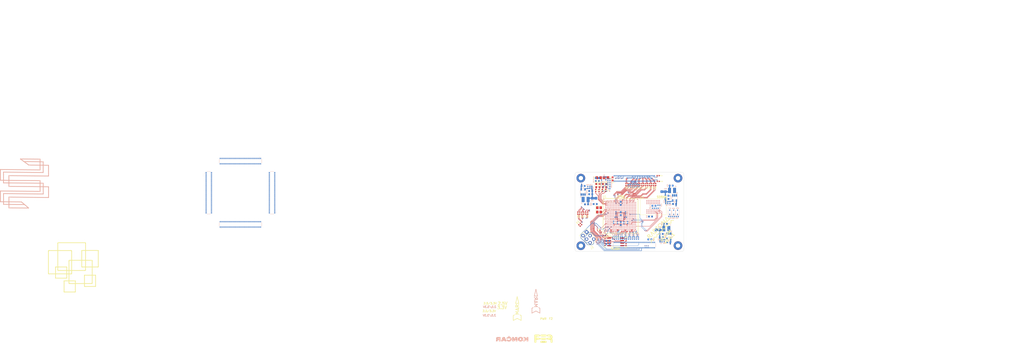
<source format=kicad_pcb>
(kicad_pcb (version 20171130) (host pcbnew 5.1.9+dfsg1-1~bpo10+1)
  (title_block (rev v3.1.1))
  (layers (0 F.Cu signal) (1 In1.Cu signal) (2 In2.Cu signal) (31 B.Cu signal) (34 B.Paste user) (35 F.Paste user) (36 B.SilkS user) (37 F.SilkS user) (38 B.Mask user) (39 F.Mask user) (44 Edge.Cuts user))
  (net 0 "")
  (net 1 GND)
  (net 2 +5V)
  (net 3 +3V3)
  (net 4 /power/FB1)
  (net 5 +2V5)
  (net 6 /power/PWREN)
  (net 7 /power/FB3)
  (net 8 /power/FB2)
  (net 9 SDRAM_CKE)
  (net 10 SDRAM_A7)
  (net 11 SDRAM_D15)
  (net 12 SDRAM_BA1)
  (net 13 SDRAM_D7)
  (net 14 SDRAM_A6)
  (net 15 SDRAM_CLK)
  (net 16 SDRAM_D13)
  (net 17 SDRAM_BA0)
  (net 18 SDRAM_D6)
  (net 19 SDRAM_A5)
  (net 20 SDRAM_D14)
  (net 21 SDRAM_A11)
  (net 22 SDRAM_D12)
  (net 23 SDRAM_D5)
  (net 24 SDRAM_A4)
  (net 25 SDRAM_A10)
  (net 26 SDRAM_D11)
  (net 27 SDRAM_A3)
  (net 28 SDRAM_D4)
  (net 29 SDRAM_D10)
  (net 30 SDRAM_D9)
  (net 31 SDRAM_A9)
  (net 32 SDRAM_D3)
  (net 33 SDRAM_D8)
  (net 34 SDRAM_A8)
  (net 35 SDRAM_A2)
  (net 36 SDRAM_A1)
  (net 37 SDRAM_A0)
  (net 38 SDRAM_D2)
  (net 39 SDRAM_D1)
  (net 40 SDRAM_D0)
  (net 41 SDRAM_DQM0)
  (net 42 SDRAM_nCS)
  (net 43 SDRAM_nRAS)
  (net 44 SDRAM_DQM1)
  (net 45 SDRAM_nCAS)
  (net 46 SDRAM_nWE)
  (net 47 /flash/FLASH_nWP)
  (net 48 /flash/FLASH_nHOLD)
  (net 49 /flash/FLASH_MOSI)
  (net 50 /flash/FLASH_MISO)
  (net 51 /flash/FLASH_SCK)
  (net 52 /flash/FLASH_nCS)
  (net 53 /flash/FPGA_PROGRAMN)
  (net 54 /flash/FPGA_DONE)
  (net 55 /flash/FPGA_INITN)
  (net 56 LED0)
  (net 57 LED1)
  (net 58 LED2)
  (net 59 LED3)
  (net 60 BTN_PWRn)
  (net 61 CLK_25MHz)
  (net 62 USB_FPGA_D+)
  (net 63 /blinkey/ALED0)
  (net 64 /blinkey/ALED1)
  (net 65 /blinkey/ALED2)
  (net 66 /blinkey/ALED3)
  (net 67 USB_FPGA_D-)
  (net 68 /power/P3V3)
  (net 69 /power/P2V5)
  (net 70 /power/L1)
  (net 71 /power/L3)
  (net 72 /power/L2)
  (net 73 SDRAM_A12)
  (net 74 /power/P1V1)
  (net 75 +1V1)
  (net 76 GN0)
  (net 77 GP3)
  (net 78 2V5_3V3)
  (net 79 PWRBTn)
  (net 80 USER_PROGRAMN)
  (net 81 OLED_BL)
  (net 82 HDMI0_TX2_P)
  (net 83 FPDI_D2+)
  (net 84 FPDI_D2-)
  (net 85 HDMI0_TX2_N)
  (net 86 HDMI0_TX1_P)
  (net 87 FPDI_D1+)
  (net 88 FPDI_D1-)
  (net 89 HDMI0_TX1_N)
  (net 90 HDMI0_TX0_P)
  (net 91 FPDI_D0+)
  (net 92 FPDI_D0-)
  (net 93 HDMI0_TX0_N)
  (net 94 HDMI0_CLK_P)
  (net 95 FPDI_CLK+)
  (net 96 FPDI_CLK-)
  (net 97 HDMI0_CLK_N)
  (net 98 CM4_1.8V)
  (net 99 CM4_3.3V)
  (net 100 SD_CMD)
  (net 101 SD_CLK)
  (net 102 USB_N)
  (net 103 USB_P)
  (net 104 HDMI1_HOTPLUG)
  (net 105 HDMI1_SDA)
  (net 106 HDMI1_TX2_P)
  (net 107 HDMI1_SCL)
  (net 108 HDMI1_TX2_N)
  (net 109 HDMI1_CEC)
  (net 110 HDMI1_TX1_P)
  (net 111 HDMI1_TX1_N)
  (net 112 HDMI1_TX0_P)
  (net 113 HDMI1_TX0_N)
  (net 114 HDMI1_CLK_P)
  (net 115 HDMI1_CLK_N)
  (net 116 USB_FPGA_PULL_D-)
  (net 117 GN3)
  (net 118 GP5)
  (net 119 USB_FPGA_PULL_D+)
  (net 120 GP0)
  (net 121 GN5)
  (net 122 GN4)
  (net 123 GP4)
  (net 124 "Net-(D4-Pad1)")
  (net 125 "Net-(D5-Pad2)")
  (net 126 "Net-(D6-Pad1)")
  (net 127 "Net-(D7-Pad2)")
  (net 128 HDMI0_CEC)
  (net 129 HDMI0_HOTPLUG)
  (net 130 HDMI0_SDA)
  (net 131 HDMI0_SCL)
  (net 132 JTAG_TDI)
  (net 133 JTAG_TCK)
  (net 134 JTAG_TMS)
  (net 135 JTAG_TDO)
  (net 136 PCIe_CLK_P)
  (net 137 PCIe_CLK_N)
  (net 138 PCIe_RX_P)
  (net 139 PCIe_RX_N)
  (net 140 PCIe_TX_P)
  (net 141 PCIe_TX_N)
  (net 142 SD_D3)
  (net 143 SD_D2)
  (net 144 SD_D0)
  (net 145 SD_D1)
  (net 146 /serdes/S_2_P)
  (net 147 /serdes/S_3_P)
  (net 148 /serdes/S_6_P)
  (net 149 /serdes/S_7_P)
  (net 150 /serdes/CLK_0_P)
  (net 151 /serdes/S_0_P)
  (net 152 /serdes/S_1_P)
  (net 153 /serdes/CLK_1_P)
  (net 154 /serdes/S_4_P)
  (net 155 /serdes/S_5_P)
  (net 156 /serdes/CLK_0_N)
  (net 157 /serdes/S_0_N)
  (net 158 /serdes/S_1_N)
  (net 159 /serdes/CLK_1_N)
  (net 160 /serdes/S_4_N)
  (net 161 /serdes/S_5_N)
  (net 162 /serdes/S_2_N)
  (net 163 /serdes/S_3_N)
  (net 164 /serdes/S_6_N)
  (net 165 /serdes/S_7_N)
  (module IS42S16320D:IS42S16320D-6BLI (layer F.Cu) (at 133.66 89.625001 270)
    (fp_text reference U2 (at -4.825 5.775 180) (layer F.SilkS))
    (fp_text value IS42S16320D-6BLI)
    (pad A1 smd circle (at -3.2 -3.2 270) (size 0.4 0.4) (layers F.Cu F.Paste F.Mask))
    (pad B1 smd circle (at -3.2 -2.4 270) (size 0.4 0.4) (layers F.Cu F.Paste F.Mask))
    (pad C1 smd circle (at -3.2 -1.6 270) (size 0.4 0.4) (layers F.Cu F.Paste F.Mask))
    (pad D1 smd circle (at -3.2 -0.8 270) (size 0.4 0.4) (layers F.Cu F.Paste F.Mask))
    (pad E1 smd circle (at -3.2 0 270) (size 0.4 0.4) (layers F.Cu F.Paste F.Mask))
    (pad E2 smd circle (at -2.4 0 270) (size 0.4 0.4) (layers F.Cu F.Paste F.Mask))
    (pad E3 smd circle (at -1.6 0 270) (size 0.4 0.4) (layers F.Cu F.Paste F.Mask))
    (pad E7 smd circle (at 1.6 0 270) (size 0.4 0.4) (layers F.Cu F.Paste F.Mask))
    (pad E8 smd circle (at 2.4 0 270) (size 0.4 0.4) (layers F.Cu F.Paste F.Mask))
    (pad E9 smd circle (at 3.2 0 270) (size 0.4 0.4) (layers F.Cu F.Paste F.Mask))
    (pad D9 smd circle (at 3.2 -0.8 270) (size 0.4 0.4) (layers F.Cu F.Paste F.Mask))
    (pad C9 smd circle (at 3.2 -1.6 270) (size 0.4 0.4) (layers F.Cu F.Paste F.Mask) (net 18 SDRAM_D6))
    (pad B9 smd circle (at 3.2 -2.4 270) (size 0.4 0.4) (layers F.Cu F.Paste F.Mask) (net 13 SDRAM_D7))
    (pad A9 smd circle (at 3.2 -3.2 270) (size 0.4 0.4) (layers F.Cu F.Paste F.Mask))
    (pad A3 smd circle (at -1.6 -3.2 270) (size 0.4 0.4) (layers F.Cu F.Paste F.Mask))
    (pad B3 smd circle (at -1.6 -2.4 270) (size 0.4 0.4) (layers F.Cu F.Paste F.Mask))
    (pad B7 smd circle (at 1.6 -2.4 270) (size 0.4 0.4) (layers F.Cu F.Paste F.Mask))
    (pad A7 smd circle (at 1.6 -3.2 270) (size 0.4 0.4) (layers F.Cu F.Paste F.Mask))
    (pad A2 smd circle (at -2.4 -3.2 270) (size 0.4 0.4) (layers F.Cu F.Paste F.Mask))
    (pad B2 smd circle (at -2.4 -2.4 270) (size 0.4 0.4) (layers F.Cu F.Paste F.Mask))
    (pad C2 smd circle (at -2.4 -1.6 270) (size 0.4 0.4) (layers F.Cu F.Paste F.Mask))
    (pad D2 smd circle (at -2.4 -0.8 270) (size 0.4 0.4) (layers F.Cu F.Paste F.Mask))
    (pad D3 smd circle (at -1.6 -0.8 270) (size 0.4 0.4) (layers F.Cu F.Paste F.Mask))
    (pad C3 smd circle (at -1.6 -1.6 270) (size 0.4 0.4) (layers F.Cu F.Paste F.Mask))
    (pad C7 smd circle (at 1.6 -1.6 270) (size 0.4 0.4) (layers F.Cu F.Paste F.Mask))
    (pad D7 smd circle (at 1.6 -0.8 270) (size 0.4 0.4) (layers F.Cu F.Paste F.Mask))
    (pad D8 smd circle (at 2.4 -0.8 270) (size 0.4 0.4) (layers F.Cu F.Paste F.Mask) (net 32 SDRAM_D3))
    (pad C8 smd circle (at 2.4 -1.6 270) (size 0.4 0.4) (layers F.Cu F.Paste F.Mask))
    (pad B8 smd circle (at 2.4 -2.4 270) (size 0.4 0.4) (layers F.Cu F.Paste F.Mask) (net 38 SDRAM_D2))
    (pad A8 smd circle (at 2.4 -3.2 270) (size 0.4 0.4) (layers F.Cu F.Paste F.Mask) (net 40 SDRAM_D0))
    (pad F1 smd circle (at -3.2 0.8 270) (size 0.4 0.4) (layers F.Cu F.Paste F.Mask))
    (pad F2 smd circle (at -2.4 0.8 270) (size 0.4 0.4) (layers F.Cu F.Paste F.Mask))
    (pad F3 smd circle (at -1.6 0.8 270) (size 0.4 0.4) (layers F.Cu F.Paste F.Mask))
    (pad F7 smd circle (at 1.6 0.8 270) (size 0.4 0.4) (layers F.Cu F.Paste F.Mask))
    (pad F8 smd circle (at 2.4 0.8 270) (size 0.4 0.4) (layers F.Cu F.Paste F.Mask))
    (pad F9 smd circle (at 3.2 0.8 270) (size 0.4 0.4) (layers F.Cu F.Paste F.Mask))
    (pad G1 smd circle (at -3.2 1.6 270) (size 0.4 0.4) (layers F.Cu F.Paste F.Mask))
    (pad G2 smd circle (at -2.4 1.6 270) (size 0.4 0.4) (layers F.Cu F.Paste F.Mask))
    (pad G3 smd circle (at -1.6 1.6 270) (size 0.4 0.4) (layers F.Cu F.Paste F.Mask))
    (pad G7 smd circle (at 1.6 1.6 270) (size 0.4 0.4) (layers F.Cu F.Paste F.Mask))
    (pad G8 smd circle (at 2.4 1.6 270) (size 0.4 0.4) (layers F.Cu F.Paste F.Mask))
    (pad G9 smd circle (at 3.2 1.6 270) (size 0.4 0.4) (layers F.Cu F.Paste F.Mask))
    (pad H1 smd circle (at -3.2 2.4 270) (size 0.4 0.4) (layers F.Cu F.Paste F.Mask))
    (pad H2 smd circle (at -2.4 2.4 270) (size 0.4 0.4) (layers F.Cu F.Paste F.Mask))
    (pad H3 smd circle (at -1.6 2.4 270) (size 0.4 0.4) (layers F.Cu F.Paste F.Mask))
    (pad H7 smd circle (at 1.6 2.4 270) (size 0.4 0.4) (layers F.Cu F.Paste F.Mask))
    (pad H8 smd circle (at 2.4 2.4 270) (size 0.4 0.4) (layers F.Cu F.Paste F.Mask))
    (pad H9 smd circle (at 3.2 2.4 270) (size 0.4 0.4) (layers F.Cu F.Paste F.Mask))
    (pad J1 smd circle (at -3.2 3.2 270) (size 0.4 0.4) (layers F.Cu F.Paste F.Mask))
    (pad J2 smd circle (at -2.4 3.2 270) (size 0.4 0.4) (layers F.Cu F.Paste F.Mask))
    (pad J3 smd circle (at -1.6 3.2 270) (size 0.4 0.4) (layers F.Cu F.Paste F.Mask))
    (pad J7 smd circle (at 1.6 3.2 270) (size 0.4 0.4) (layers F.Cu F.Paste F.Mask))
    (pad J8 smd circle (at 2.4 3.2 270) (size 0.4 0.4) (layers F.Cu F.Paste F.Mask))
    (pad J9 smd circle (at 3.2 3.2 270) (size 0.4 0.4) (layers F.Cu F.Paste F.Mask))
  )
  (module lfe5bg381:BGA-381_pitch0.8mm_dia0.4mm (layer F.Cu) (at 117.21 94.25)
    (fp_text reference U1 (at -8.2 -9.8) (layer F.SilkS))
    (fp_text value LFE5U-85F-6BG381C hide)
    (pad Y19 smd circle (at 6.8 7.6) (size 0.4 0.4) (layers F.Cu F.Paste F.Mask) (net 153 /serdes/CLK_1_P))
    (pad Y17 smd circle (at 5.2 7.6) (size 0.4 0.4) (layers F.Cu F.Paste F.Mask) (net 161 /serdes/S_5_N))
    (pad Y16 smd circle (at 4.4 7.6) (size 0.4 0.4) (layers F.Cu F.Paste F.Mask) (net 155 /serdes/S_5_P))
    (pad Y15 smd circle (at 3.6 7.6) (size 0.4 0.4) (layers F.Cu F.Paste F.Mask) (net 160 /serdes/S_4_N))
    (pad Y14 smd circle (at 2.8 7.6) (size 0.4 0.4) (layers F.Cu F.Paste F.Mask) (net 154 /serdes/S_4_P))
    (pad Y12 smd circle (at 1.2 7.6) (size 0.4 0.4) (layers F.Cu F.Paste F.Mask) (net 156 /serdes/CLK_0_N))
    (pad Y11 smd circle (at 0.4 7.6) (size 0.4 0.4) (layers F.Cu F.Paste F.Mask) (net 150 /serdes/CLK_0_P))
    (pad Y8 smd circle (at -2 7.6) (size 0.4 0.4) (layers F.Cu F.Paste F.Mask) (net 158 /serdes/S_1_N))
    (pad Y7 smd circle (at -2.8 7.6) (size 0.4 0.4) (layers F.Cu F.Paste F.Mask) (net 152 /serdes/S_1_P))
    (pad Y6 smd circle (at -3.6 7.6) (size 0.4 0.4) (layers F.Cu F.Paste F.Mask) (net 157 /serdes/S_0_N))
    (pad Y5 smd circle (at -4.4 7.6) (size 0.4 0.4) (layers F.Cu F.Paste F.Mask) (net 151 /serdes/S_0_P))
    (pad Y3 smd circle (at -6 7.6) (size 0.4 0.4) (layers F.Cu F.Paste F.Mask))
    (pad Y2 smd circle (at -6.8 7.6) (size 0.4 0.4) (layers F.Cu F.Paste F.Mask) (net 47 /flash/FLASH_nWP))
    (pad W20 smd circle (at 7.6 6.8) (size 0.4 0.4) (layers F.Cu F.Paste F.Mask) (net 159 /serdes/CLK_1_N))
    (pad W19 smd circle (at 6.8 6.8) (size 0.4 0.4) (layers F.Cu F.Paste F.Mask))
    (pad W18 smd circle (at 6 6.8) (size 0.4 0.4) (layers F.Cu F.Paste F.Mask) (net 165 /serdes/S_7_N))
    (pad W17 smd circle (at 5.2 6.8) (size 0.4 0.4) (layers F.Cu F.Paste F.Mask) (net 149 /serdes/S_7_P))
    (pad W16 smd circle (at 4.4 6.8) (size 0.4 0.4) (layers F.Cu F.Paste F.Mask))
    (pad W15 smd circle (at 3.6 6.8) (size 0.4 0.4) (layers F.Cu F.Paste F.Mask))
    (pad W14 smd circle (at 2.8 6.8) (size 0.4 0.4) (layers F.Cu F.Paste F.Mask) (net 164 /serdes/S_6_N))
    (pad W13 smd circle (at 2 6.8) (size 0.4 0.4) (layers F.Cu F.Paste F.Mask) (net 148 /serdes/S_6_P))
    (pad W12 smd circle (at 1.2 6.8) (size 0.4 0.4) (layers F.Cu F.Paste F.Mask))
    (pad W11 smd circle (at 0.4 6.8) (size 0.4 0.4) (layers F.Cu F.Paste F.Mask))
    (pad W10 smd circle (at -0.4 6.8) (size 0.4 0.4) (layers F.Cu F.Paste F.Mask))
    (pad W9 smd circle (at -1.2 6.8) (size 0.4 0.4) (layers F.Cu F.Paste F.Mask) (net 163 /serdes/S_3_N))
    (pad W8 smd circle (at -2 6.8) (size 0.4 0.4) (layers F.Cu F.Paste F.Mask) (net 147 /serdes/S_3_P))
    (pad W7 smd circle (at -2.8 6.8) (size 0.4 0.4) (layers F.Cu F.Paste F.Mask))
    (pad W6 smd circle (at -3.6 6.8) (size 0.4 0.4) (layers F.Cu F.Paste F.Mask))
    (pad W5 smd circle (at -4.4 6.8) (size 0.4 0.4) (layers F.Cu F.Paste F.Mask) (net 162 /serdes/S_2_N))
    (pad W4 smd circle (at -5.2 6.8) (size 0.4 0.4) (layers F.Cu F.Paste F.Mask) (net 146 /serdes/S_2_P))
    (pad W3 smd circle (at -6 6.8) (size 0.4 0.4) (layers F.Cu F.Paste F.Mask))
    (pad W2 smd circle (at -6.8 6.8) (size 0.4 0.4) (layers F.Cu F.Paste F.Mask))
    (pad W1 smd circle (at -7.6 6.8) (size 0.4 0.4) (layers F.Cu F.Paste F.Mask) (net 48 /flash/FLASH_nHOLD))
    (pad V20 smd circle (at 7.6 6) (size 0.4 0.4) (layers F.Cu F.Paste F.Mask))
    (pad V19 smd circle (at 6.8 6) (size 0.4 0.4) (layers F.Cu F.Paste F.Mask))
    (pad V18 smd circle (at 6 6) (size 0.4 0.4) (layers F.Cu F.Paste F.Mask))
    (pad V17 smd circle (at 5.2 6) (size 0.4 0.4) (layers F.Cu F.Paste F.Mask))
    (pad V16 smd circle (at 4.4 6) (size 0.4 0.4) (layers F.Cu F.Paste F.Mask))
    (pad V15 smd circle (at 3.6 6) (size 0.4 0.4) (layers F.Cu F.Paste F.Mask))
    (pad V14 smd circle (at 2.8 6) (size 0.4 0.4) (layers F.Cu F.Paste F.Mask))
    (pad V13 smd circle (at 2 6) (size 0.4 0.4) (layers F.Cu F.Paste F.Mask))
    (pad V12 smd circle (at 1.2 6) (size 0.4 0.4) (layers F.Cu F.Paste F.Mask))
    (pad V11 smd circle (at 0.4 6) (size 0.4 0.4) (layers F.Cu F.Paste F.Mask))
    (pad V10 smd circle (at -0.4 6) (size 0.4 0.4) (layers F.Cu F.Paste F.Mask))
    (pad V9 smd circle (at -1.2 6) (size 0.4 0.4) (layers F.Cu F.Paste F.Mask))
    (pad V8 smd circle (at -2 6) (size 0.4 0.4) (layers F.Cu F.Paste F.Mask))
    (pad V7 smd circle (at -2.8 6) (size 0.4 0.4) (layers F.Cu F.Paste F.Mask))
    (pad V6 smd circle (at -3.6 6) (size 0.4 0.4) (layers F.Cu F.Paste F.Mask))
    (pad V5 smd circle (at -4.4 6) (size 0.4 0.4) (layers F.Cu F.Paste F.Mask))
    (pad V4 smd circle (at -5.2 6) (size 0.4 0.4) (layers F.Cu F.Paste F.Mask) (net 135 JTAG_TDO))
    (pad V3 smd circle (at -6 6) (size 0.4 0.4) (layers F.Cu F.Paste F.Mask))
    (pad V2 smd circle (at -6.8 6) (size 0.4 0.4) (layers F.Cu F.Paste F.Mask) (net 50 /flash/FLASH_MISO))
    (pad V1 smd circle (at -7.6 6) (size 0.4 0.4) (layers F.Cu F.Paste F.Mask))
    (pad U20 smd circle (at 7.6 5.2) (size 0.4 0.4) (layers F.Cu F.Paste F.Mask) (net 13 SDRAM_D7))
    (pad U19 smd circle (at 6.8 5.2) (size 0.4 0.4) (layers F.Cu F.Paste F.Mask))
    (pad U18 smd circle (at 6 5.2) (size 0.4 0.4) (layers F.Cu F.Paste F.Mask))
    (pad U17 smd circle (at 5.2 5.2) (size 0.4 0.4) (layers F.Cu F.Paste F.Mask))
    (pad U16 smd circle (at 4.4 5.2) (size 0.4 0.4) (layers F.Cu F.Paste F.Mask))
    (pad U15 smd circle (at 3.6 5.2) (size 0.4 0.4) (layers F.Cu F.Paste F.Mask) (net 75 +1V1))
    (pad U14 smd circle (at 2.8 5.2) (size 0.4 0.4) (layers F.Cu F.Paste F.Mask))
    (pad U13 smd circle (at 2 5.2) (size 0.4 0.4) (layers F.Cu F.Paste F.Mask))
    (pad U12 smd circle (at 1.2 5.2) (size 0.4 0.4) (layers F.Cu F.Paste F.Mask))
    (pad U11 smd circle (at 0.4 5.2) (size 0.4 0.4) (layers F.Cu F.Paste F.Mask))
    (pad U10 smd circle (at -0.4 5.2) (size 0.4 0.4) (layers F.Cu F.Paste F.Mask))
    (pad U9 smd circle (at -1.2 5.2) (size 0.4 0.4) (layers F.Cu F.Paste F.Mask))
    (pad U8 smd circle (at -2 5.2) (size 0.4 0.4) (layers F.Cu F.Paste F.Mask))
    (pad U7 smd circle (at -2.8 5.2) (size 0.4 0.4) (layers F.Cu F.Paste F.Mask))
    (pad U6 smd circle (at -3.6 5.2) (size 0.4 0.4) (layers F.Cu F.Paste F.Mask) (net 75 +1V1))
    (pad U5 smd circle (at -4.4 5.2) (size 0.4 0.4) (layers F.Cu F.Paste F.Mask) (net 134 JTAG_TMS))
    (pad U4 smd circle (at -5.2 5.2) (size 0.4 0.4) (layers F.Cu F.Paste F.Mask))
    (pad U3 smd circle (at -6 5.2) (size 0.4 0.4) (layers F.Cu F.Paste F.Mask) (net 51 /flash/FLASH_SCK))
    (pad U2 smd circle (at -6.8 5.2) (size 0.4 0.4) (layers F.Cu F.Paste F.Mask))
    (pad U1 smd circle (at -7.6 5.2) (size 0.4 0.4) (layers F.Cu F.Paste F.Mask))
    (pad T20 smd circle (at 7.6 4.4) (size 0.4 0.4) (layers F.Cu F.Paste F.Mask))
    (pad T19 smd circle (at 6.8 4.4) (size 0.4 0.4) (layers F.Cu F.Paste F.Mask))
    (pad T18 smd circle (at 6 4.4) (size 0.4 0.4) (layers F.Cu F.Paste F.Mask))
    (pad T17 smd circle (at 5.2 4.4) (size 0.4 0.4) (layers F.Cu F.Paste F.Mask) (net 18 SDRAM_D6))
    (pad T16 smd circle (at 4.4 4.4) (size 0.4 0.4) (layers F.Cu F.Paste F.Mask))
    (pad T15 smd circle (at 3.6 4.4) (size 0.4 0.4) (layers F.Cu F.Paste F.Mask) (net 75 +1V1))
    (pad T14 smd circle (at 2.8 4.4) (size 0.4 0.4) (layers F.Cu F.Paste F.Mask) (net 75 +1V1))
    (pad T13 smd circle (at 2 4.4) (size 0.4 0.4) (layers F.Cu F.Paste F.Mask) (net 75 +1V1))
    (pad T12 smd circle (at 1.2 4.4) (size 0.4 0.4) (layers F.Cu F.Paste F.Mask))
    (pad T11 smd circle (at 0.4 4.4) (size 0.4 0.4) (layers F.Cu F.Paste F.Mask) (net 75 +1V1))
    (pad T10 smd circle (at -0.4 4.4) (size 0.4 0.4) (layers F.Cu F.Paste F.Mask) (net 75 +1V1))
    (pad T9 smd circle (at -1.2 4.4) (size 0.4 0.4) (layers F.Cu F.Paste F.Mask) (net 75 +1V1))
    (pad T8 smd circle (at -2 4.4) (size 0.4 0.4) (layers F.Cu F.Paste F.Mask) (net 75 +1V1))
    (pad T7 smd circle (at -2.8 4.4) (size 0.4 0.4) (layers F.Cu F.Paste F.Mask) (net 75 +1V1))
    (pad T6 smd circle (at -3.6 4.4) (size 0.4 0.4) (layers F.Cu F.Paste F.Mask) (net 75 +1V1))
    (pad T5 smd circle (at -4.4 4.4) (size 0.4 0.4) (layers F.Cu F.Paste F.Mask))
    (pad T4 smd circle (at -5.2 4.4) (size 0.4 0.4) (layers F.Cu F.Paste F.Mask))
    (pad T3 smd circle (at -6 4.4) (size 0.4 0.4) (layers F.Cu F.Paste F.Mask))
    (pad T2 smd circle (at -6.8 4.4) (size 0.4 0.4) (layers F.Cu F.Paste F.Mask))
    (pad T1 smd circle (at -7.6 4.4) (size 0.4 0.4) (layers F.Cu F.Paste F.Mask))
    (pad R20 smd circle (at 7.6 3.6) (size 0.4 0.4) (layers F.Cu F.Paste F.Mask))
    (pad R19 smd circle (at 6.8 3.6) (size 0.4 0.4) (layers F.Cu F.Paste F.Mask))
    (pad R18 smd circle (at 6 3.6) (size 0.4 0.4) (layers F.Cu F.Paste F.Mask))
    (pad R17 smd circle (at 5.2 3.6) (size 0.4 0.4) (layers F.Cu F.Paste F.Mask))
    (pad R16 smd circle (at 4.4 3.6) (size 0.4 0.4) (layers F.Cu F.Paste F.Mask))
    (pad R5 smd circle (at -4.4 3.6) (size 0.4 0.4) (layers F.Cu F.Paste F.Mask))
    (pad R4 smd circle (at -5.2 3.6) (size 0.4 0.4) (layers F.Cu F.Paste F.Mask))
    (pad R3 smd circle (at -6 3.6) (size 0.4 0.4) (layers F.Cu F.Paste F.Mask))
    (pad R2 smd circle (at -6.8 3.6) (size 0.4 0.4) (layers F.Cu F.Paste F.Mask) (net 52 /flash/FLASH_nCS))
    (pad R1 smd circle (at -7.6 3.6) (size 0.4 0.4) (layers F.Cu F.Paste F.Mask))
    (pad P20 smd circle (at 7.6 2.8) (size 0.4 0.4) (layers F.Cu F.Paste F.Mask))
    (pad P19 smd circle (at 6.8 2.8) (size 0.4 0.4) (layers F.Cu F.Paste F.Mask))
    (pad P18 smd circle (at 6 2.8) (size 0.4 0.4) (layers F.Cu F.Paste F.Mask))
    (pad P17 smd circle (at 5.2 2.8) (size 0.4 0.4) (layers F.Cu F.Paste F.Mask))
    (pad P16 smd circle (at 4.4 2.8) (size 0.4 0.4) (layers F.Cu F.Paste F.Mask))
    (pad P15 smd circle (at 3.6 2.8) (size 0.4 0.4) (layers F.Cu F.Paste F.Mask))
    (pad P14 smd circle (at 2.8 2.8) (size 0.4 0.4) (layers F.Cu F.Paste F.Mask))
    (pad P13 smd circle (at 2 2.8) (size 0.4 0.4) (layers F.Cu F.Paste F.Mask))
    (pad P12 smd circle (at 1.2 2.8) (size 0.4 0.4) (layers F.Cu F.Paste F.Mask))
    (pad P11 smd circle (at 0.4 2.8) (size 0.4 0.4) (layers F.Cu F.Paste F.Mask))
    (pad P10 smd circle (at -0.4 2.8) (size 0.4 0.4) (layers F.Cu F.Paste F.Mask))
    (pad P9 smd circle (at -1.2 2.8) (size 0.4 0.4) (layers F.Cu F.Paste F.Mask))
    (pad P8 smd circle (at -2 2.8) (size 0.4 0.4) (layers F.Cu F.Paste F.Mask))
    (pad P7 smd circle (at -2.8 2.8) (size 0.4 0.4) (layers F.Cu F.Paste F.Mask))
    (pad P6 smd circle (at -3.6 2.8) (size 0.4 0.4) (layers F.Cu F.Paste F.Mask))
    (pad P5 smd circle (at -4.4 2.8) (size 0.4 0.4) (layers F.Cu F.Paste F.Mask))
    (pad P4 smd circle (at -5.2 2.8) (size 0.4 0.4) (layers F.Cu F.Paste F.Mask))
    (pad P3 smd circle (at -6 2.8) (size 0.4 0.4) (layers F.Cu F.Paste F.Mask))
    (pad P2 smd circle (at -6.8 2.8) (size 0.4 0.4) (layers F.Cu F.Paste F.Mask))
    (pad P1 smd circle (at -7.6 2.8) (size 0.4 0.4) (layers F.Cu F.Paste F.Mask))
    (pad N20 smd circle (at 7.6 2) (size 0.4 0.4) (layers F.Cu F.Paste F.Mask))
    (pad N19 smd circle (at 6.8 2) (size 0.4 0.4) (layers F.Cu F.Paste F.Mask))
    (pad N18 smd circle (at 6 2) (size 0.4 0.4) (layers F.Cu F.Paste F.Mask) (net 32 SDRAM_D3))
    (pad N17 smd circle (at 5.2 2) (size 0.4 0.4) (layers F.Cu F.Paste F.Mask))
    (pad N16 smd circle (at 4.4 2) (size 0.4 0.4) (layers F.Cu F.Paste F.Mask))
    (pad N15 smd circle (at 3.6 2) (size 0.4 0.4) (layers F.Cu F.Paste F.Mask))
    (pad N14 smd circle (at 2.8 2) (size 0.4 0.4) (layers F.Cu F.Paste F.Mask))
    (pad N13 smd circle (at 2 2) (size 0.4 0.4) (layers F.Cu F.Paste F.Mask) (net 75 +1V1))
    (pad N12 smd circle (at 1.2 2) (size 0.4 0.4) (layers F.Cu F.Paste F.Mask) (net 75 +1V1))
    (pad N11 smd circle (at 0.4 2) (size 0.4 0.4) (layers F.Cu F.Paste F.Mask))
    (pad N10 smd circle (at -0.4 2) (size 0.4 0.4) (layers F.Cu F.Paste F.Mask) (net 75 +1V1))
    (pad N9 smd circle (at -1.2 2) (size 0.4 0.4) (layers F.Cu F.Paste F.Mask) (net 75 +1V1))
    (pad N8 smd circle (at -2 2) (size 0.4 0.4) (layers F.Cu F.Paste F.Mask) (net 75 +1V1))
    (pad N7 smd circle (at -2.8 2) (size 0.4 0.4) (layers F.Cu F.Paste F.Mask))
    (pad N6 smd circle (at -3.6 2) (size 0.4 0.4) (layers F.Cu F.Paste F.Mask))
    (pad N5 smd circle (at -4.4 2) (size 0.4 0.4) (layers F.Cu F.Paste F.Mask))
    (pad N4 smd circle (at -5.2 2) (size 0.4 0.4) (layers F.Cu F.Paste F.Mask))
    (pad N3 smd circle (at -6 2) (size 0.4 0.4) (layers F.Cu F.Paste F.Mask))
    (pad N2 smd circle (at -6.8 2) (size 0.4 0.4) (layers F.Cu F.Paste F.Mask))
    (pad N1 smd circle (at -7.6 2) (size 0.4 0.4) (layers F.Cu F.Paste F.Mask))
    (pad M20 smd circle (at 7.6 1.2) (size 0.4 0.4) (layers F.Cu F.Paste F.Mask))
    (pad M19 smd circle (at 6.8 1.2) (size 0.4 0.4) (layers F.Cu F.Paste F.Mask))
    (pad M18 smd circle (at 6 1.2) (size 0.4 0.4) (layers F.Cu F.Paste F.Mask) (net 38 SDRAM_D2))
    (pad M17 smd circle (at 5.2 1.2) (size 0.4 0.4) (layers F.Cu F.Paste F.Mask))
    (pad M16 smd circle (at 4.4 1.2) (size 0.4 0.4) (layers F.Cu F.Paste F.Mask))
    (pad M15 smd circle (at 3.6 1.2) (size 0.4 0.4) (layers F.Cu F.Paste F.Mask))
    (pad M14 smd circle (at 2.8 1.2) (size 0.4 0.4) (layers F.Cu F.Paste F.Mask))
    (pad M13 smd circle (at 2 1.2) (size 0.4 0.4) (layers F.Cu F.Paste F.Mask) (net 75 +1V1))
    (pad M12 smd circle (at 1.2 1.2) (size 0.4 0.4) (layers F.Cu F.Paste F.Mask))
    (pad M11 smd circle (at 0.4 1.2) (size 0.4 0.4) (layers F.Cu F.Paste F.Mask))
    (pad M10 smd circle (at -0.4 1.2) (size 0.4 0.4) (layers F.Cu F.Paste F.Mask))
    (pad M9 smd circle (at -1.2 1.2) (size 0.4 0.4) (layers F.Cu F.Paste F.Mask))
    (pad M8 smd circle (at -2 1.2) (size 0.4 0.4) (layers F.Cu F.Paste F.Mask) (net 75 +1V1))
    (pad M7 smd circle (at -2.8 1.2) (size 0.4 0.4) (layers F.Cu F.Paste F.Mask))
    (pad M6 smd circle (at -3.6 1.2) (size 0.4 0.4) (layers F.Cu F.Paste F.Mask))
    (pad M5 smd circle (at -4.4 1.2) (size 0.4 0.4) (layers F.Cu F.Paste F.Mask))
    (pad M4 smd circle (at -5.2 1.2) (size 0.4 0.4) (layers F.Cu F.Paste F.Mask))
    (pad M3 smd circle (at -6 1.2) (size 0.4 0.4) (layers F.Cu F.Paste F.Mask))
    (pad M2 smd circle (at -6.8 1.2) (size 0.4 0.4) (layers F.Cu F.Paste F.Mask))
    (pad M1 smd circle (at -7.6 1.2) (size 0.4 0.4) (layers F.Cu F.Paste F.Mask))
    (pad L20 smd circle (at 7.6 0.4) (size 0.4 0.4) (layers F.Cu F.Paste F.Mask))
    (pad L19 smd circle (at 6.8 0.4) (size 0.4 0.4) (layers F.Cu F.Paste F.Mask))
    (pad L18 smd circle (at 6 0.4) (size 0.4 0.4) (layers F.Cu F.Paste F.Mask))
    (pad L17 smd circle (at 5.2 0.4) (size 0.4 0.4) (layers F.Cu F.Paste F.Mask))
    (pad L16 smd circle (at 4.4 0.4) (size 0.4 0.4) (layers F.Cu F.Paste F.Mask))
    (pad L15 smd circle (at 3.6 0.4) (size 0.4 0.4) (layers F.Cu F.Paste F.Mask))
    (pad L14 smd circle (at 2.8 0.4) (size 0.4 0.4) (layers F.Cu F.Paste F.Mask))
    (pad L13 smd circle (at 2 0.4) (size 0.4 0.4) (layers F.Cu F.Paste F.Mask) (net 75 +1V1))
    (pad L12 smd circle (at 1.2 0.4) (size 0.4 0.4) (layers F.Cu F.Paste F.Mask))
    (pad L11 smd circle (at 0.4 0.4) (size 0.4 0.4) (layers F.Cu F.Paste F.Mask))
    (pad L10 smd circle (at -0.4 0.4) (size 0.4 0.4) (layers F.Cu F.Paste F.Mask))
    (pad L9 smd circle (at -1.2 0.4) (size 0.4 0.4) (layers F.Cu F.Paste F.Mask))
    (pad L8 smd circle (at -2 0.4) (size 0.4 0.4) (layers F.Cu F.Paste F.Mask) (net 75 +1V1))
    (pad L7 smd circle (at -2.8 0.4) (size 0.4 0.4) (layers F.Cu F.Paste F.Mask))
    (pad L6 smd circle (at -3.6 0.4) (size 0.4 0.4) (layers F.Cu F.Paste F.Mask))
    (pad L5 smd circle (at -4.4 0.4) (size 0.4 0.4) (layers F.Cu F.Paste F.Mask))
    (pad L4 smd circle (at -5.2 0.4) (size 0.4 0.4) (layers F.Cu F.Paste F.Mask))
    (pad L3 smd circle (at -6 0.4) (size 0.4 0.4) (layers F.Cu F.Paste F.Mask))
    (pad L2 smd circle (at -6.8 0.4) (size 0.4 0.4) (layers F.Cu F.Paste F.Mask))
    (pad L1 smd circle (at -7.6 0.4) (size 0.4 0.4) (layers F.Cu F.Paste F.Mask))
    (pad K20 smd circle (at 7.6 -0.4) (size 0.4 0.4) (layers F.Cu F.Paste F.Mask))
    (pad K19 smd circle (at 6.8 -0.4) (size 0.4 0.4) (layers F.Cu F.Paste F.Mask))
    (pad K18 smd circle (at 6 -0.4) (size 0.4 0.4) (layers F.Cu F.Paste F.Mask))
    (pad K17 smd circle (at 5.2 -0.4) (size 0.4 0.4) (layers F.Cu F.Paste F.Mask))
    (pad K16 smd circle (at 4.4 -0.4) (size 0.4 0.4) (layers F.Cu F.Paste F.Mask))
    (pad K15 smd circle (at 3.6 -0.4) (size 0.4 0.4) (layers F.Cu F.Paste F.Mask))
    (pad K14 smd circle (at 2.8 -0.4) (size 0.4 0.4) (layers F.Cu F.Paste F.Mask))
    (pad K13 smd circle (at 2 -0.4) (size 0.4 0.4) (layers F.Cu F.Paste F.Mask) (net 75 +1V1))
    (pad K12 smd circle (at 1.2 -0.4) (size 0.4 0.4) (layers F.Cu F.Paste F.Mask))
    (pad K11 smd circle (at 0.4 -0.4) (size 0.4 0.4) (layers F.Cu F.Paste F.Mask))
    (pad K10 smd circle (at -0.4 -0.4) (size 0.4 0.4) (layers F.Cu F.Paste F.Mask))
    (pad K9 smd circle (at -1.2 -0.4) (size 0.4 0.4) (layers F.Cu F.Paste F.Mask))
    (pad K8 smd circle (at -2 -0.4) (size 0.4 0.4) (layers F.Cu F.Paste F.Mask) (net 75 +1V1))
    (pad K7 smd circle (at -2.8 -0.4) (size 0.4 0.4) (layers F.Cu F.Paste F.Mask))
    (pad K6 smd circle (at -3.6 -0.4) (size 0.4 0.4) (layers F.Cu F.Paste F.Mask))
    (pad K5 smd circle (at -4.4 -0.4) (size 0.4 0.4) (layers F.Cu F.Paste F.Mask))
    (pad K4 smd circle (at -5.2 -0.4) (size 0.4 0.4) (layers F.Cu F.Paste F.Mask))
    (pad K3 smd circle (at -6 -0.4) (size 0.4 0.4) (layers F.Cu F.Paste F.Mask))
    (pad K2 smd circle (at -6.8 -0.4) (size 0.4 0.4) (layers F.Cu F.Paste F.Mask) (net 142 SD_D3))
    (pad K1 smd circle (at -7.6 -0.4) (size 0.4 0.4) (layers F.Cu F.Paste F.Mask) (net 143 SD_D2))
    (pad J20 smd circle (at 7.6 -1.2) (size 0.4 0.4) (layers F.Cu F.Paste F.Mask))
    (pad J19 smd circle (at 6.8 -1.2) (size 0.4 0.4) (layers F.Cu F.Paste F.Mask))
    (pad J18 smd circle (at 6 -1.2) (size 0.4 0.4) (layers F.Cu F.Paste F.Mask))
    (pad J17 smd circle (at 5.2 -1.2) (size 0.4 0.4) (layers F.Cu F.Paste F.Mask))
    (pad J16 smd circle (at 4.4 -1.2) (size 0.4 0.4) (layers F.Cu F.Paste F.Mask) (net 40 SDRAM_D0))
    (pad J15 smd circle (at 3.6 -1.2) (size 0.4 0.4) (layers F.Cu F.Paste F.Mask))
    (pad J14 smd circle (at 2.8 -1.2) (size 0.4 0.4) (layers F.Cu F.Paste F.Mask))
    (pad J13 smd circle (at 2 -1.2) (size 0.4 0.4) (layers F.Cu F.Paste F.Mask) (net 75 +1V1))
    (pad J12 smd circle (at 1.2 -1.2) (size 0.4 0.4) (layers F.Cu F.Paste F.Mask))
    (pad J11 smd circle (at 0.4 -1.2) (size 0.4 0.4) (layers F.Cu F.Paste F.Mask))
    (pad J10 smd circle (at -0.4 -1.2) (size 0.4 0.4) (layers F.Cu F.Paste F.Mask))
    (pad J9 smd circle (at -1.2 -1.2) (size 0.4 0.4) (layers F.Cu F.Paste F.Mask))
    (pad J8 smd circle (at -2 -1.2) (size 0.4 0.4) (layers F.Cu F.Paste F.Mask) (net 75 +1V1))
    (pad J7 smd circle (at -2.8 -1.2) (size 0.4 0.4) (layers F.Cu F.Paste F.Mask))
    (pad J6 smd circle (at -3.6 -1.2) (size 0.4 0.4) (layers F.Cu F.Paste F.Mask))
    (pad J5 smd circle (at -4.4 -1.2) (size 0.4 0.4) (layers F.Cu F.Paste F.Mask))
    (pad J4 smd circle (at -5.2 -1.2) (size 0.4 0.4) (layers F.Cu F.Paste F.Mask))
    (pad J3 smd circle (at -6 -1.2) (size 0.4 0.4) (layers F.Cu F.Paste F.Mask) (net 144 SD_D0))
    (pad J2 smd circle (at -6.8 -1.2) (size 0.4 0.4) (layers F.Cu F.Paste F.Mask))
    (pad J1 smd circle (at -7.6 -1.2) (size 0.4 0.4) (layers F.Cu F.Paste F.Mask) (net 100 SD_CMD))
    (pad H20 smd circle (at 7.6 -2) (size 0.4 0.4) (layers F.Cu F.Paste F.Mask))
    (pad H19 smd circle (at 6.8 -2) (size 0.4 0.4) (layers F.Cu F.Paste F.Mask))
    (pad H18 smd circle (at 6 -2) (size 0.4 0.4) (layers F.Cu F.Paste F.Mask))
    (pad H17 smd circle (at 5.2 -2) (size 0.4 0.4) (layers F.Cu F.Paste F.Mask))
    (pad H16 smd circle (at 4.4 -2) (size 0.4 0.4) (layers F.Cu F.Paste F.Mask))
    (pad H15 smd circle (at 3.6 -2) (size 0.4 0.4) (layers F.Cu F.Paste F.Mask))
    (pad H14 smd circle (at 2.8 -2) (size 0.4 0.4) (layers F.Cu F.Paste F.Mask))
    (pad H13 smd circle (at 2 -2) (size 0.4 0.4) (layers F.Cu F.Paste F.Mask) (net 75 +1V1))
    (pad H12 smd circle (at 1.2 -2) (size 0.4 0.4) (layers F.Cu F.Paste F.Mask) (net 75 +1V1))
    (pad H11 smd circle (at 0.4 -2) (size 0.4 0.4) (layers F.Cu F.Paste F.Mask) (net 75 +1V1))
    (pad H10 smd circle (at -0.4 -2) (size 0.4 0.4) (layers F.Cu F.Paste F.Mask) (net 75 +1V1))
    (pad H9 smd circle (at -1.2 -2) (size 0.4 0.4) (layers F.Cu F.Paste F.Mask) (net 75 +1V1))
    (pad H8 smd circle (at -2 -2) (size 0.4 0.4) (layers F.Cu F.Paste F.Mask) (net 75 +1V1))
    (pad H7 smd circle (at -2.8 -2) (size 0.4 0.4) (layers F.Cu F.Paste F.Mask))
    (pad H6 smd circle (at -3.6 -2) (size 0.4 0.4) (layers F.Cu F.Paste F.Mask))
    (pad H5 smd circle (at -4.4 -2) (size 0.4 0.4) (layers F.Cu F.Paste F.Mask))
    (pad H4 smd circle (at -5.2 -2) (size 0.4 0.4) (layers F.Cu F.Paste F.Mask))
    (pad H3 smd circle (at -6 -2) (size 0.4 0.4) (layers F.Cu F.Paste F.Mask))
    (pad H2 smd circle (at -6.8 -2) (size 0.4 0.4) (layers F.Cu F.Paste F.Mask) (net 101 SD_CLK))
    (pad H1 smd circle (at -7.6 -2) (size 0.4 0.4) (layers F.Cu F.Paste F.Mask) (net 145 SD_D1))
    (pad G20 smd circle (at 7.6 -2.8) (size 0.4 0.4) (layers F.Cu F.Paste F.Mask))
    (pad G19 smd circle (at 6.8 -2.8) (size 0.4 0.4) (layers F.Cu F.Paste F.Mask))
    (pad G18 smd circle (at 6 -2.8) (size 0.4 0.4) (layers F.Cu F.Paste F.Mask))
    (pad G17 smd circle (at 5.2 -2.8) (size 0.4 0.4) (layers F.Cu F.Paste F.Mask))
    (pad G16 smd circle (at 4.4 -2.8) (size 0.4 0.4) (layers F.Cu F.Paste F.Mask))
    (pad G15 smd circle (at 3.6 -2.8) (size 0.4 0.4) (layers F.Cu F.Paste F.Mask))
    (pad G14 smd circle (at 2.8 -2.8) (size 0.4 0.4) (layers F.Cu F.Paste F.Mask))
    (pad G13 smd circle (at 2 -2.8) (size 0.4 0.4) (layers F.Cu F.Paste F.Mask))
    (pad G12 smd circle (at 1.2 -2.8) (size 0.4 0.4) (layers F.Cu F.Paste F.Mask))
    (pad G11 smd circle (at 0.4 -2.8) (size 0.4 0.4) (layers F.Cu F.Paste F.Mask))
    (pad G10 smd circle (at -0.4 -2.8) (size 0.4 0.4) (layers F.Cu F.Paste F.Mask))
    (pad G9 smd circle (at -1.2 -2.8) (size 0.4 0.4) (layers F.Cu F.Paste F.Mask))
    (pad G8 smd circle (at -2 -2.8) (size 0.4 0.4) (layers F.Cu F.Paste F.Mask))
    (pad G7 smd circle (at -2.8 -2.8) (size 0.4 0.4) (layers F.Cu F.Paste F.Mask))
    (pad G6 smd circle (at -3.6 -2.8) (size 0.4 0.4) (layers F.Cu F.Paste F.Mask))
    (pad G5 smd circle (at -4.4 -2.8) (size 0.4 0.4) (layers F.Cu F.Paste F.Mask))
    (pad G4 smd circle (at -5.2 -2.8) (size 0.4 0.4) (layers F.Cu F.Paste F.Mask))
    (pad G3 smd circle (at -6 -2.8) (size 0.4 0.4) (layers F.Cu F.Paste F.Mask))
    (pad G2 smd circle (at -6.8 -2.8) (size 0.4 0.4) (layers F.Cu F.Paste F.Mask) (net 61 CLK_25MHz))
    (pad G1 smd circle (at -7.6 -2.8) (size 0.4 0.4) (layers F.Cu F.Paste F.Mask))
    (pad F20 smd circle (at 7.6 -3.6) (size 0.4 0.4) (layers F.Cu F.Paste F.Mask))
    (pad F19 smd circle (at 6.8 -3.6) (size 0.4 0.4) (layers F.Cu F.Paste F.Mask))
    (pad F18 smd circle (at 6 -3.6) (size 0.4 0.4) (layers F.Cu F.Paste F.Mask))
    (pad F17 smd circle (at 5.2 -3.6) (size 0.4 0.4) (layers F.Cu F.Paste F.Mask))
    (pad F16 smd circle (at 4.4 -3.6) (size 0.4 0.4) (layers F.Cu F.Paste F.Mask))
    (pad F15 smd circle (at 3.6 -3.6) (size 0.4 0.4) (layers F.Cu F.Paste F.Mask))
    (pad F14 smd circle (at 2.8 -3.6) (size 0.4 0.4) (layers F.Cu F.Paste F.Mask))
    (pad F13 smd circle (at 2 -3.6) (size 0.4 0.4) (layers F.Cu F.Paste F.Mask))
    (pad F12 smd circle (at 1.2 -3.6) (size 0.4 0.4) (layers F.Cu F.Paste F.Mask))
    (pad F11 smd circle (at 0.4 -3.6) (size 0.4 0.4) (layers F.Cu F.Paste F.Mask))
    (pad F10 smd circle (at -0.4 -3.6) (size 0.4 0.4) (layers F.Cu F.Paste F.Mask))
    (pad F9 smd circle (at -1.2 -3.6) (size 0.4 0.4) (layers F.Cu F.Paste F.Mask))
    (pad F8 smd circle (at -2 -3.6) (size 0.4 0.4) (layers F.Cu F.Paste F.Mask))
    (pad F7 smd circle (at -2.8 -3.6) (size 0.4 0.4) (layers F.Cu F.Paste F.Mask))
    (pad F6 smd circle (at -3.6 -3.6) (size 0.4 0.4) (layers F.Cu F.Paste F.Mask))
    (pad F5 smd circle (at -4.4 -3.6) (size 0.4 0.4) (layers F.Cu F.Paste F.Mask))
    (pad F4 smd circle (at -5.2 -3.6) (size 0.4 0.4) (layers F.Cu F.Paste F.Mask))
    (pad F3 smd circle (at -6 -3.6) (size 0.4 0.4) (layers F.Cu F.Paste F.Mask))
    (pad F2 smd circle (at -6.8 -3.6) (size 0.4 0.4) (layers F.Cu F.Paste F.Mask))
    (pad F1 smd circle (at -7.6 -3.6) (size 0.4 0.4) (layers F.Cu F.Paste F.Mask))
    (pad E20 smd circle (at 7.6 -4.4) (size 0.4 0.4) (layers F.Cu F.Paste F.Mask))
    (pad E19 smd circle (at 6.8 -4.4) (size 0.4 0.4) (layers F.Cu F.Paste F.Mask))
    (pad E18 smd circle (at 6 -4.4) (size 0.4 0.4) (layers F.Cu F.Paste F.Mask))
    (pad E17 smd circle (at 5.2 -4.4) (size 0.4 0.4) (layers F.Cu F.Paste F.Mask))
    (pad E16 smd circle (at 4.4 -4.4) (size 0.4 0.4) (layers F.Cu F.Paste F.Mask))
    (pad E15 smd circle (at 3.6 -4.4) (size 0.4 0.4) (layers F.Cu F.Paste F.Mask))
    (pad E14 smd circle (at 2.8 -4.4) (size 0.4 0.4) (layers F.Cu F.Paste F.Mask))
    (pad E13 smd circle (at 2 -4.4) (size 0.4 0.4) (layers F.Cu F.Paste F.Mask))
    (pad E12 smd circle (at 1.2 -4.4) (size 0.4 0.4) (layers F.Cu F.Paste F.Mask))
    (pad E11 smd circle (at 0.4 -4.4) (size 0.4 0.4) (layers F.Cu F.Paste F.Mask))
    (pad E10 smd circle (at -0.4 -4.4) (size 0.4 0.4) (layers F.Cu F.Paste F.Mask))
    (pad E9 smd circle (at -1.2 -4.4) (size 0.4 0.4) (layers F.Cu F.Paste F.Mask))
    (pad E8 smd circle (at -2 -4.4) (size 0.4 0.4) (layers F.Cu F.Paste F.Mask))
    (pad E7 smd circle (at -2.8 -4.4) (size 0.4 0.4) (layers F.Cu F.Paste F.Mask))
    (pad E6 smd circle (at -3.6 -4.4) (size 0.4 0.4) (layers F.Cu F.Paste F.Mask))
    (pad E5 smd circle (at -4.4 -4.4) (size 0.4 0.4) (layers F.Cu F.Paste F.Mask))
    (pad E4 smd circle (at -5.2 -4.4) (size 0.4 0.4) (layers F.Cu F.Paste F.Mask))
    (pad E3 smd circle (at -6 -4.4) (size 0.4 0.4) (layers F.Cu F.Paste F.Mask))
    (pad E2 smd circle (at -6.8 -4.4) (size 0.4 0.4) (layers F.Cu F.Paste F.Mask))
    (pad E1 smd circle (at -7.6 -4.4) (size 0.4 0.4) (layers F.Cu F.Paste F.Mask))
    (pad D20 smd circle (at 7.6 -5.2) (size 0.4 0.4) (layers F.Cu F.Paste F.Mask))
    (pad D19 smd circle (at 6.8 -5.2) (size 0.4 0.4) (layers F.Cu F.Paste F.Mask))
    (pad D18 smd circle (at 6 -5.2) (size 0.4 0.4) (layers F.Cu F.Paste F.Mask))
    (pad D17 smd circle (at 5.2 -5.2) (size 0.4 0.4) (layers F.Cu F.Paste F.Mask))
    (pad D16 smd circle (at 4.4 -5.2) (size 0.4 0.4) (layers F.Cu F.Paste F.Mask))
    (pad D15 smd circle (at 3.6 -5.2) (size 0.4 0.4) (layers F.Cu F.Paste F.Mask))
    (pad D14 smd circle (at 2.8 -5.2) (size 0.4 0.4) (layers F.Cu F.Paste F.Mask))
    (pad D13 smd circle (at 2 -5.2) (size 0.4 0.4) (layers F.Cu F.Paste F.Mask))
    (pad D12 smd circle (at 1.2 -5.2) (size 0.4 0.4) (layers F.Cu F.Paste F.Mask))
    (pad D11 smd circle (at 0.4 -5.2) (size 0.4 0.4) (layers F.Cu F.Paste F.Mask))
    (pad D10 smd circle (at -0.4 -5.2) (size 0.4 0.4) (layers F.Cu F.Paste F.Mask))
    (pad D9 smd circle (at -1.2 -5.2) (size 0.4 0.4) (layers F.Cu F.Paste F.Mask))
    (pad D8 smd circle (at -2 -5.2) (size 0.4 0.4) (layers F.Cu F.Paste F.Mask))
    (pad D7 smd circle (at -2.8 -5.2) (size 0.4 0.4) (layers F.Cu F.Paste F.Mask))
    (pad D6 smd circle (at -3.6 -5.2) (size 0.4 0.4) (layers F.Cu F.Paste F.Mask))
    (pad D5 smd circle (at -4.4 -5.2) (size 0.4 0.4) (layers F.Cu F.Paste F.Mask))
    (pad D4 smd circle (at -5.2 -5.2) (size 0.4 0.4) (layers F.Cu F.Paste F.Mask))
    (pad D3 smd circle (at -6 -5.2) (size 0.4 0.4) (layers F.Cu F.Paste F.Mask))
    (pad D2 smd circle (at -6.8 -5.2) (size 0.4 0.4) (layers F.Cu F.Paste F.Mask) (net 59 LED3))
    (pad D1 smd circle (at -7.6 -5.2) (size 0.4 0.4) (layers F.Cu F.Paste F.Mask))
    (pad C20 smd circle (at 7.6 -6) (size 0.4 0.4) (layers F.Cu F.Paste F.Mask))
    (pad C19 smd circle (at 6.8 -6) (size 0.4 0.4) (layers F.Cu F.Paste F.Mask))
    (pad C18 smd circle (at 6 -6) (size 0.4 0.4) (layers F.Cu F.Paste F.Mask))
    (pad C17 smd circle (at 5.2 -6) (size 0.4 0.4) (layers F.Cu F.Paste F.Mask))
    (pad C16 smd circle (at 4.4 -6) (size 0.4 0.4) (layers F.Cu F.Paste F.Mask))
    (pad C15 smd circle (at 3.6 -6) (size 0.4 0.4) (layers F.Cu F.Paste F.Mask))
    (pad C14 smd circle (at 2.8 -6) (size 0.4 0.4) (layers F.Cu F.Paste F.Mask) (net 88 FPDI_D1-))
    (pad C13 smd circle (at 2 -6) (size 0.4 0.4) (layers F.Cu F.Paste F.Mask))
    (pad C12 smd circle (at 1.2 -6) (size 0.4 0.4) (layers F.Cu F.Paste F.Mask))
    (pad C11 smd circle (at 0.4 -6) (size 0.4 0.4) (layers F.Cu F.Paste F.Mask) (net 76 GN0))
    (pad C10 smd circle (at -0.4 -6) (size 0.4 0.4) (layers F.Cu F.Paste F.Mask) (net 117 GN3))
    (pad C9 smd circle (at -1.2 -6) (size 0.4 0.4) (layers F.Cu F.Paste F.Mask))
    (pad C8 smd circle (at -2 -6) (size 0.4 0.4) (layers F.Cu F.Paste F.Mask) (net 118 GP5))
    (pad C7 smd circle (at -2.8 -6) (size 0.4 0.4) (layers F.Cu F.Paste F.Mask))
    (pad C6 smd circle (at -3.6 -6) (size 0.4 0.4) (layers F.Cu F.Paste F.Mask))
    (pad C5 smd circle (at -4.4 -6) (size 0.4 0.4) (layers F.Cu F.Paste F.Mask))
    (pad C4 smd circle (at -5.2 -6) (size 0.4 0.4) (layers F.Cu F.Paste F.Mask))
    (pad C3 smd circle (at -6 -6) (size 0.4 0.4) (layers F.Cu F.Paste F.Mask))
    (pad C2 smd circle (at -6.8 -6) (size 0.4 0.4) (layers F.Cu F.Paste F.Mask) (net 57 LED1))
    (pad C1 smd circle (at -7.6 -6) (size 0.4 0.4) (layers F.Cu F.Paste F.Mask) (net 58 LED2))
    (pad B20 smd circle (at 7.6 -6.8) (size 0.4 0.4) (layers F.Cu F.Paste F.Mask))
    (pad B19 smd circle (at 6.8 -6.8) (size 0.4 0.4) (layers F.Cu F.Paste F.Mask))
    (pad B18 smd circle (at 6 -6.8) (size 0.4 0.4) (layers F.Cu F.Paste F.Mask) (net 96 FPDI_CLK-))
    (pad B17 smd circle (at 5.2 -6.8) (size 0.4 0.4) (layers F.Cu F.Paste F.Mask))
    (pad B16 smd circle (at 4.4 -6.8) (size 0.4 0.4) (layers F.Cu F.Paste F.Mask) (net 92 FPDI_D0-))
    (pad B15 smd circle (at 3.6 -6.8) (size 0.4 0.4) (layers F.Cu F.Paste F.Mask))
    (pad B14 smd circle (at 2.8 -6.8) (size 0.4 0.4) (layers F.Cu F.Paste F.Mask))
    (pad B13 smd circle (at 2 -6.8) (size 0.4 0.4) (layers F.Cu F.Paste F.Mask))
    (pad B12 smd circle (at 1.2 -6.8) (size 0.4 0.4) (layers F.Cu F.Paste F.Mask))
    (pad B11 smd circle (at 0.4 -6.8) (size 0.4 0.4) (layers F.Cu F.Paste F.Mask) (net 120 GP0))
    (pad B10 smd circle (at -0.4 -6.8) (size 0.4 0.4) (layers F.Cu F.Paste F.Mask))
    (pad B9 smd circle (at -1.2 -6.8) (size 0.4 0.4) (layers F.Cu F.Paste F.Mask) (net 77 GP3))
    (pad B8 smd circle (at -2 -6.8) (size 0.4 0.4) (layers F.Cu F.Paste F.Mask) (net 121 GN5))
    (pad B7 smd circle (at -2.8 -6.8) (size 0.4 0.4) (layers F.Cu F.Paste F.Mask))
    (pad B6 smd circle (at -3.6 -6.8) (size 0.4 0.4) (layers F.Cu F.Paste F.Mask))
    (pad B5 smd circle (at -4.4 -6.8) (size 0.4 0.4) (layers F.Cu F.Paste F.Mask))
    (pad B4 smd circle (at -5.2 -6.8) (size 0.4 0.4) (layers F.Cu F.Paste F.Mask))
    (pad B3 smd circle (at -6 -6.8) (size 0.4 0.4) (layers F.Cu F.Paste F.Mask))
    (pad B2 smd circle (at -6.8 -6.8) (size 0.4 0.4) (layers F.Cu F.Paste F.Mask) (net 56 LED0))
    (pad B1 smd circle (at -7.6 -6.8) (size 0.4 0.4) (layers F.Cu F.Paste F.Mask))
    (pad A19 smd circle (at 6.8 -7.6) (size 0.4 0.4) (layers F.Cu F.Paste F.Mask))
    (pad A18 smd circle (at 6 -7.6) (size 0.4 0.4) (layers F.Cu F.Paste F.Mask))
    (pad A17 smd circle (at 5.2 -7.6) (size 0.4 0.4) (layers F.Cu F.Paste F.Mask) (net 95 FPDI_CLK+))
    (pad A16 smd circle (at 4.4 -7.6) (size 0.4 0.4) (layers F.Cu F.Paste F.Mask) (net 91 FPDI_D0+))
    (pad A15 smd circle (at 3.6 -7.6) (size 0.4 0.4) (layers F.Cu F.Paste F.Mask))
    (pad A14 smd circle (at 2.8 -7.6) (size 0.4 0.4) (layers F.Cu F.Paste F.Mask) (net 87 FPDI_D1+))
    (pad A13 smd circle (at 2 -7.6) (size 0.4 0.4) (layers F.Cu F.Paste F.Mask) (net 84 FPDI_D2-))
    (pad A12 smd circle (at 1.2 -7.6) (size 0.4 0.4) (layers F.Cu F.Paste F.Mask) (net 83 FPDI_D2+))
    (pad A11 smd circle (at 0.4 -7.6) (size 0.4 0.4) (layers F.Cu F.Paste F.Mask))
    (pad A10 smd circle (at -0.4 -7.6) (size 0.4 0.4) (layers F.Cu F.Paste F.Mask))
    (pad A9 smd circle (at -1.2 -7.6) (size 0.4 0.4) (layers F.Cu F.Paste F.Mask))
    (pad A8 smd circle (at -2 -7.6) (size 0.4 0.4) (layers F.Cu F.Paste F.Mask) (net 122 GN4))
    (pad A7 smd circle (at -2.8 -7.6) (size 0.4 0.4) (layers F.Cu F.Paste F.Mask) (net 123 GP4))
    (pad A6 smd circle (at -3.6 -7.6) (size 0.4 0.4) (layers F.Cu F.Paste F.Mask))
    (pad A5 smd circle (at -4.4 -7.6) (size 0.4 0.4) (layers F.Cu F.Paste F.Mask))
    (pad A4 smd circle (at -5.2 -7.6) (size 0.4 0.4) (layers F.Cu F.Paste F.Mask))
    (pad A3 smd circle (at -6 -7.6) (size 0.4 0.4) (layers F.Cu F.Paste F.Mask))
    (pad A2 smd circle (at -6.8 -7.6) (size 0.4 0.4) (layers F.Cu F.Paste F.Mask))
    (pad X smd oval (at 8.5 -8.5) (size 0.127 0.508) (layers F.Cu F.Mask))
    (pad X smd oval (at 8.5 -8.5) (size 0.508 0.127) (layers F.Cu F.Mask))
    (pad X smd oval (at -8.5 8.5) (size 0.127 0.508) (layers F.Cu F.Mask))
    (pad X smd oval (at -8.5 8.5) (size 0.508 0.127) (layers F.Cu F.Mask))
    (pad X smd oval (at 8.5 8.5) (size 0.508 0.127) (layers F.Cu F.Mask))
    (pad X smd oval (at 8.5 8.5) (size 0.127 0.508) (layers F.Cu F.Mask))
    (pad X smd oval (at -8.5 -8.5) (size 0.127 0.508) (layers F.Cu F.Mask))
    (pad X smd oval (at -8.5 -8.5) (size 0.508 0.127) (layers F.Cu F.Mask))
  )
  (module "parts:HRS_DF40C-100DP-0.4V(51)" (layer B.Cu) (at -59.155 82.515 90)
    (fp_text reference J12 hide)
    (fp_text value "DF40C-100DP-0.4V(51)")
    (pad 100 smd rect (at 9.8 -1.355 90) (size 0.23 0.66) (layers B.Cu B.Paste B.Mask))
    (pad 99 smd rect (at 9.8 1.355 90) (size 0.23 0.66) (layers B.Cu B.Paste B.Mask))
    (pad 98 smd rect (at 9.4 -1.355 90) (size 0.23 0.66) (layers B.Cu B.Paste B.Mask))
    (pad 97 smd rect (at 9.4 1.355 90) (size 0.23 0.66) (layers B.Cu B.Paste B.Mask))
    (pad 96 smd rect (at 9 -1.355 90) (size 0.23 0.66) (layers B.Cu B.Paste B.Mask))
    (pad 95 smd rect (at 9 1.355 90) (size 0.23 0.66) (layers B.Cu B.Paste B.Mask))
    (pad 94 smd rect (at 8.6 -1.355 90) (size 0.23 0.66) (layers B.Cu B.Paste B.Mask))
    (pad 93 smd rect (at 8.6 1.355 90) (size 0.23 0.66) (layers B.Cu B.Paste B.Mask))
    (pad 92 smd rect (at 8.2 -1.355 90) (size 0.23 0.66) (layers B.Cu B.Paste B.Mask))
    (pad 91 smd rect (at 8.2 1.355 90) (size 0.23 0.66) (layers B.Cu B.Paste B.Mask))
    (pad 90 smd rect (at 7.8 -1.355 90) (size 0.23 0.66) (layers B.Cu B.Paste B.Mask))
    (pad 89 smd rect (at 7.8 1.355 90) (size 0.23 0.66) (layers B.Cu B.Paste B.Mask))
    (pad 88 smd rect (at 7.4 -1.355 90) (size 0.23 0.66) (layers B.Cu B.Paste B.Mask))
    (pad 87 smd rect (at 7.4 1.355 90) (size 0.23 0.66) (layers B.Cu B.Paste B.Mask))
    (pad 86 smd rect (at 7 -1.355 90) (size 0.23 0.66) (layers B.Cu B.Paste B.Mask))
    (pad 85 smd rect (at 7 1.355 90) (size 0.23 0.66) (layers B.Cu B.Paste B.Mask))
    (pad 84 smd rect (at 6.6 -1.355 90) (size 0.23 0.66) (layers B.Cu B.Paste B.Mask))
    (pad 83 smd rect (at 6.6 1.355 90) (size 0.23 0.66) (layers B.Cu B.Paste B.Mask))
    (pad 82 smd rect (at 6.2 -1.355 90) (size 0.23 0.66) (layers B.Cu B.Paste B.Mask))
    (pad 81 smd rect (at 6.2 1.355 90) (size 0.23 0.66) (layers B.Cu B.Paste B.Mask))
    (pad 80 smd rect (at 5.8 -1.355 90) (size 0.23 0.66) (layers B.Cu B.Paste B.Mask))
    (pad 79 smd rect (at 5.8 1.355 90) (size 0.23 0.66) (layers B.Cu B.Paste B.Mask))
    (pad 78 smd rect (at 5.4 -1.355 90) (size 0.23 0.66) (layers B.Cu B.Paste B.Mask))
    (pad 77 smd rect (at 5.4 1.355 90) (size 0.23 0.66) (layers B.Cu B.Paste B.Mask))
    (pad 76 smd rect (at 5 -1.355 90) (size 0.23 0.66) (layers B.Cu B.Paste B.Mask))
    (pad 75 smd rect (at 5 1.355 90) (size 0.23 0.66) (layers B.Cu B.Paste B.Mask))
    (pad 74 smd rect (at 4.6 -1.355 90) (size 0.23 0.66) (layers B.Cu B.Paste B.Mask))
    (pad 73 smd rect (at 4.6 1.355 90) (size 0.23 0.66) (layers B.Cu B.Paste B.Mask))
    (pad 72 smd rect (at 4.2 -1.355 90) (size 0.23 0.66) (layers B.Cu B.Paste B.Mask))
    (pad 71 smd rect (at 4.2 1.355 90) (size 0.23 0.66) (layers B.Cu B.Paste B.Mask))
    (pad 70 smd rect (at 3.8 -1.355 90) (size 0.23 0.66) (layers B.Cu B.Paste B.Mask))
    (pad 69 smd rect (at 3.8 1.355 90) (size 0.23 0.66) (layers B.Cu B.Paste B.Mask))
    (pad 68 smd rect (at 3.4 -1.355 90) (size 0.23 0.66) (layers B.Cu B.Paste B.Mask))
    (pad 67 smd rect (at 3.4 1.355 90) (size 0.23 0.66) (layers B.Cu B.Paste B.Mask))
    (pad 66 smd rect (at 3 -1.355 90) (size 0.23 0.66) (layers B.Cu B.Paste B.Mask))
    (pad 65 smd rect (at 3 1.355 90) (size 0.23 0.66) (layers B.Cu B.Paste B.Mask))
    (pad 64 smd rect (at 2.6 -1.355 90) (size 0.23 0.66) (layers B.Cu B.Paste B.Mask))
    (pad 63 smd rect (at 2.6 1.355 90) (size 0.23 0.66) (layers B.Cu B.Paste B.Mask))
    (pad 62 smd rect (at 2.2 -1.355 90) (size 0.23 0.66) (layers B.Cu B.Paste B.Mask))
    (pad 61 smd rect (at 2.2 1.355 90) (size 0.23 0.66) (layers B.Cu B.Paste B.Mask))
    (pad 60 smd rect (at 1.8 -1.355 90) (size 0.23 0.66) (layers B.Cu B.Paste B.Mask))
    (pad 59 smd rect (at 1.8 1.355 90) (size 0.23 0.66) (layers B.Cu B.Paste B.Mask))
    (pad 58 smd rect (at 1.4 -1.355 90) (size 0.23 0.66) (layers B.Cu B.Paste B.Mask))
    (pad 57 smd rect (at 1.4 1.355 90) (size 0.23 0.66) (layers B.Cu B.Paste B.Mask))
    (pad 56 smd rect (at 1 -1.355 90) (size 0.23 0.66) (layers B.Cu B.Paste B.Mask))
    (pad 55 smd rect (at 1 1.355 90) (size 0.23 0.66) (layers B.Cu B.Paste B.Mask))
    (pad 54 smd rect (at 0.6 -1.355 90) (size 0.23 0.66) (layers B.Cu B.Paste B.Mask))
    (pad 53 smd rect (at 0.6 1.355 90) (size 0.23 0.66) (layers B.Cu B.Paste B.Mask))
    (pad 52 smd rect (at 0.2 -1.355 90) (size 0.23 0.66) (layers B.Cu B.Paste B.Mask))
    (pad 51 smd rect (at 0.2 1.355 90) (size 0.23 0.66) (layers B.Cu B.Paste B.Mask))
    (pad 50 smd rect (at -0.2 -1.355 90) (size 0.23 0.66) (layers B.Cu B.Paste B.Mask))
    (pad 49 smd rect (at -0.2 1.355 90) (size 0.23 0.66) (layers B.Cu B.Paste B.Mask))
    (pad 48 smd rect (at -0.6 -1.355 90) (size 0.23 0.66) (layers B.Cu B.Paste B.Mask))
    (pad 47 smd rect (at -0.6 1.355 90) (size 0.23 0.66) (layers B.Cu B.Paste B.Mask))
    (pad 46 smd rect (at -1 -1.355 90) (size 0.23 0.66) (layers B.Cu B.Paste B.Mask))
    (pad 45 smd rect (at -1 1.355 90) (size 0.23 0.66) (layers B.Cu B.Paste B.Mask))
    (pad 44 smd rect (at -1.4 -1.355 90) (size 0.23 0.66) (layers B.Cu B.Paste B.Mask))
    (pad 43 smd rect (at -1.4 1.355 90) (size 0.23 0.66) (layers B.Cu B.Paste B.Mask))
    (pad 42 smd rect (at -1.8 -1.355 90) (size 0.23 0.66) (layers B.Cu B.Paste B.Mask))
    (pad 41 smd rect (at -1.8 1.355 90) (size 0.23 0.66) (layers B.Cu B.Paste B.Mask))
    (pad 40 smd rect (at -2.2 -1.355 90) (size 0.23 0.66) (layers B.Cu B.Paste B.Mask))
    (pad 39 smd rect (at -2.2 1.355 90) (size 0.23 0.66) (layers B.Cu B.Paste B.Mask))
    (pad 38 smd rect (at -2.6 -1.355 90) (size 0.23 0.66) (layers B.Cu B.Paste B.Mask))
    (pad 37 smd rect (at -2.6 1.355 90) (size 0.23 0.66) (layers B.Cu B.Paste B.Mask))
    (pad 36 smd rect (at -3 -1.355 90) (size 0.23 0.66) (layers B.Cu B.Paste B.Mask))
    (pad 35 smd rect (at -3 1.355 90) (size 0.23 0.66) (layers B.Cu B.Paste B.Mask))
    (pad 34 smd rect (at -3.4 -1.355 90) (size 0.23 0.66) (layers B.Cu B.Paste B.Mask))
    (pad 33 smd rect (at -3.4 1.355 90) (size 0.23 0.66) (layers B.Cu B.Paste B.Mask))
    (pad 32 smd rect (at -3.8 -1.355 90) (size 0.23 0.66) (layers B.Cu B.Paste B.Mask))
    (pad 31 smd rect (at -3.8 1.355 90) (size 0.23 0.66) (layers B.Cu B.Paste B.Mask))
    (pad 30 smd rect (at -4.2 -1.355 90) (size 0.23 0.66) (layers B.Cu B.Paste B.Mask))
    (pad 29 smd rect (at -4.2 1.355 90) (size 0.23 0.66) (layers B.Cu B.Paste B.Mask))
    (pad 28 smd rect (at -4.6 -1.355 90) (size 0.23 0.66) (layers B.Cu B.Paste B.Mask))
    (pad 27 smd rect (at -4.6 1.355 90) (size 0.23 0.66) (layers B.Cu B.Paste B.Mask))
    (pad 26 smd rect (at -5 -1.355 90) (size 0.23 0.66) (layers B.Cu B.Paste B.Mask))
    (pad 25 smd rect (at -5 1.355 90) (size 0.23 0.66) (layers B.Cu B.Paste B.Mask))
    (pad 24 smd rect (at -5.4 -1.355 90) (size 0.23 0.66) (layers B.Cu B.Paste B.Mask))
    (pad 23 smd rect (at -5.4 1.355 90) (size 0.23 0.66) (layers B.Cu B.Paste B.Mask))
    (pad 22 smd rect (at -5.8 -1.355 90) (size 0.23 0.66) (layers B.Cu B.Paste B.Mask))
    (pad 21 smd rect (at -5.8 1.355 90) (size 0.23 0.66) (layers B.Cu B.Paste B.Mask))
    (pad S3 smd rect (at 10.275 1.355 90) (size 0.35 0.66) (layers B.Cu B.Paste B.Mask))
    (pad S4 smd rect (at 10.275 -1.355 90) (size 0.35 0.66) (layers B.Cu B.Paste B.Mask))
    (pad S1 smd rect (at -10.275 1.355 90) (size 0.35 0.66) (layers B.Cu B.Paste B.Mask))
    (pad S2 smd rect (at -10.275 -1.355 90) (size 0.35 0.66) (layers B.Cu B.Paste B.Mask))
    (pad 20 smd rect (at -6.2 -1.355 90) (size 0.23 0.66) (layers B.Cu B.Paste B.Mask))
    (pad 19 smd rect (at -6.2 1.355 90) (size 0.23 0.66) (layers B.Cu B.Paste B.Mask))
    (pad 18 smd rect (at -6.6 -1.355 90) (size 0.23 0.66) (layers B.Cu B.Paste B.Mask))
    (pad 17 smd rect (at -6.6 1.355 90) (size 0.23 0.66) (layers B.Cu B.Paste B.Mask))
    (pad 16 smd rect (at -7 -1.355 90) (size 0.23 0.66) (layers B.Cu B.Paste B.Mask))
    (pad 15 smd rect (at -7 1.355 90) (size 0.23 0.66) (layers B.Cu B.Paste B.Mask))
    (pad 14 smd rect (at -7.4 -1.355 90) (size 0.23 0.66) (layers B.Cu B.Paste B.Mask))
    (pad 13 smd rect (at -7.4 1.355 90) (size 0.23 0.66) (layers B.Cu B.Paste B.Mask))
    (pad 12 smd rect (at -7.8 -1.355 90) (size 0.23 0.66) (layers B.Cu B.Paste B.Mask))
    (pad 11 smd rect (at -7.8 1.355 90) (size 0.23 0.66) (layers B.Cu B.Paste B.Mask))
    (pad 10 smd rect (at -8.2 -1.355 90) (size 0.23 0.66) (layers B.Cu B.Paste B.Mask))
    (pad 9 smd rect (at -8.2 1.355 90) (size 0.23 0.66) (layers B.Cu B.Paste B.Mask))
    (pad 8 smd rect (at -8.6 -1.355 90) (size 0.23 0.66) (layers B.Cu B.Paste B.Mask))
    (pad 7 smd rect (at -8.6 1.355 90) (size 0.23 0.66) (layers B.Cu B.Paste B.Mask))
    (pad 6 smd rect (at -9 -1.355 90) (size 0.23 0.66) (layers B.Cu B.Paste B.Mask))
    (pad 5 smd rect (at -9 1.355 90) (size 0.23 0.66) (layers B.Cu B.Paste B.Mask))
    (pad 4 smd rect (at -9.4 -1.355 90) (size 0.23 0.66) (layers B.Cu B.Paste B.Mask))
    (pad 3 smd rect (at -9.4 1.355 90) (size 0.23 0.66) (layers B.Cu B.Paste B.Mask))
    (pad 2 smd rect (at -9.8 -1.355 90) (size 0.23 0.66) (layers B.Cu B.Paste B.Mask))
    (pad 1 smd rect (at -9.8 1.355 90) (size 0.23 0.66) (layers B.Cu B.Paste B.Mask))
  )
  (module "parts:HRS_DF40C-100DP-0.4V(51)" (layer B.Cu) (at -91.155 82.515 270)
    (fp_text reference J11 (at -8.978 2.7064 90) (layer B.SilkS) (effects (font (size 0.64 0.64) (thickness 0.015)) (justify mirror)))
    (fp_text value "DF40C-100DP-0.4V(51)")
    (pad 1 smd rect (at -9.8 1.355 270) (size 0.23 0.66) (layers B.Cu B.Paste B.Mask))
    (pad 2 smd rect (at -9.8 -1.355 270) (size 0.23 0.66) (layers B.Cu B.Paste B.Mask))
    (pad 3 smd rect (at -9.4 1.355 270) (size 0.23 0.66) (layers B.Cu B.Paste B.Mask))
    (pad 4 smd rect (at -9.4 -1.355 270) (size 0.23 0.66) (layers B.Cu B.Paste B.Mask))
    (pad 5 smd rect (at -9 1.355 270) (size 0.23 0.66) (layers B.Cu B.Paste B.Mask))
    (pad 6 smd rect (at -9 -1.355 270) (size 0.23 0.66) (layers B.Cu B.Paste B.Mask))
    (pad 7 smd rect (at -8.6 1.355 270) (size 0.23 0.66) (layers B.Cu B.Paste B.Mask))
    (pad 8 smd rect (at -8.6 -1.355 270) (size 0.23 0.66) (layers B.Cu B.Paste B.Mask))
    (pad 9 smd rect (at -8.2 1.355 270) (size 0.23 0.66) (layers B.Cu B.Paste B.Mask))
    (pad 10 smd rect (at -8.2 -1.355 270) (size 0.23 0.66) (layers B.Cu B.Paste B.Mask))
    (pad 11 smd rect (at -7.8 1.355 270) (size 0.23 0.66) (layers B.Cu B.Paste B.Mask))
    (pad 12 smd rect (at -7.8 -1.355 270) (size 0.23 0.66) (layers B.Cu B.Paste B.Mask))
    (pad 13 smd rect (at -7.4 1.355 270) (size 0.23 0.66) (layers B.Cu B.Paste B.Mask))
    (pad 14 smd rect (at -7.4 -1.355 270) (size 0.23 0.66) (layers B.Cu B.Paste B.Mask))
    (pad 15 smd rect (at -7 1.355 270) (size 0.23 0.66) (layers B.Cu B.Paste B.Mask))
    (pad 16 smd rect (at -7 -1.355 270) (size 0.23 0.66) (layers B.Cu B.Paste B.Mask))
    (pad 17 smd rect (at -6.6 1.355 270) (size 0.23 0.66) (layers B.Cu B.Paste B.Mask))
    (pad 18 smd rect (at -6.6 -1.355 270) (size 0.23 0.66) (layers B.Cu B.Paste B.Mask))
    (pad 19 smd rect (at -6.2 1.355 270) (size 0.23 0.66) (layers B.Cu B.Paste B.Mask))
    (pad 20 smd rect (at -6.2 -1.355 270) (size 0.23 0.66) (layers B.Cu B.Paste B.Mask))
    (pad S2 smd rect (at -10.275 -1.355 270) (size 0.35 0.66) (layers B.Cu B.Paste B.Mask))
    (pad S1 smd rect (at -10.275 1.355 270) (size 0.35 0.66) (layers B.Cu B.Paste B.Mask))
    (pad S4 smd rect (at 10.275 -1.355 270) (size 0.35 0.66) (layers B.Cu B.Paste B.Mask))
    (pad S3 smd rect (at 10.275 1.355 270) (size 0.35 0.66) (layers B.Cu B.Paste B.Mask))
    (pad 21 smd rect (at -5.8 1.355 270) (size 0.23 0.66) (layers B.Cu B.Paste B.Mask))
    (pad 22 smd rect (at -5.8 -1.355 270) (size 0.23 0.66) (layers B.Cu B.Paste B.Mask))
    (pad 23 smd rect (at -5.4 1.355 270) (size 0.23 0.66) (layers B.Cu B.Paste B.Mask))
    (pad 24 smd rect (at -5.4 -1.355 270) (size 0.23 0.66) (layers B.Cu B.Paste B.Mask))
    (pad 25 smd rect (at -5 1.355 270) (size 0.23 0.66) (layers B.Cu B.Paste B.Mask))
    (pad 26 smd rect (at -5 -1.355 270) (size 0.23 0.66) (layers B.Cu B.Paste B.Mask))
    (pad 27 smd rect (at -4.6 1.355 270) (size 0.23 0.66) (layers B.Cu B.Paste B.Mask))
    (pad 28 smd rect (at -4.6 -1.355 270) (size 0.23 0.66) (layers B.Cu B.Paste B.Mask))
    (pad 29 smd rect (at -4.2 1.355 270) (size 0.23 0.66) (layers B.Cu B.Paste B.Mask))
    (pad 30 smd rect (at -4.2 -1.355 270) (size 0.23 0.66) (layers B.Cu B.Paste B.Mask))
    (pad 31 smd rect (at -3.8 1.355 270) (size 0.23 0.66) (layers B.Cu B.Paste B.Mask))
    (pad 32 smd rect (at -3.8 -1.355 270) (size 0.23 0.66) (layers B.Cu B.Paste B.Mask))
    (pad 33 smd rect (at -3.4 1.355 270) (size 0.23 0.66) (layers B.Cu B.Paste B.Mask))
    (pad 34 smd rect (at -3.4 -1.355 270) (size 0.23 0.66) (layers B.Cu B.Paste B.Mask))
    (pad 35 smd rect (at -3 1.355 270) (size 0.23 0.66) (layers B.Cu B.Paste B.Mask))
    (pad 36 smd rect (at -3 -1.355 270) (size 0.23 0.66) (layers B.Cu B.Paste B.Mask))
    (pad 37 smd rect (at -2.6 1.355 270) (size 0.23 0.66) (layers B.Cu B.Paste B.Mask))
    (pad 38 smd rect (at -2.6 -1.355 270) (size 0.23 0.66) (layers B.Cu B.Paste B.Mask))
    (pad 39 smd rect (at -2.2 1.355 270) (size 0.23 0.66) (layers B.Cu B.Paste B.Mask))
    (pad 40 smd rect (at -2.2 -1.355 270) (size 0.23 0.66) (layers B.Cu B.Paste B.Mask))
    (pad 41 smd rect (at -1.8 1.355 270) (size 0.23 0.66) (layers B.Cu B.Paste B.Mask))
    (pad 42 smd rect (at -1.8 -1.355 270) (size 0.23 0.66) (layers B.Cu B.Paste B.Mask))
    (pad 43 smd rect (at -1.4 1.355 270) (size 0.23 0.66) (layers B.Cu B.Paste B.Mask))
    (pad 44 smd rect (at -1.4 -1.355 270) (size 0.23 0.66) (layers B.Cu B.Paste B.Mask))
    (pad 45 smd rect (at -1 1.355 270) (size 0.23 0.66) (layers B.Cu B.Paste B.Mask))
    (pad 46 smd rect (at -1 -1.355 270) (size 0.23 0.66) (layers B.Cu B.Paste B.Mask))
    (pad 47 smd rect (at -0.6 1.355 270) (size 0.23 0.66) (layers B.Cu B.Paste B.Mask))
    (pad 48 smd rect (at -0.6 -1.355 270) (size 0.23 0.66) (layers B.Cu B.Paste B.Mask))
    (pad 49 smd rect (at -0.2 1.355 270) (size 0.23 0.66) (layers B.Cu B.Paste B.Mask))
    (pad 50 smd rect (at -0.2 -1.355 270) (size 0.23 0.66) (layers B.Cu B.Paste B.Mask))
    (pad 51 smd rect (at 0.2 1.355 270) (size 0.23 0.66) (layers B.Cu B.Paste B.Mask))
    (pad 52 smd rect (at 0.2 -1.355 270) (size 0.23 0.66) (layers B.Cu B.Paste B.Mask))
    (pad 53 smd rect (at 0.6 1.355 270) (size 0.23 0.66) (layers B.Cu B.Paste B.Mask))
    (pad 54 smd rect (at 0.6 -1.355 270) (size 0.23 0.66) (layers B.Cu B.Paste B.Mask))
    (pad 55 smd rect (at 1 1.355 270) (size 0.23 0.66) (layers B.Cu B.Paste B.Mask))
    (pad 56 smd rect (at 1 -1.355 270) (size 0.23 0.66) (layers B.Cu B.Paste B.Mask))
    (pad 57 smd rect (at 1.4 1.355 270) (size 0.23 0.66) (layers B.Cu B.Paste B.Mask))
    (pad 58 smd rect (at 1.4 -1.355 270) (size 0.23 0.66) (layers B.Cu B.Paste B.Mask))
    (pad 59 smd rect (at 1.8 1.355 270) (size 0.23 0.66) (layers B.Cu B.Paste B.Mask))
    (pad 60 smd rect (at 1.8 -1.355 270) (size 0.23 0.66) (layers B.Cu B.Paste B.Mask))
    (pad 61 smd rect (at 2.2 1.355 270) (size 0.23 0.66) (layers B.Cu B.Paste B.Mask))
    (pad 62 smd rect (at 2.2 -1.355 270) (size 0.23 0.66) (layers B.Cu B.Paste B.Mask))
    (pad 63 smd rect (at 2.6 1.355 270) (size 0.23 0.66) (layers B.Cu B.Paste B.Mask))
    (pad 64 smd rect (at 2.6 -1.355 270) (size 0.23 0.66) (layers B.Cu B.Paste B.Mask))
    (pad 65 smd rect (at 3 1.355 270) (size 0.23 0.66) (layers B.Cu B.Paste B.Mask))
    (pad 66 smd rect (at 3 -1.355 270) (size 0.23 0.66) (layers B.Cu B.Paste B.Mask))
    (pad 67 smd rect (at 3.4 1.355 270) (size 0.23 0.66) (layers B.Cu B.Paste B.Mask))
    (pad 68 smd rect (at 3.4 -1.355 270) (size 0.23 0.66) (layers B.Cu B.Paste B.Mask))
    (pad 69 smd rect (at 3.8 1.355 270) (size 0.23 0.66) (layers B.Cu B.Paste B.Mask))
    (pad 70 smd rect (at 3.8 -1.355 270) (size 0.23 0.66) (layers B.Cu B.Paste B.Mask))
    (pad 71 smd rect (at 4.2 1.355 270) (size 0.23 0.66) (layers B.Cu B.Paste B.Mask))
    (pad 72 smd rect (at 4.2 -1.355 270) (size 0.23 0.66) (layers B.Cu B.Paste B.Mask))
    (pad 73 smd rect (at 4.6 1.355 270) (size 0.23 0.66) (layers B.Cu B.Paste B.Mask))
    (pad 74 smd rect (at 4.6 -1.355 270) (size 0.23 0.66) (layers B.Cu B.Paste B.Mask))
    (pad 75 smd rect (at 5 1.355 270) (size 0.23 0.66) (layers B.Cu B.Paste B.Mask))
    (pad 76 smd rect (at 5 -1.355 270) (size 0.23 0.66) (layers B.Cu B.Paste B.Mask))
    (pad 77 smd rect (at 5.4 1.355 270) (size 0.23 0.66) (layers B.Cu B.Paste B.Mask))
    (pad 78 smd rect (at 5.4 -1.355 270) (size 0.23 0.66) (layers B.Cu B.Paste B.Mask))
    (pad 79 smd rect (at 5.8 1.355 270) (size 0.23 0.66) (layers B.Cu B.Paste B.Mask))
    (pad 80 smd rect (at 5.8 -1.355 270) (size 0.23 0.66) (layers B.Cu B.Paste B.Mask))
    (pad 81 smd rect (at 6.2 1.355 270) (size 0.23 0.66) (layers B.Cu B.Paste B.Mask))
    (pad 82 smd rect (at 6.2 -1.355 270) (size 0.23 0.66) (layers B.Cu B.Paste B.Mask))
    (pad 83 smd rect (at 6.6 1.355 270) (size 0.23 0.66) (layers B.Cu B.Paste B.Mask))
    (pad 84 smd rect (at 6.6 -1.355 270) (size 0.23 0.66) (layers B.Cu B.Paste B.Mask))
    (pad 85 smd rect (at 7 1.355 270) (size 0.23 0.66) (layers B.Cu B.Paste B.Mask))
    (pad 86 smd rect (at 7 -1.355 270) (size 0.23 0.66) (layers B.Cu B.Paste B.Mask))
    (pad 87 smd rect (at 7.4 1.355 270) (size 0.23 0.66) (layers B.Cu B.Paste B.Mask))
    (pad 88 smd rect (at 7.4 -1.355 270) (size 0.23 0.66) (layers B.Cu B.Paste B.Mask))
    (pad 89 smd rect (at 7.8 1.355 270) (size 0.23 0.66) (layers B.Cu B.Paste B.Mask))
    (pad 90 smd rect (at 7.8 -1.355 270) (size 0.23 0.66) (layers B.Cu B.Paste B.Mask))
    (pad 91 smd rect (at 8.2 1.355 270) (size 0.23 0.66) (layers B.Cu B.Paste B.Mask))
    (pad 92 smd rect (at 8.2 -1.355 270) (size 0.23 0.66) (layers B.Cu B.Paste B.Mask))
    (pad 93 smd rect (at 8.6 1.355 270) (size 0.23 0.66) (layers B.Cu B.Paste B.Mask))
    (pad 94 smd rect (at 8.6 -1.355 270) (size 0.23 0.66) (layers B.Cu B.Paste B.Mask))
    (pad 95 smd rect (at 9 1.355 270) (size 0.23 0.66) (layers B.Cu B.Paste B.Mask))
    (pad 96 smd rect (at 9 -1.355 270) (size 0.23 0.66) (layers B.Cu B.Paste B.Mask))
    (pad 97 smd rect (at 9.4 1.355 270) (size 0.23 0.66) (layers B.Cu B.Paste B.Mask))
    (pad 98 smd rect (at 9.4 -1.355 270) (size 0.23 0.66) (layers B.Cu B.Paste B.Mask))
    (pad 99 smd rect (at 9.8 1.355 270) (size 0.23 0.66) (layers B.Cu B.Paste B.Mask))
    (pad 100 smd rect (at 9.8 -1.355 270) (size 0.23 0.66) (layers B.Cu B.Paste B.Mask))
  )
  (module "parts:HRS_DF40C-100DP-0.4V(51)" (layer B.Cu) (at -75.155 66.515 180)
    (fp_text reference J9 hide)
    (fp_text value "DF40C-100DP-0.4V(51)")
    (pad 1 smd rect (at -9.8 1.355 180) (size 0.23 0.66) (layers B.Cu B.Paste B.Mask))
    (pad 2 smd rect (at -9.8 -1.355 180) (size 0.23 0.66) (layers B.Cu B.Paste B.Mask))
    (pad 3 smd rect (at -9.4 1.355 180) (size 0.23 0.66) (layers B.Cu B.Paste B.Mask))
    (pad 4 smd rect (at -9.4 -1.355 180) (size 0.23 0.66) (layers B.Cu B.Paste B.Mask))
    (pad 5 smd rect (at -9 1.355 180) (size 0.23 0.66) (layers B.Cu B.Paste B.Mask))
    (pad 6 smd rect (at -9 -1.355 180) (size 0.23 0.66) (layers B.Cu B.Paste B.Mask))
    (pad 7 smd rect (at -8.6 1.355 180) (size 0.23 0.66) (layers B.Cu B.Paste B.Mask))
    (pad 8 smd rect (at -8.6 -1.355 180) (size 0.23 0.66) (layers B.Cu B.Paste B.Mask))
    (pad 9 smd rect (at -8.2 1.355 180) (size 0.23 0.66) (layers B.Cu B.Paste B.Mask))
    (pad 10 smd rect (at -8.2 -1.355 180) (size 0.23 0.66) (layers B.Cu B.Paste B.Mask))
    (pad 11 smd rect (at -7.8 1.355 180) (size 0.23 0.66) (layers B.Cu B.Paste B.Mask))
    (pad 12 smd rect (at -7.8 -1.355 180) (size 0.23 0.66) (layers B.Cu B.Paste B.Mask))
    (pad 13 smd rect (at -7.4 1.355 180) (size 0.23 0.66) (layers B.Cu B.Paste B.Mask))
    (pad 14 smd rect (at -7.4 -1.355 180) (size 0.23 0.66) (layers B.Cu B.Paste B.Mask))
    (pad 15 smd rect (at -7 1.355 180) (size 0.23 0.66) (layers B.Cu B.Paste B.Mask))
    (pad 16 smd rect (at -7 -1.355 180) (size 0.23 0.66) (layers B.Cu B.Paste B.Mask))
    (pad 17 smd rect (at -6.6 1.355 180) (size 0.23 0.66) (layers B.Cu B.Paste B.Mask))
    (pad 18 smd rect (at -6.6 -1.355 180) (size 0.23 0.66) (layers B.Cu B.Paste B.Mask))
    (pad 19 smd rect (at -6.2 1.355 180) (size 0.23 0.66) (layers B.Cu B.Paste B.Mask))
    (pad 20 smd rect (at -6.2 -1.355 180) (size 0.23 0.66) (layers B.Cu B.Paste B.Mask))
    (pad S2 smd rect (at -10.275 -1.355 180) (size 0.35 0.66) (layers B.Cu B.Paste B.Mask))
    (pad S1 smd rect (at -10.275 1.355 180) (size 0.35 0.66) (layers B.Cu B.Paste B.Mask))
    (pad S4 smd rect (at 10.275 -1.355 180) (size 0.35 0.66) (layers B.Cu B.Paste B.Mask))
    (pad S3 smd rect (at 10.275 1.355 180) (size 0.35 0.66) (layers B.Cu B.Paste B.Mask))
    (pad 21 smd rect (at -5.8 1.355 180) (size 0.23 0.66) (layers B.Cu B.Paste B.Mask))
    (pad 22 smd rect (at -5.8 -1.355 180) (size 0.23 0.66) (layers B.Cu B.Paste B.Mask))
    (pad 23 smd rect (at -5.4 1.355 180) (size 0.23 0.66) (layers B.Cu B.Paste B.Mask))
    (pad 24 smd rect (at -5.4 -1.355 180) (size 0.23 0.66) (layers B.Cu B.Paste B.Mask))
    (pad 25 smd rect (at -5 1.355 180) (size 0.23 0.66) (layers B.Cu B.Paste B.Mask))
    (pad 26 smd rect (at -5 -1.355 180) (size 0.23 0.66) (layers B.Cu B.Paste B.Mask))
    (pad 27 smd rect (at -4.6 1.355 180) (size 0.23 0.66) (layers B.Cu B.Paste B.Mask))
    (pad 28 smd rect (at -4.6 -1.355 180) (size 0.23 0.66) (layers B.Cu B.Paste B.Mask))
    (pad 29 smd rect (at -4.2 1.355 180) (size 0.23 0.66) (layers B.Cu B.Paste B.Mask))
    (pad 30 smd rect (at -4.2 -1.355 180) (size 0.23 0.66) (layers B.Cu B.Paste B.Mask))
    (pad 31 smd rect (at -3.8 1.355 180) (size 0.23 0.66) (layers B.Cu B.Paste B.Mask))
    (pad 32 smd rect (at -3.8 -1.355 180) (size 0.23 0.66) (layers B.Cu B.Paste B.Mask))
    (pad 33 smd rect (at -3.4 1.355 180) (size 0.23 0.66) (layers B.Cu B.Paste B.Mask))
    (pad 34 smd rect (at -3.4 -1.355 180) (size 0.23 0.66) (layers B.Cu B.Paste B.Mask))
    (pad 35 smd rect (at -3 1.355 180) (size 0.23 0.66) (layers B.Cu B.Paste B.Mask))
    (pad 36 smd rect (at -3 -1.355 180) (size 0.23 0.66) (layers B.Cu B.Paste B.Mask))
    (pad 37 smd rect (at -2.6 1.355 180) (size 0.23 0.66) (layers B.Cu B.Paste B.Mask))
    (pad 38 smd rect (at -2.6 -1.355 180) (size 0.23 0.66) (layers B.Cu B.Paste B.Mask))
    (pad 39 smd rect (at -2.2 1.355 180) (size 0.23 0.66) (layers B.Cu B.Paste B.Mask))
    (pad 40 smd rect (at -2.2 -1.355 180) (size 0.23 0.66) (layers B.Cu B.Paste B.Mask))
    (pad 41 smd rect (at -1.8 1.355 180) (size 0.23 0.66) (layers B.Cu B.Paste B.Mask))
    (pad 42 smd rect (at -1.8 -1.355 180) (size 0.23 0.66) (layers B.Cu B.Paste B.Mask))
    (pad 43 smd rect (at -1.4 1.355 180) (size 0.23 0.66) (layers B.Cu B.Paste B.Mask))
    (pad 44 smd rect (at -1.4 -1.355 180) (size 0.23 0.66) (layers B.Cu B.Paste B.Mask))
    (pad 45 smd rect (at -1 1.355 180) (size 0.23 0.66) (layers B.Cu B.Paste B.Mask))
    (pad 46 smd rect (at -1 -1.355 180) (size 0.23 0.66) (layers B.Cu B.Paste B.Mask))
    (pad 47 smd rect (at -0.6 1.355 180) (size 0.23 0.66) (layers B.Cu B.Paste B.Mask))
    (pad 48 smd rect (at -0.6 -1.355 180) (size 0.23 0.66) (layers B.Cu B.Paste B.Mask))
    (pad 49 smd rect (at -0.2 1.355 180) (size 0.23 0.66) (layers B.Cu B.Paste B.Mask))
    (pad 50 smd rect (at -0.2 -1.355 180) (size 0.23 0.66) (layers B.Cu B.Paste B.Mask))
    (pad 51 smd rect (at 0.2 1.355 180) (size 0.23 0.66) (layers B.Cu B.Paste B.Mask))
    (pad 52 smd rect (at 0.2 -1.355 180) (size 0.23 0.66) (layers B.Cu B.Paste B.Mask))
    (pad 53 smd rect (at 0.6 1.355 180) (size 0.23 0.66) (layers B.Cu B.Paste B.Mask))
    (pad 54 smd rect (at 0.6 -1.355 180) (size 0.23 0.66) (layers B.Cu B.Paste B.Mask))
    (pad 55 smd rect (at 1 1.355 180) (size 0.23 0.66) (layers B.Cu B.Paste B.Mask))
    (pad 56 smd rect (at 1 -1.355 180) (size 0.23 0.66) (layers B.Cu B.Paste B.Mask))
    (pad 57 smd rect (at 1.4 1.355 180) (size 0.23 0.66) (layers B.Cu B.Paste B.Mask))
    (pad 58 smd rect (at 1.4 -1.355 180) (size 0.23 0.66) (layers B.Cu B.Paste B.Mask))
    (pad 59 smd rect (at 1.8 1.355 180) (size 0.23 0.66) (layers B.Cu B.Paste B.Mask))
    (pad 60 smd rect (at 1.8 -1.355 180) (size 0.23 0.66) (layers B.Cu B.Paste B.Mask))
    (pad 61 smd rect (at 2.2 1.355 180) (size 0.23 0.66) (layers B.Cu B.Paste B.Mask))
    (pad 62 smd rect (at 2.2 -1.355 180) (size 0.23 0.66) (layers B.Cu B.Paste B.Mask))
    (pad 63 smd rect (at 2.6 1.355 180) (size 0.23 0.66) (layers B.Cu B.Paste B.Mask))
    (pad 64 smd rect (at 2.6 -1.355 180) (size 0.23 0.66) (layers B.Cu B.Paste B.Mask))
    (pad 65 smd rect (at 3 1.355 180) (size 0.23 0.66) (layers B.Cu B.Paste B.Mask))
    (pad 66 smd rect (at 3 -1.355 180) (size 0.23 0.66) (layers B.Cu B.Paste B.Mask))
    (pad 67 smd rect (at 3.4 1.355 180) (size 0.23 0.66) (layers B.Cu B.Paste B.Mask))
    (pad 68 smd rect (at 3.4 -1.355 180) (size 0.23 0.66) (layers B.Cu B.Paste B.Mask))
    (pad 69 smd rect (at 3.8 1.355 180) (size 0.23 0.66) (layers B.Cu B.Paste B.Mask))
    (pad 70 smd rect (at 3.8 -1.355 180) (size 0.23 0.66) (layers B.Cu B.Paste B.Mask))
    (pad 71 smd rect (at 4.2 1.355 180) (size 0.23 0.66) (layers B.Cu B.Paste B.Mask))
    (pad 72 smd rect (at 4.2 -1.355 180) (size 0.23 0.66) (layers B.Cu B.Paste B.Mask))
    (pad 73 smd rect (at 4.6 1.355 180) (size 0.23 0.66) (layers B.Cu B.Paste B.Mask))
    (pad 74 smd rect (at 4.6 -1.355 180) (size 0.23 0.66) (layers B.Cu B.Paste B.Mask))
    (pad 75 smd rect (at 5 1.355 180) (size 0.23 0.66) (layers B.Cu B.Paste B.Mask))
    (pad 76 smd rect (at 5 -1.355 180) (size 0.23 0.66) (layers B.Cu B.Paste B.Mask))
    (pad 77 smd rect (at 5.4 1.355 180) (size 0.23 0.66) (layers B.Cu B.Paste B.Mask))
    (pad 78 smd rect (at 5.4 -1.355 180) (size 0.23 0.66) (layers B.Cu B.Paste B.Mask))
    (pad 79 smd rect (at 5.8 1.355 180) (size 0.23 0.66) (layers B.Cu B.Paste B.Mask))
    (pad 80 smd rect (at 5.8 -1.355 180) (size 0.23 0.66) (layers B.Cu B.Paste B.Mask))
    (pad 81 smd rect (at 6.2 1.355 180) (size 0.23 0.66) (layers B.Cu B.Paste B.Mask))
    (pad 82 smd rect (at 6.2 -1.355 180) (size 0.23 0.66) (layers B.Cu B.Paste B.Mask))
    (pad 83 smd rect (at 6.6 1.355 180) (size 0.23 0.66) (layers B.Cu B.Paste B.Mask))
    (pad 84 smd rect (at 6.6 -1.355 180) (size 0.23 0.66) (layers B.Cu B.Paste B.Mask))
    (pad 85 smd rect (at 7 1.355 180) (size 0.23 0.66) (layers B.Cu B.Paste B.Mask))
    (pad 86 smd rect (at 7 -1.355 180) (size 0.23 0.66) (layers B.Cu B.Paste B.Mask))
    (pad 87 smd rect (at 7.4 1.355 180) (size 0.23 0.66) (layers B.Cu B.Paste B.Mask))
    (pad 88 smd rect (at 7.4 -1.355 180) (size 0.23 0.66) (layers B.Cu B.Paste B.Mask))
    (pad 89 smd rect (at 7.8 1.355 180) (size 0.23 0.66) (layers B.Cu B.Paste B.Mask))
    (pad 90 smd rect (at 7.8 -1.355 180) (size 0.23 0.66) (layers B.Cu B.Paste B.Mask))
    (pad 91 smd rect (at 8.2 1.355 180) (size 0.23 0.66) (layers B.Cu B.Paste B.Mask))
    (pad 92 smd rect (at 8.2 -1.355 180) (size 0.23 0.66) (layers B.Cu B.Paste B.Mask))
    (pad 93 smd rect (at 8.6 1.355 180) (size 0.23 0.66) (layers B.Cu B.Paste B.Mask))
    (pad 94 smd rect (at 8.6 -1.355 180) (size 0.23 0.66) (layers B.Cu B.Paste B.Mask))
    (pad 95 smd rect (at 9 1.355 180) (size 0.23 0.66) (layers B.Cu B.Paste B.Mask))
    (pad 96 smd rect (at 9 -1.355 180) (size 0.23 0.66) (layers B.Cu B.Paste B.Mask))
    (pad 97 smd rect (at 9.4 1.355 180) (size 0.23 0.66) (layers B.Cu B.Paste B.Mask))
    (pad 98 smd rect (at 9.4 -1.355 180) (size 0.23 0.66) (layers B.Cu B.Paste B.Mask))
    (pad 99 smd rect (at 9.8 1.355 180) (size 0.23 0.66) (layers B.Cu B.Paste B.Mask))
    (pad 100 smd rect (at 9.8 -1.355 180) (size 0.23 0.66) (layers B.Cu B.Paste B.Mask))
  )
  (module "parts:HRS_DF40C-100DP-0.4V(51)" (layer B.Cu) (at -75.155 98.515)
    (fp_text reference J10 hide)
    (fp_text value "DF40C-100DP-0.4V(51)")
    (pad 100 smd rect (at 9.8 -1.355) (size 0.23 0.66) (layers B.Cu B.Paste B.Mask))
    (pad 99 smd rect (at 9.8 1.355) (size 0.23 0.66) (layers B.Cu B.Paste B.Mask))
    (pad 98 smd rect (at 9.4 -1.355) (size 0.23 0.66) (layers B.Cu B.Paste B.Mask))
    (pad 97 smd rect (at 9.4 1.355) (size 0.23 0.66) (layers B.Cu B.Paste B.Mask))
    (pad 96 smd rect (at 9 -1.355) (size 0.23 0.66) (layers B.Cu B.Paste B.Mask))
    (pad 95 smd rect (at 9 1.355) (size 0.23 0.66) (layers B.Cu B.Paste B.Mask))
    (pad 94 smd rect (at 8.6 -1.355) (size 0.23 0.66) (layers B.Cu B.Paste B.Mask))
    (pad 93 smd rect (at 8.6 1.355) (size 0.23 0.66) (layers B.Cu B.Paste B.Mask))
    (pad 92 smd rect (at 8.2 -1.355) (size 0.23 0.66) (layers B.Cu B.Paste B.Mask))
    (pad 91 smd rect (at 8.2 1.355) (size 0.23 0.66) (layers B.Cu B.Paste B.Mask))
    (pad 90 smd rect (at 7.8 -1.355) (size 0.23 0.66) (layers B.Cu B.Paste B.Mask))
    (pad 89 smd rect (at 7.8 1.355) (size 0.23 0.66) (layers B.Cu B.Paste B.Mask))
    (pad 88 smd rect (at 7.4 -1.355) (size 0.23 0.66) (layers B.Cu B.Paste B.Mask))
    (pad 87 smd rect (at 7.4 1.355) (size 0.23 0.66) (layers B.Cu B.Paste B.Mask))
    (pad 86 smd rect (at 7 -1.355) (size 0.23 0.66) (layers B.Cu B.Paste B.Mask))
    (pad 85 smd rect (at 7 1.355) (size 0.23 0.66) (layers B.Cu B.Paste B.Mask))
    (pad 84 smd rect (at 6.6 -1.355) (size 0.23 0.66) (layers B.Cu B.Paste B.Mask))
    (pad 83 smd rect (at 6.6 1.355) (size 0.23 0.66) (layers B.Cu B.Paste B.Mask))
    (pad 82 smd rect (at 6.2 -1.355) (size 0.23 0.66) (layers B.Cu B.Paste B.Mask))
    (pad 81 smd rect (at 6.2 1.355) (size 0.23 0.66) (layers B.Cu B.Paste B.Mask))
    (pad 80 smd rect (at 5.8 -1.355) (size 0.23 0.66) (layers B.Cu B.Paste B.Mask))
    (pad 79 smd rect (at 5.8 1.355) (size 0.23 0.66) (layers B.Cu B.Paste B.Mask))
    (pad 78 smd rect (at 5.4 -1.355) (size 0.23 0.66) (layers B.Cu B.Paste B.Mask))
    (pad 77 smd rect (at 5.4 1.355) (size 0.23 0.66) (layers B.Cu B.Paste B.Mask))
    (pad 76 smd rect (at 5 -1.355) (size 0.23 0.66) (layers B.Cu B.Paste B.Mask))
    (pad 75 smd rect (at 5 1.355) (size 0.23 0.66) (layers B.Cu B.Paste B.Mask))
    (pad 74 smd rect (at 4.6 -1.355) (size 0.23 0.66) (layers B.Cu B.Paste B.Mask))
    (pad 73 smd rect (at 4.6 1.355) (size 0.23 0.66) (layers B.Cu B.Paste B.Mask))
    (pad 72 smd rect (at 4.2 -1.355) (size 0.23 0.66) (layers B.Cu B.Paste B.Mask))
    (pad 71 smd rect (at 4.2 1.355) (size 0.23 0.66) (layers B.Cu B.Paste B.Mask))
    (pad 70 smd rect (at 3.8 -1.355) (size 0.23 0.66) (layers B.Cu B.Paste B.Mask))
    (pad 69 smd rect (at 3.8 1.355) (size 0.23 0.66) (layers B.Cu B.Paste B.Mask))
    (pad 68 smd rect (at 3.4 -1.355) (size 0.23 0.66) (layers B.Cu B.Paste B.Mask))
    (pad 67 smd rect (at 3.4 1.355) (size 0.23 0.66) (layers B.Cu B.Paste B.Mask))
    (pad 66 smd rect (at 3 -1.355) (size 0.23 0.66) (layers B.Cu B.Paste B.Mask))
    (pad 65 smd rect (at 3 1.355) (size 0.23 0.66) (layers B.Cu B.Paste B.Mask))
    (pad 64 smd rect (at 2.6 -1.355) (size 0.23 0.66) (layers B.Cu B.Paste B.Mask))
    (pad 63 smd rect (at 2.6 1.355) (size 0.23 0.66) (layers B.Cu B.Paste B.Mask))
    (pad 62 smd rect (at 2.2 -1.355) (size 0.23 0.66) (layers B.Cu B.Paste B.Mask))
    (pad 61 smd rect (at 2.2 1.355) (size 0.23 0.66) (layers B.Cu B.Paste B.Mask))
    (pad 60 smd rect (at 1.8 -1.355) (size 0.23 0.66) (layers B.Cu B.Paste B.Mask))
    (pad 59 smd rect (at 1.8 1.355) (size 0.23 0.66) (layers B.Cu B.Paste B.Mask))
    (pad 58 smd rect (at 1.4 -1.355) (size 0.23 0.66) (layers B.Cu B.Paste B.Mask))
    (pad 57 smd rect (at 1.4 1.355) (size 0.23 0.66) (layers B.Cu B.Paste B.Mask))
    (pad 56 smd rect (at 1 -1.355) (size 0.23 0.66) (layers B.Cu B.Paste B.Mask))
    (pad 55 smd rect (at 1 1.355) (size 0.23 0.66) (layers B.Cu B.Paste B.Mask))
    (pad 54 smd rect (at 0.6 -1.355) (size 0.23 0.66) (layers B.Cu B.Paste B.Mask))
    (pad 53 smd rect (at 0.6 1.355) (size 0.23 0.66) (layers B.Cu B.Paste B.Mask))
    (pad 52 smd rect (at 0.2 -1.355) (size 0.23 0.66) (layers B.Cu B.Paste B.Mask))
    (pad 51 smd rect (at 0.2 1.355) (size 0.23 0.66) (layers B.Cu B.Paste B.Mask))
    (pad 50 smd rect (at -0.2 -1.355) (size 0.23 0.66) (layers B.Cu B.Paste B.Mask))
    (pad 49 smd rect (at -0.2 1.355) (size 0.23 0.66) (layers B.Cu B.Paste B.Mask))
    (pad 48 smd rect (at -0.6 -1.355) (size 0.23 0.66) (layers B.Cu B.Paste B.Mask))
    (pad 47 smd rect (at -0.6 1.355) (size 0.23 0.66) (layers B.Cu B.Paste B.Mask))
    (pad 46 smd rect (at -1 -1.355) (size 0.23 0.66) (layers B.Cu B.Paste B.Mask))
    (pad 45 smd rect (at -1 1.355) (size 0.23 0.66) (layers B.Cu B.Paste B.Mask))
    (pad 44 smd rect (at -1.4 -1.355) (size 0.23 0.66) (layers B.Cu B.Paste B.Mask))
    (pad 43 smd rect (at -1.4 1.355) (size 0.23 0.66) (layers B.Cu B.Paste B.Mask))
    (pad 42 smd rect (at -1.8 -1.355) (size 0.23 0.66) (layers B.Cu B.Paste B.Mask))
    (pad 41 smd rect (at -1.8 1.355) (size 0.23 0.66) (layers B.Cu B.Paste B.Mask))
    (pad 40 smd rect (at -2.2 -1.355) (size 0.23 0.66) (layers B.Cu B.Paste B.Mask))
    (pad 39 smd rect (at -2.2 1.355) (size 0.23 0.66) (layers B.Cu B.Paste B.Mask))
    (pad 38 smd rect (at -2.6 -1.355) (size 0.23 0.66) (layers B.Cu B.Paste B.Mask))
    (pad 37 smd rect (at -2.6 1.355) (size 0.23 0.66) (layers B.Cu B.Paste B.Mask))
    (pad 36 smd rect (at -3 -1.355) (size 0.23 0.66) (layers B.Cu B.Paste B.Mask))
    (pad 35 smd rect (at -3 1.355) (size 0.23 0.66) (layers B.Cu B.Paste B.Mask))
    (pad 34 smd rect (at -3.4 -1.355) (size 0.23 0.66) (layers B.Cu B.Paste B.Mask))
    (pad 33 smd rect (at -3.4 1.355) (size 0.23 0.66) (layers B.Cu B.Paste B.Mask))
    (pad 32 smd rect (at -3.8 -1.355) (size 0.23 0.66) (layers B.Cu B.Paste B.Mask))
    (pad 31 smd rect (at -3.8 1.355) (size 0.23 0.66) (layers B.Cu B.Paste B.Mask))
    (pad 30 smd rect (at -4.2 -1.355) (size 0.23 0.66) (layers B.Cu B.Paste B.Mask))
    (pad 29 smd rect (at -4.2 1.355) (size 0.23 0.66) (layers B.Cu B.Paste B.Mask))
    (pad 28 smd rect (at -4.6 -1.355) (size 0.23 0.66) (layers B.Cu B.Paste B.Mask))
    (pad 27 smd rect (at -4.6 1.355) (size 0.23 0.66) (layers B.Cu B.Paste B.Mask))
    (pad 26 smd rect (at -5 -1.355) (size 0.23 0.66) (layers B.Cu B.Paste B.Mask))
    (pad 25 smd rect (at -5 1.355) (size 0.23 0.66) (layers B.Cu B.Paste B.Mask))
    (pad 24 smd rect (at -5.4 -1.355) (size 0.23 0.66) (layers B.Cu B.Paste B.Mask))
    (pad 23 smd rect (at -5.4 1.355) (size 0.23 0.66) (layers B.Cu B.Paste B.Mask))
    (pad 22 smd rect (at -5.8 -1.355) (size 0.23 0.66) (layers B.Cu B.Paste B.Mask))
    (pad 21 smd rect (at -5.8 1.355) (size 0.23 0.66) (layers B.Cu B.Paste B.Mask))
    (pad S3 smd rect (at 10.275 1.355) (size 0.35 0.66) (layers B.Cu B.Paste B.Mask))
    (pad S4 smd rect (at 10.275 -1.355) (size 0.35 0.66) (layers B.Cu B.Paste B.Mask))
    (pad S1 smd rect (at -10.275 1.355) (size 0.35 0.66) (layers B.Cu B.Paste B.Mask))
    (pad S2 smd rect (at -10.275 -1.355) (size 0.35 0.66) (layers B.Cu B.Paste B.Mask))
    (pad 20 smd rect (at -6.2 -1.355) (size 0.23 0.66) (layers B.Cu B.Paste B.Mask))
    (pad 19 smd rect (at -6.2 1.355) (size 0.23 0.66) (layers B.Cu B.Paste B.Mask))
    (pad 18 smd rect (at -6.6 -1.355) (size 0.23 0.66) (layers B.Cu B.Paste B.Mask))
    (pad 17 smd rect (at -6.6 1.355) (size 0.23 0.66) (layers B.Cu B.Paste B.Mask))
    (pad 16 smd rect (at -7 -1.355) (size 0.23 0.66) (layers B.Cu B.Paste B.Mask))
    (pad 15 smd rect (at -7 1.355) (size 0.23 0.66) (layers B.Cu B.Paste B.Mask))
    (pad 14 smd rect (at -7.4 -1.355) (size 0.23 0.66) (layers B.Cu B.Paste B.Mask))
    (pad 13 smd rect (at -7.4 1.355) (size 0.23 0.66) (layers B.Cu B.Paste B.Mask))
    (pad 12 smd rect (at -7.8 -1.355) (size 0.23 0.66) (layers B.Cu B.Paste B.Mask))
    (pad 11 smd rect (at -7.8 1.355) (size 0.23 0.66) (layers B.Cu B.Paste B.Mask))
    (pad 10 smd rect (at -8.2 -1.355) (size 0.23 0.66) (layers B.Cu B.Paste B.Mask))
    (pad 9 smd rect (at -8.2 1.355) (size 0.23 0.66) (layers B.Cu B.Paste B.Mask))
    (pad 8 smd rect (at -8.6 -1.355) (size 0.23 0.66) (layers B.Cu B.Paste B.Mask))
    (pad 7 smd rect (at -8.6 1.355) (size 0.23 0.66) (layers B.Cu B.Paste B.Mask))
    (pad 6 smd rect (at -9 -1.355) (size 0.23 0.66) (layers B.Cu B.Paste B.Mask))
    (pad 5 smd rect (at -9 1.355) (size 0.23 0.66) (layers B.Cu B.Paste B.Mask))
    (pad 4 smd rect (at -9.4 -1.355) (size 0.23 0.66) (layers B.Cu B.Paste B.Mask))
    (pad 3 smd rect (at -9.4 1.355) (size 0.23 0.66) (layers B.Cu B.Paste B.Mask))
    (pad 2 smd rect (at -9.8 -1.355) (size 0.23 0.66) (layers B.Cu B.Paste B.Mask))
    (pad 1 smd rect (at -9.8 1.355) (size 0.23 0.66) (layers B.Cu B.Paste B.Mask))
  )
  (module Mounting_Holes:MountingHole_3.2mm_M3_ISO14580_Pad (layer F.Cu) (at 97.073001 109.32 180)
    (fp_text reference H2 hide)
    (fp_text value HOLE hide)
    (pad 1 thru_hole circle (at 0 0 180) (size 4.4 4.4) (drill 2.2) (layers *.Cu *.Mask))
  )
  (module Mounting_Holes:MountingHole_3.2mm_M3_ISO14580_Pad (layer F.Cu) (at 97.073 75.12 180)
    (fp_text reference H4 hide)
    (fp_text value HOLE hide)
    (pad 1 thru_hole circle (at 0 0 180) (size 4.4 4.4) (drill 2.2) (layers *.Cu *.Mask))
  )
  (module Mounting_Holes:MountingHole_3.2mm_M3_ISO14580_Pad (layer F.Cu) (at 146.213 75.12 180)
    (fp_text reference H3 hide)
    (fp_text value HOLE hide)
    (pad 1 thru_hole circle (at 0 0 180) (size 4.4 4.4) (drill 2.2) (layers *.Cu *.Mask))
  )
  (module Mounting_Holes:MountingHole_3.2mm_M3_ISO14580_Pad (layer F.Cu) (at 146.213 109.25 180)
    (fp_text reference H1 hide)
    (fp_text value HOLE hide)
    (pad 1 thru_hole circle (at 0 0 180) (size 4.4 4.4) (drill 2.2) (layers *.Cu *.Mask))
  )
  (module jumper:R_0805_2012Metric_Pad1.29x1.40mm_HandSolder_Jumper_NC (layer B.Cu) (at 136.05 101.315 180)
    (fp_text reference RP1 (at -0.975 1.4) (layer B.SilkS) (effects (font (size 0.5 0.5) (thickness 0.1)) (justify mirror)))
    (fp_text value 0 hide)
    (fp_poly (pts (xy -0.4 0.5) (xy 0.4 0.5) (xy 0.4 -0.5) (xy -0.4 -0.5)) (layer B.Cu) (width 0.1))
    (pad 2 smd roundrect (at 0.9675 0 180) (size 1.295 1.4) (layers B.Cu B.Mask))
    (pad 1 smd roundrect (at -0.9675 0 180) (size 1.295 1.4) (layers B.Cu B.Mask))
  )
  (module emard:emard12mm (layer B.Cu) (at 74.33 137.77 90)
    (fp_text reference EMARD hide)
    (fp_text value emard12mm hide)
  )
  (module koncar:koncar (layer B.Cu) (at 62.27 156.41 180)
    (fp_text reference koncar hide)
    (fp_text value koncar hide)
  )
  (module fer:fer4mm6 (layer F.Cu) (at 78.06 156.35)
    (fp_text reference fer hide)
    (fp_text value fer hide)
  )
  (module radiona:radiona (layer F.Cu) (at 136.28 100.06 45)
    (fp_text reference radiona hide)
    (fp_text value radiona hide)
  )
  (module emard:emard12mm (layer F.Cu) (at 64.87 141.49 90)
    (fp_text reference EMARD hide)
    (fp_text value emard12mm hide)
  )
  (module jumper:R_0805_2012Metric_Pad1.29x1.40mm_HandSolder_Jumper_NC (layer B.Cu) (at 138.934001 81.967 180)
    (fp_text reference RP3 (at -1.061 1.417 180) (layer B.SilkS) (effects (font (size 0.5 0.5) (thickness 0.1)) (justify mirror)))
    (fp_text value 0 hide)
    (fp_poly (pts (xy -0.4 0.5) (xy 0.4 0.5) (xy 0.4 -0.5) (xy -0.4 -0.5)) (layer B.Cu) (width 0.1))
    (pad 2 smd roundrect (at 0.9675 0 180) (size 1.295 1.4) (layers B.Cu B.Mask))
    (pad 1 smd roundrect (at -0.9675 0 180) (size 1.295 1.4) (layers B.Cu B.Mask))
  )
  (module jumper:R_0805_2012Metric_Pad1.29x1.40mm_HandSolder_Jumper_NC (layer B.Cu) (at 103.74 85.3)
    (fp_text reference RP2 (at -0.925 1.35 180) (layer B.SilkS) (effects (font (size 0.5 0.5) (thickness 0.1)) (justify mirror)))
    (fp_text value 0 hide)
    (fp_poly (pts (xy -0.4 0.5) (xy 0.4 0.5) (xy 0.4 -0.5) (xy -0.4 -0.5)) (layer B.Cu) (width 0.1))
    (pad 1 smd roundrect (at -0.9675 0) (size 1.295 1.4) (layers B.Cu B.Mask))
    (pad 2 smd roundrect (at 0.9675 0) (size 1.295 1.4) (layers B.Cu B.Mask))
  )
  (module L_1008_1210:L_1008_1210 (layer B.Cu) (at 143.205001 81.35 180)
    (fp_text reference L3 (at -1.915 2.025) (layer B.SilkS) (effects (font (size 0.5 0.5) (thickness 0.1)) (justify mirror)))
    (fp_text value 2.2uH hide)
    (pad 1 smd rect (at -1.27 0 180) (size 1.5 2.7) (layers B.Cu B.Paste B.Mask))
    (pad 2 smd rect (at 1.27 0 180) (size 1.5 2.7) (layers B.Cu B.Paste B.Mask) (net 68 /power/P3V3))
  )
  (module L_1008_1210:L_1008_1210 (layer B.Cu) (at 140.31 100.69 180)
    (fp_text reference L1 (at -2.015 1.975) (layer B.SilkS) (effects (font (size 0.5 0.5) (thickness 0.1)) (justify mirror)))
    (fp_text value 2.2uH hide)
    (pad 1 smd rect (at -1.27 0 180) (size 1.5 2.7) (layers B.Cu B.Paste B.Mask))
    (pad 2 smd rect (at 1.27 0 180) (size 1.5 2.7) (layers B.Cu B.Paste B.Mask) (net 74 /power/P1V1))
  )
  (module L_1008_1210:L_1008_1210 (layer B.Cu) (at 99.48 85.925)
    (fp_text reference L2 (at -1.915 1.975 180) (layer B.SilkS) (effects (font (size 0.5 0.5) (thickness 0.1)) (justify mirror)))
    (fp_text value 2.2uH hide)
    (pad 1 smd rect (at -1.27 0) (size 1.5 2.7) (layers B.Cu B.Paste B.Mask))
    (pad 2 smd rect (at 1.27 0) (size 1.5 2.7) (layers B.Cu B.Paste B.Mask) (net 69 /power/P2V5))
  )
  (module Capacitor_SMD:C_0603_1608Metric (layer F.Cu) (at 113.15 75.49 90)
    (fp_text reference C49 (at -1.86 0.03) (layer F.SilkS) (effects (font (size 0.5 0.5) (thickness 0.1))))
    (fp_text value 22nF hide)
    (pad 2 smd roundrect (at 0.7875 0 90) (size 0.875 0.95) (layers F.Cu F.Paste F.Mask))
    (pad 1 smd roundrect (at -0.7875 0 90) (size 0.875 0.95) (layers F.Cu F.Paste F.Mask))
  )
  (module Capacitor_SMD:C_0603_1608Metric (layer B.Cu) (at 105.425 76.605 180)
    (fp_text reference C48 (at 1.93 -0.02 90) (layer B.SilkS) (effects (font (size 0.5 0.5) (thickness 0.1)) (justify mirror)))
    (fp_text value 22nF hide)
    (pad 2 smd roundrect (at 0.7875 0 180) (size 0.875 0.95) (layers B.Cu B.Paste B.Mask))
    (pad 1 smd roundrect (at -0.7875 0 180) (size 0.875 0.95) (layers B.Cu B.Paste B.Mask))
  )
  (module Capacitor_SMD:C_0603_1608Metric (layer B.Cu) (at 132.31 94.55)
    (fp_text reference C52 (at -1.885 0.015 90) (layer B.SilkS) (effects (font (size 0.5 0.5) (thickness 0.1)) (justify mirror)))
    (fp_text value 22nF hide)
    (pad 2 smd roundrect (at 0.7875 0) (size 0.875 0.95) (layers B.Cu B.Paste B.Mask))
    (pad 1 smd roundrect (at -0.7875 0) (size 0.875 0.95) (layers B.Cu B.Paste B.Mask))
  )
  (module Capacitor_SMD:C_0603_1608Metric (layer B.Cu) (at 111.54 107.64 270)
    (fp_text reference C51 (at -1.8 0 180) (layer B.SilkS) (effects (font (size 0.5 0.5) (thickness 0.1)) (justify mirror)))
    (fp_text value 22nF hide)
    (pad 2 smd roundrect (at 0.7875 0 270) (size 0.875 0.95) (layers B.Cu B.Paste B.Mask))
    (pad 1 smd roundrect (at -0.7875 0 270) (size 0.875 0.95) (layers B.Cu B.Paste B.Mask))
  )
  (module Capacitor_SMD:C_0603_1608Metric (layer B.Cu) (at 109.98 107.64 270)
    (fp_text reference C50 (at -1.8 0 180) (layer B.SilkS) (effects (font (size 0.5 0.5) (thickness 0.1)) (justify mirror)))
    (fp_text value 22nF hide)
    (pad 2 smd roundrect (at 0.7875 0 270) (size 0.875 0.95) (layers B.Cu B.Paste B.Mask))
    (pad 1 smd roundrect (at -0.7875 0 270) (size 0.875 0.95) (layers B.Cu B.Paste B.Mask))
  )
  (module TSOT-25:TSOT-25 (layer B.Cu) (at 144.475 85.16)
    (fp_text reference U5 (at 1.245 -2.56 90) (layer B.SilkS) (effects (font (size 0.5 0.5) (thickness 0.1)) (justify mirror)))
    (fp_text value TLV62569DBV hide)
    (pad 1 smd rect (at -0.95 -1.3) (size 0.7 1.2) (layers B.Cu B.Paste B.Mask))
    (pad 2 smd rect (at 0 -1.3) (size 0.7 1.2) (layers B.Cu B.Paste B.Mask))
    (pad 3 smd rect (at 0.95 -1.3) (size 0.7 1.2) (layers B.Cu B.Paste B.Mask))
    (pad 4 smd rect (at 0.95 1.3) (size 0.7 1.2) (layers B.Cu B.Paste B.Mask) (net 2 +5V))
    (pad 5 smd rect (at -0.95 1.3) (size 0.7 1.2) (layers B.Cu B.Paste B.Mask) (net 7 /power/FB3))
  )
  (module Capacitor_SMD:C_0603_1608Metric (layer B.Cu) (at 104.330001 88.22 180)
    (fp_text reference C53 (at 1.845 -0.055 270) (layer B.SilkS) (effects (font (size 0.5 0.5) (thickness 0.1)) (justify mirror)))
    (fp_text value 22nF hide)
    (pad 2 smd roundrect (at 0.7875 0 180) (size 0.875 0.95) (layers B.Cu B.Paste B.Mask))
    (pad 1 smd roundrect (at -0.7875 0 180) (size 0.875 0.95) (layers B.Cu B.Paste B.Mask))
  )
  (module TSOT-25:TSOT-25 (layer B.Cu) (at 141.58 104.5)
    (fp_text reference U3 (at 1.245 -2.51 90) (layer B.SilkS) (effects (font (size 0.5 0.5) (thickness 0.1)) (justify mirror)))
    (fp_text value TLV62569DBV hide)
    (pad 1 smd rect (at -0.95 -1.3) (size 0.7 1.2) (layers B.Cu B.Paste B.Mask))
    (pad 2 smd rect (at 0 -1.3) (size 0.7 1.2) (layers B.Cu B.Paste B.Mask))
    (pad 3 smd rect (at 0.95 -1.3) (size 0.7 1.2) (layers B.Cu B.Paste B.Mask))
    (pad 4 smd rect (at 0.95 1.3) (size 0.7 1.2) (layers B.Cu B.Paste B.Mask) (net 2 +5V))
    (pad 5 smd rect (at -0.95 1.3) (size 0.7 1.2) (layers B.Cu B.Paste B.Mask) (net 4 /power/FB1))
  )
  (module TSOT-25:TSOT-25 (layer B.Cu) (at 98.21 82.115 180)
    (fp_text reference U4 (at 1.22 -2.535 270) (layer B.SilkS) (effects (font (size 0.5 0.5) (thickness 0.1)) (justify mirror)))
    (fp_text value TLV62569DBV hide)
    (pad 1 smd rect (at -0.95 -1.3 180) (size 0.7 1.2) (layers B.Cu B.Paste B.Mask))
    (pad 2 smd rect (at 0 -1.3 180) (size 0.7 1.2) (layers B.Cu B.Paste B.Mask))
    (pad 3 smd rect (at 0.95 -1.3 180) (size 0.7 1.2) (layers B.Cu B.Paste B.Mask))
    (pad 4 smd rect (at 0.95 1.3 180) (size 0.7 1.2) (layers B.Cu B.Paste B.Mask) (net 2 +5V))
    (pad 5 smd rect (at -0.95 1.3 180) (size 0.7 1.2) (layers B.Cu B.Paste B.Mask) (net 8 /power/FB2))
  )
  (module SOA008-150mil:SOA008-150-208mil (layer F.Cu) (at 114.703 107.355001)
    (fp_text reference U10 (at -3.222 -3.065 180) (layer F.SilkS) (effects (font (size 0.5 0.5) (thickness 0.1))))
    (fp_text value IS25LP128F-JBLE hide)
    (pad 1 smd rect (at -3.302 -1.905) (size 2.1 0.6) (layers F.Cu F.Paste F.Mask) (net 52 /flash/FLASH_nCS))
    (pad 2 smd oval (at -3.302 -0.635) (size 2.1 0.6) (layers F.Cu F.Paste F.Mask) (net 50 /flash/FLASH_MISO))
    (pad 3 smd oval (at -3.302 0.635) (size 2.1 0.6) (layers F.Cu F.Paste F.Mask) (net 47 /flash/FLASH_nWP))
    (pad 4 smd oval (at -3.302 1.905) (size 2.1 0.6) (layers F.Cu F.Paste F.Mask))
    (pad 5 smd oval (at 3.302 1.905) (size 2.1 0.6) (layers F.Cu F.Paste F.Mask) (net 49 /flash/FLASH_MOSI))
    (pad 6 smd oval (at 3.302 0.635) (size 2.1 0.6) (layers F.Cu F.Paste F.Mask) (net 51 /flash/FLASH_SCK))
    (pad 7 smd oval (at 3.302 -0.635) (size 2.1 0.6) (layers F.Cu F.Paste F.Mask) (net 48 /flash/FLASH_nHOLD))
    (pad 8 smd oval (at 3.302 -1.905) (size 2.1 0.6) (layers F.Cu F.Paste F.Mask))
  )
  (module Resistor_SMD:R_0805_2012Metric_Pad1.29x1.40mm_HandSolder (layer F.Cu) (at 106.104 74.911)
    (fp_text reference RV2 (at -2.234 -0.001 90) (layer F.SilkS) (effects (font (size 0.5 0.5) (thickness 0.1))))
    (fp_text value 0 hide)
    (pad 2 smd rect (at 0.9675 0) (size 1.295 1.4) (layers F.Cu F.Paste F.Mask))
    (pad 1 smd rect (at -0.9675 0) (size 1.295 1.4) (layers F.Cu F.Paste F.Mask))
  )
  (module Resistor_SMD:R_0805_2012Metric_Pad1.29x1.40mm_HandSolder (layer F.Cu) (at 109.787 74.911)
    (fp_text reference RV3 (at 2.253 -0.001 90) (layer F.SilkS) (effects (font (size 0.5 0.5) (thickness 0.1))))
    (fp_text value 0 hide)
    (pad 1 smd rect (at -0.9675 0) (size 1.295 1.4) (layers F.Cu F.Paste F.Mask))
    (pad 2 smd rect (at 0.9675 0) (size 1.295 1.4) (layers F.Cu F.Paste F.Mask))
  )
  (module Capacitor_SMD:C_0603_1608Metric (layer B.Cu) (at 98.215 79.085)
    (fp_text reference C1 (at 0.05 1.115) (layer B.SilkS) (effects (font (size 0.5 0.5) (thickness 0.1)) (justify mirror)))
    (fp_text value 22uF)
    (pad 1 smd roundrect (at -0.775 0) (size 0.9 0.95) (layers B.Cu B.Paste B.Mask) (net 2 +5V))
    (pad 2 smd roundrect (at 0.775 0) (size 0.9 0.95) (layers B.Cu B.Paste B.Mask))
  )
  (module Capacitor_SMD:C_0402_1005Metric (layer B.Cu) (at 137.650001 107.365)
    (fp_text reference C2 (at -0.025 0.775) (layer B.SilkS) (effects (font (size 0.5 0.5) (thickness 0.1)) (justify mirror)))
    (fp_text value 100pF)
    (pad 2 smd roundrect (at 0.48 0) (size 0.56 0.62) (layers B.Cu B.Paste B.Mask) (net 4 /power/FB1))
    (pad 1 smd roundrect (at -0.48 0) (size 0.56 0.62) (layers B.Cu B.Paste B.Mask) (net 74 /power/P1V1))
  )
  (module Capacitor_SMD:C_0603_1608Metric (layer B.Cu) (at 137.725 104.989999)
    (fp_text reference C3 (at 1.8 0.025 90) (layer B.SilkS) (effects (font (size 0.5 0.5) (thickness 0.1)) (justify mirror)))
    (fp_text value 22uF)
    (pad 1 smd roundrect (at -0.775 0) (size 0.9 0.95) (layers B.Cu B.Paste B.Mask) (net 74 /power/P1V1))
    (pad 2 smd roundrect (at 0.775 0) (size 0.9 0.95) (layers B.Cu B.Paste B.Mask))
  )
  (module Capacitor_SMD:C_0603_1608Metric (layer B.Cu) (at 137.715 103.355)
    (fp_text reference C4 (at 1.8 0.05 90) (layer B.SilkS) (effects (font (size 0.5 0.5) (thickness 0.1)) (justify mirror)))
    (fp_text value 22uF)
    (pad 2 smd roundrect (at 0.775 0) (size 0.9 0.95) (layers B.Cu B.Paste B.Mask))
    (pad 1 smd roundrect (at -0.775 0) (size 0.9 0.95) (layers B.Cu B.Paste B.Mask) (net 74 /power/P1V1))
  )
  (module Capacitor_SMD:C_0603_1608Metric (layer B.Cu) (at 141.575 107.53 180)
    (fp_text reference C5 (at 0.075 1.05) (layer B.SilkS) (effects (font (size 0.5 0.5) (thickness 0.1)) (justify mirror)))
    (fp_text value 22uF)
    (pad 1 smd roundrect (at -0.775 0 180) (size 0.9 0.95) (layers B.Cu B.Paste B.Mask) (net 2 +5V))
    (pad 2 smd roundrect (at 0.775 0 180) (size 0.9 0.95) (layers B.Cu B.Paste B.Mask))
  )
  (module Capacitor_SMD:C_0402_1005Metric (layer B.Cu) (at 140.545 88.024999)
    (fp_text reference C6 (at -0.025 0.775) (layer B.SilkS) (effects (font (size 0.5 0.5) (thickness 0.1)) (justify mirror)))
    (fp_text value 100pF)
    (pad 1 smd roundrect (at -0.48 0) (size 0.56 0.62) (layers B.Cu B.Paste B.Mask) (net 68 /power/P3V3))
    (pad 2 smd roundrect (at 0.48 0) (size 0.56 0.62) (layers B.Cu B.Paste B.Mask) (net 7 /power/FB3))
  )
  (module Capacitor_SMD:C_0603_1608Metric (layer B.Cu) (at 140.620001 85.650001)
    (fp_text reference C7 (at 1.81 -0.125 90) (layer B.SilkS) (effects (font (size 0.5 0.5) (thickness 0.1)) (justify mirror)))
    (fp_text value 22uF)
    (pad 2 smd roundrect (at 0.775 0) (size 0.9 0.95) (layers B.Cu B.Paste B.Mask))
    (pad 1 smd roundrect (at -0.775 0) (size 0.9 0.95) (layers B.Cu B.Paste B.Mask) (net 68 /power/P3V3))
  )
  (module Capacitor_SMD:C_0603_1608Metric (layer B.Cu) (at 140.610001 84.015)
    (fp_text reference C8 (at 1.81 0.03 90) (layer B.SilkS) (effects (font (size 0.5 0.5) (thickness 0.1)) (justify mirror)))
    (fp_text value 22uF)
    (pad 1 smd roundrect (at -0.775 0) (size 0.9 0.95) (layers B.Cu B.Paste B.Mask) (net 68 /power/P3V3))
    (pad 2 smd roundrect (at 0.775 0) (size 0.9 0.95) (layers B.Cu B.Paste B.Mask))
  )
  (module Capacitor_SMD:C_0603_1608Metric (layer B.Cu) (at 144.47 88.19 180)
    (fp_text reference C9 (at 0 1.115) (layer B.SilkS) (effects (font (size 0.5 0.5) (thickness 0.1)) (justify mirror)))
    (fp_text value 22uF)
    (pad 1 smd roundrect (at -0.775 0 180) (size 0.9 0.95) (layers B.Cu B.Paste B.Mask) (net 2 +5V))
    (pad 2 smd roundrect (at 0.775 0 180) (size 0.9 0.95) (layers B.Cu B.Paste B.Mask))
  )
  (module Capacitor_SMD:C_0402_1005Metric (layer B.Cu) (at 102.14 79.25 180)
    (fp_text reference C10 (at -0.025 0.775 180) (layer B.SilkS) (effects (font (size 0.5 0.5) (thickness 0.1)) (justify mirror)))
    (fp_text value 100pF)
    (pad 1 smd roundrect (at -0.48 0 180) (size 0.56 0.62) (layers B.Cu B.Paste B.Mask) (net 69 /power/P2V5))
    (pad 2 smd roundrect (at 0.48 0 180) (size 0.56 0.62) (layers B.Cu B.Paste B.Mask) (net 8 /power/FB2))
  )
  (module Capacitor_SMD:C_0603_1608Metric (layer B.Cu) (at 102.065 81.625 180)
    (fp_text reference C11 (at 1.8 -0.075 90) (layer B.SilkS) (effects (font (size 0.5 0.5) (thickness 0.1)) (justify mirror)))
    (fp_text value 22uF)
    (pad 2 smd roundrect (at 0.775 0 180) (size 0.9 0.95) (layers B.Cu B.Paste B.Mask))
    (pad 1 smd roundrect (at -0.775 0 180) (size 0.9 0.95) (layers B.Cu B.Paste B.Mask) (net 69 /power/P2V5))
  )
  (module Capacitor_SMD:C_0603_1608Metric (layer B.Cu) (at 102.075 83.26 180)
    (fp_text reference C12 (at 1.835 0.01 90) (layer B.SilkS) (effects (font (size 0.5 0.5) (thickness 0.1)) (justify mirror)))
    (fp_text value 22uF)
    (pad 1 smd roundrect (at -0.775 0 180) (size 0.9 0.95) (layers B.Cu B.Paste B.Mask) (net 69 /power/P2V5))
    (pad 2 smd roundrect (at 0.775 0 180) (size 0.9 0.95) (layers B.Cu B.Paste B.Mask))
  )
  (module Capacitor_SMD:C_0603_1608Metric (layer B.Cu) (at 134.06 89.11 180)
    (fp_text reference C16 (at 1.88 -0.01 270) (layer B.SilkS) (effects (font (size 0.5 0.5) (thickness 0.1)) (justify mirror)))
    (fp_text value 2.2uF)
    (pad 2 smd roundrect (at 0.775 0 180) (size 0.9 0.95) (layers B.Cu B.Paste B.Mask))
    (pad 1 smd roundrect (at -0.775 0 180) (size 0.9 0.95) (layers B.Cu B.Paste B.Mask))
  )
  (module Capacitor_SMD:C_0603_1608Metric (layer B.Cu) (at 117.23 98.07 270)
    (fp_text reference C17 (at 1.87 0.02 180) (layer B.SilkS) (effects (font (size 0.5 0.5) (thickness 0.1)) (justify mirror)))
    (fp_text value 2.2uF)
    (pad 2 smd roundrect (at 0.775 0 270) (size 0.9 0.95) (layers B.Cu B.Paste B.Mask))
    (pad 1 smd roundrect (at -0.775 0 270) (size 0.9 0.95) (layers B.Cu B.Paste B.Mask))
  )
  (module Capacitor_SMD:C_0603_1608Metric (layer B.Cu) (at 117.23 87.87 90)
    (fp_text reference C19 (at 1.81 0.03 180) (layer B.SilkS) (effects (font (size 0.5 0.5) (thickness 0.1)) (justify mirror)))
    (fp_text value 2.2uF)
    (pad 1 smd roundrect (at -0.775 0 90) (size 0.9 0.95) (layers B.Cu B.Paste B.Mask))
    (pad 2 smd roundrect (at 0.775 0 90) (size 0.9 0.95) (layers B.Cu B.Paste B.Mask))
  )
  (module Capacitor_SMD:C_0603_1608Metric (layer B.Cu) (at 117.23 93.07 270)
    (fp_text reference C20 (at -0.32 -1.09 90) (layer B.SilkS) (effects (font (size 0.5 0.5) (thickness 0.1)) (justify mirror)))
    (fp_text value 2.2uF)
    (pad 2 smd roundrect (at 0.775 0 270) (size 0.9 0.95) (layers B.Cu B.Paste B.Mask))
    (pad 1 smd roundrect (at -0.775 0 270) (size 0.9 0.95) (layers B.Cu B.Paste B.Mask))
  )
  (module Capacitor_SMD:C_0603_1608Metric (layer B.Cu) (at 139.858999 98.248)
    (fp_text reference C22 (at -1.85 0.025 90) (layer B.SilkS) (effects (font (size 0.5 0.5) (thickness 0.1)) (justify mirror)))
    (fp_text value 2.2uF)
    (pad 1 smd roundrect (at -0.775 0) (size 0.9 0.95) (layers B.Cu B.Paste B.Mask) (net 74 /power/P1V1))
    (pad 2 smd roundrect (at 0.775 0) (size 0.9 0.95) (layers B.Cu B.Paste B.Mask))
  )
  (module Capacitor_SMD:C_0603_1608Metric (layer B.Cu) (at 99.931 88.367 180)
    (fp_text reference C23 (at -1.859 0.067 90) (layer B.SilkS) (effects (font (size 0.5 0.5) (thickness 0.1)) (justify mirror)))
    (fp_text value 2.2uF)
    (pad 2 smd roundrect (at 0.775 0 180) (size 0.9 0.95) (layers B.Cu B.Paste B.Mask))
    (pad 1 smd roundrect (at -0.775 0 180) (size 0.9 0.95) (layers B.Cu B.Paste B.Mask) (net 69 /power/P2V5))
  )
  (module Capacitor_SMD:C_0603_1608Metric (layer B.Cu) (at 142.754 78.908)
    (fp_text reference C24 (at -1.859 0.033 90) (layer B.SilkS) (effects (font (size 0.5 0.5) (thickness 0.1)) (justify mirror)))
    (fp_text value 2.2uF)
    (pad 2 smd roundrect (at 0.775 0) (size 0.9 0.95) (layers B.Cu B.Paste B.Mask))
    (pad 1 smd roundrect (at -0.775 0) (size 0.9 0.95) (layers B.Cu B.Paste B.Mask) (net 68 /power/P3V3))
  )
  (module Capacitor_SMD:C_0402_1005Metric (layer B.Cu) (at 119.63 92.67 270)
    (fp_text reference C25 (at 0.01 -0.82 90) (layer B.SilkS) (effects (font (size 0.5 0.5) (thickness 0.1)) (justify mirror)))
    (fp_text value 22nF)
    (pad 2 smd roundrect (at 0.48 0 270) (size 0.56 0.62) (layers B.Cu B.Paste B.Mask))
    (pad 1 smd roundrect (at -0.48 0 270) (size 0.56 0.62) (layers B.Cu B.Paste B.Mask))
  )
  (module Capacitor_SMD:C_0402_1005Metric (layer B.Cu) (at 114.83 92.67 270)
    (fp_text reference C26 (at 0.02 -0.82 90) (layer B.SilkS) (effects (font (size 0.5 0.5) (thickness 0.1)) (justify mirror)))
    (fp_text value 22nF)
    (pad 2 smd roundrect (at 0.48 0 270) (size 0.56 0.62) (layers B.Cu B.Paste B.Mask))
    (pad 1 smd roundrect (at -0.48 0 270) (size 0.56 0.62) (layers B.Cu B.Paste B.Mask))
  )
  (module Capacitor_SMD:C_0402_1005Metric (layer B.Cu) (at 115.630001 97.67 270)
    (fp_text reference C27 (at 0.01 0.79 90) (layer B.SilkS) (effects (font (size 0.5 0.5) (thickness 0.1)) (justify mirror)))
    (fp_text value 22nF)
    (pad 1 smd roundrect (at -0.48 0 270) (size 0.56 0.62) (layers B.Cu B.Paste B.Mask))
    (pad 2 smd roundrect (at 0.48 0 270) (size 0.56 0.62) (layers B.Cu B.Paste B.Mask))
  )
  (module Capacitor_SMD:C_0402_1005Metric (layer B.Cu) (at 118.83 97.67 270)
    (fp_text reference C28 (at 0 -0.83 90) (layer B.SilkS) (effects (font (size 0.5 0.5) (thickness 0.1)) (justify mirror)))
    (fp_text value 22nF)
    (pad 2 smd roundrect (at 0.48 0 270) (size 0.56 0.62) (layers B.Cu B.Paste B.Mask))
    (pad 1 smd roundrect (at -0.48 0 270) (size 0.56 0.62) (layers B.Cu B.Paste B.Mask))
  )
  (module Capacitor_SMD:C_0402_1005Metric (layer B.Cu) (at 120.73 97.57 270)
    (fp_text reference C29 (at 0 -0.82 90) (layer B.SilkS) (effects (font (size 0.5 0.5) (thickness 0.1)) (justify mirror)))
    (fp_text value 22nF)
    (pad 1 smd roundrect (at -0.48 0 270) (size 0.56 0.62) (layers B.Cu B.Paste B.Mask))
    (pad 2 smd roundrect (at 0.48 0 270) (size 0.56 0.62) (layers B.Cu B.Paste B.Mask))
  )
  (module Capacitor_SMD:C_0402_1005Metric (layer B.Cu) (at 113.63 97.470001 270)
    (fp_text reference C30 (at -0.03 0.79 90) (layer B.SilkS) (effects (font (size 0.5 0.5) (thickness 0.1)) (justify mirror)))
    (fp_text value 22nF)
    (pad 2 smd roundrect (at 0.48 0 270) (size 0.56 0.62) (layers B.Cu B.Paste B.Mask))
    (pad 1 smd roundrect (at -0.48 0 270) (size 0.56 0.62) (layers B.Cu B.Paste B.Mask))
  )
  (module Capacitor_SMD:C_0402_1005Metric (layer B.Cu) (at 114.83 94.87)
    (fp_text reference C31 (at -0.01 -0.78) (layer B.SilkS) (effects (font (size 0.5 0.5) (thickness 0.1)) (justify mirror)))
    (fp_text value 22nF)
    (pad 2 smd roundrect (at 0.48 0) (size 0.56 0.62) (layers B.Cu B.Paste B.Mask))
    (pad 1 smd roundrect (at -0.48 0) (size 0.56 0.62) (layers B.Cu B.Paste B.Mask))
  )
  (module Capacitor_SMD:C_0402_1005Metric (layer B.Cu) (at 119.63 94.87 180)
    (fp_text reference C32 (at -0.05 0.8) (layer B.SilkS) (effects (font (size 0.5 0.5) (thickness 0.1)) (justify mirror)))
    (fp_text value 22nF)
    (pad 1 smd roundrect (at -0.48 0 180) (size 0.56 0.62) (layers B.Cu B.Paste B.Mask))
    (pad 2 smd roundrect (at 0.48 0 180) (size 0.56 0.62) (layers B.Cu B.Paste B.Mask))
  )
  (module Capacitor_SMD:C_0402_1005Metric (layer B.Cu) (at 136.53 88.85)
    (fp_text reference C33 (at 1.3 -0.07 -270) (layer B.SilkS) (effects (font (size 0.5 0.5) (thickness 0.1)) (justify mirror)))
    (fp_text value 22nF)
    (pad 1 smd roundrect (at -0.48 0) (size 0.56 0.62) (layers B.Cu B.Paste B.Mask))
    (pad 2 smd roundrect (at 0.48 0) (size 0.56 0.62) (layers B.Cu B.Paste B.Mask))
  )
  (module Capacitor_SMD:C_0402_1005Metric (layer B.Cu) (at 135.71 90.37)
    (fp_text reference C34 (at 1.31 -0.07 90) (layer B.SilkS) (effects (font (size 0.5 0.5) (thickness 0.1)) (justify mirror)))
    (fp_text value 22nF)
    (pad 2 smd roundrect (at 0.48 0) (size 0.56 0.62) (layers B.Cu B.Paste B.Mask))
    (pad 1 smd roundrect (at -0.48 0) (size 0.56 0.62) (layers B.Cu B.Paste B.Mask))
  )
  (module Capacitor_SMD:C_0402_1005Metric (layer B.Cu) (at 133.82 90.37)
    (fp_text reference C35 (at -1.64 -0.07 -180) (layer B.SilkS) (effects (font (size 0.5 0.5) (thickness 0.1)) (justify mirror)))
    (fp_text value 22nF)
    (pad 1 smd roundrect (at -0.48 0) (size 0.56 0.62) (layers B.Cu B.Paste B.Mask))
    (pad 2 smd roundrect (at 0.48 0) (size 0.56 0.62) (layers B.Cu B.Paste B.Mask))
  )
  (module Capacitor_SMD:C_0603_1608Metric (layer B.Cu) (at 131.975 106.13)
    (fp_text reference C46 (at 1.875 0.03 90) (layer B.SilkS) (effects (font (size 0.5 0.5) (thickness 0.1)) (justify mirror)))
    (fp_text value 2.2uF)
    (pad 1 smd roundrect (at -0.775 0) (size 0.9 0.95) (layers B.Cu B.Paste B.Mask))
    (pad 2 smd roundrect (at 0.775 0) (size 0.9 0.95) (layers B.Cu B.Paste B.Mask))
  )
  (module Capacitor_SMD:C_0603_1608Metric (layer B.Cu) (at 105.43 75.08 180)
    (fp_text reference C47 (at 1.86 -0.06 90) (layer B.SilkS) (effects (font (size 0.5 0.5) (thickness 0.1)) (justify mirror)))
    (fp_text value 2.2uF)
    (pad 2 smd roundrect (at 0.775 0 180) (size 0.9 0.95) (layers B.Cu B.Paste B.Mask))
    (pad 1 smd roundrect (at -0.775 0 180) (size 0.9 0.95) (layers B.Cu B.Paste B.Mask))
  )
  (module Capacitor_SMD:C_0402_1005Metric (layer B.Cu) (at 144 94.55)
    (fp_text reference C60 (at -0.07 0.84) (layer B.SilkS) (effects (font (size 0.5 0.5) (thickness 0.1)) (justify mirror)))
    (fp_text value 220nF)
    (pad 2 smd roundrect (at 0.48 0) (size 0.56 0.62) (layers B.Cu B.Paste B.Mask))
    (pad 1 smd roundrect (at -0.48 0) (size 0.56 0.62) (layers B.Cu B.Paste B.Mask))
  )
  (module LED_SMD:LED_0603_1608Metric (layer F.Cu) (at 109.930001 78.845 270)
    (fp_text reference D0 (at -1.900001 0) (layer F.SilkS) (effects (font (size 0.5 0.5) (thickness 0.1))))
    (fp_text value RED)
    (pad 1 smd roundrect (at -0.7875 0 270) (size 0.875 0.95) (layers F.Cu F.Paste F.Mask))
    (pad 2 smd roundrect (at 0.7875 0 270) (size 0.875 0.95) (layers F.Cu F.Paste F.Mask) (net 63 /blinkey/ALED0))
  )
  (module LED_SMD:LED_0603_1608Metric (layer F.Cu) (at 108.22 78.87 270)
    (fp_text reference D1 (at -1.900001 0.025) (layer F.SilkS) (effects (font (size 0.5 0.5) (thickness 0.1))))
    (fp_text value ORANGE)
    (pad 2 smd roundrect (at 0.7875 0 270) (size 0.875 0.95) (layers F.Cu F.Paste F.Mask) (net 64 /blinkey/ALED1))
    (pad 1 smd roundrect (at -0.7875 0 270) (size 0.875 0.95) (layers F.Cu F.Paste F.Mask))
  )
  (module LED_SMD:LED_0603_1608Metric (layer F.Cu) (at 106.54 78.870001 270)
    (fp_text reference D2 (at -1.925 -0.025) (layer F.SilkS) (effects (font (size 0.5 0.5) (thickness 0.1))))
    (fp_text value GREEN)
    (pad 1 smd roundrect (at -0.7875 0 270) (size 0.875 0.95) (layers F.Cu F.Paste F.Mask))
    (pad 2 smd roundrect (at 0.7875 0 270) (size 0.875 0.95) (layers F.Cu F.Paste F.Mask) (net 65 /blinkey/ALED2))
  )
  (module LED_SMD:LED_0603_1608Metric (layer F.Cu) (at 104.86 78.87 270)
    (fp_text reference D3 (at -1.900001 0.05) (layer F.SilkS) (effects (font (size 0.5 0.5) (thickness 0.1))))
    (fp_text value BLUE)
    (pad 2 smd roundrect (at 0.7875 0 270) (size 0.875 0.95) (layers F.Cu F.Paste F.Mask) (net 66 /blinkey/ALED3))
    (pad 1 smd roundrect (at -0.7875 0 270) (size 0.875 0.95) (layers F.Cu F.Paste F.Mask))
  )
  (module Capacitor_SMD:C_0402_1005Metric (layer B.Cu) (at 142.06 94.54)
    (fp_text reference R3 (at 0.47 0.83) (layer B.SilkS) (effects (font (size 0.5 0.5) (thickness 0.1)) (justify mirror)))
    (fp_text value 4.7k)
    (pad 2 smd roundrect (at 0.48 0) (size 0.56 0.62) (layers B.Cu B.Paste B.Mask))
    (pad 1 smd roundrect (at -0.48 0) (size 0.56 0.62) (layers B.Cu B.Paste B.Mask))
  )
  (module Capacitor_SMD:C_0402_1005Metric (layer F.Cu) (at 109.305999 108.615 90)
    (fp_text reference R11 (at -1.35 0 180) (layer F.SilkS) (effects (font (size 0.5 0.5) (thickness 0.1))))
    (fp_text value 10k)
    (pad 2 smd roundrect (at 0.48 0 90) (size 0.56 0.62) (layers F.Cu F.Paste F.Mask) (net 47 /flash/FLASH_nWP))
    (pad 1 smd roundrect (at -0.48 0 90) (size 0.56 0.62) (layers F.Cu F.Paste F.Mask))
  )
  (module Capacitor_SMD:C_0402_1005Metric (layer F.Cu) (at 109.04 104.08 180)
    (fp_text reference R12 (at -1.35 0.025 90) (layer F.SilkS) (effects (font (size 0.5 0.5) (thickness 0.1))))
    (fp_text value 10k)
    (pad 1 smd roundrect (at -0.48 0 180) (size 0.56 0.62) (layers F.Cu F.Paste F.Mask))
    (pad 2 smd roundrect (at 0.48 0 180) (size 0.56 0.62) (layers F.Cu F.Paste F.Mask) (net 48 /flash/FLASH_nHOLD))
  )
  (module Capacitor_SMD:C_0402_1005Metric (layer F.Cu) (at 119.931 108.764999 270)
    (fp_text reference R27 (at 1.325 0 180) (layer F.SilkS) (effects (font (size 0.5 0.5) (thickness 0.1))))
    (fp_text value 10k)
    (pad 2 smd roundrect (at 0.48 0 270) (size 0.56 0.62) (layers F.Cu F.Paste F.Mask) (net 49 /flash/FLASH_MOSI))
    (pad 1 smd roundrect (at -0.48 0 270) (size 0.56 0.62) (layers F.Cu F.Paste F.Mask))
  )
  (module Capacitor_SMD:C_0402_1005Metric (layer F.Cu) (at 109.281 106.265 270)
    (fp_text reference R28 (at -1.3 0.025 180) (layer F.SilkS) (effects (font (size 0.5 0.5) (thickness 0.1))))
    (fp_text value 10k)
    (pad 2 smd roundrect (at 0.48 0 270) (size 0.56 0.62) (layers F.Cu F.Paste F.Mask) (net 50 /flash/FLASH_MISO))
    (pad 1 smd roundrect (at -0.48 0 270) (size 0.56 0.62) (layers F.Cu F.Paste F.Mask))
  )
  (module Capacitor_SMD:C_0402_1005Metric (layer F.Cu) (at 119.956 106.315001 270)
    (fp_text reference R29 (at -1.275 -0.025 180) (layer F.SilkS) (effects (font (size 0.5 0.5) (thickness 0.1))))
    (fp_text value 1.1k)
    (pad 1 smd roundrect (at -0.48 0 270) (size 0.56 0.62) (layers F.Cu F.Paste F.Mask))
    (pad 2 smd roundrect (at 0.48 0 270) (size 0.56 0.62) (layers F.Cu F.Paste F.Mask) (net 51 /flash/FLASH_SCK))
  )
  (module Capacitor_SMD:C_0402_1005Metric (layer F.Cu) (at 107.09 102.09 135)
    (fp_text reference R30 (at 1.3 -0.025 45) (layer F.SilkS) (effects (font (size 0.5 0.5) (thickness 0.1))))
    (fp_text value 4.7k)
    (pad 1 smd roundrect (at -0.48 0 135) (size 0.56 0.62) (layers F.Cu F.Paste F.Mask))
    (pad 2 smd roundrect (at 0.48 0 135) (size 0.56 0.62) (layers F.Cu F.Paste F.Mask) (net 52 /flash/FLASH_nCS))
  )
  (module Capacitor_SMD:C_0402_1005Metric (layer B.Cu) (at 145.9 94.56)
    (fp_text reference R31 (at -0.26 0.85) (layer B.SilkS) (effects (font (size 0.5 0.5) (thickness 0.1)) (justify mirror)))
    (fp_text value 15k)
    (pad 1 smd roundrect (at -0.48 0) (size 0.56 0.62) (layers B.Cu B.Paste B.Mask))
    (pad 2 smd roundrect (at 0.48 0) (size 0.56 0.62) (layers B.Cu B.Paste B.Mask))
  )
  (module Capacitor_SMD:C_0402_1005Metric (layer F.Cu) (at 96.39 99.06 315)
    (fp_text reference R32 (at -1.661701 -0.021213 135) (layer F.SilkS) (effects (font (size 0.5 0.5) (thickness 0.1))))
    (fp_text value 15k)
    (pad 2 smd roundrect (at 0.48 0 315) (size 0.56 0.62) (layers F.Cu F.Paste F.Mask))
    (pad 1 smd roundrect (at -0.48 0 315) (size 0.56 0.62) (layers F.Cu F.Paste F.Mask))
  )
  (module Capacitor_SMD:C_0402_1005Metric (layer F.Cu) (at 97.14 98.32 315)
    (fp_text reference R33 (at -1.661701 0.049497 315) (layer F.SilkS) (effects (font (size 0.5 0.5) (thickness 0.1))))
    (fp_text value 15k)
    (pad 1 smd roundrect (at -0.48 0 315) (size 0.56 0.62) (layers F.Cu F.Paste F.Mask))
    (pad 2 smd roundrect (at 0.48 0 315) (size 0.56 0.62) (layers F.Cu F.Paste F.Mask))
  )
  (module Capacitor_SMD:C_0402_1005Metric (layer F.Cu) (at 109.68 81.35 90)
    (fp_text reference R41 (at 0.225 0.85 90) (layer F.SilkS) (effects (font (size 0.5 0.5) (thickness 0.1))))
    (fp_text value 549)
    (pad 1 smd roundrect (at -0.48 0 90) (size 0.56 0.62) (layers F.Cu F.Paste F.Mask) (net 56 LED0))
    (pad 2 smd roundrect (at 0.48 0 90) (size 0.56 0.62) (layers F.Cu F.Paste F.Mask) (net 63 /blinkey/ALED0))
  )
  (module Capacitor_SMD:C_0402_1005Metric (layer F.Cu) (at 107.96 81.36 90)
    (fp_text reference R42 (at 0.225 0.84 90) (layer F.SilkS) (effects (font (size 0.5 0.5) (thickness 0.1))))
    (fp_text value 549 hide)
    (pad 2 smd roundrect (at 0.48 0 90) (size 0.56 0.62) (layers F.Cu F.Paste F.Mask) (net 64 /blinkey/ALED1))
    (pad 1 smd roundrect (at -0.48 0 90) (size 0.56 0.62) (layers F.Cu F.Paste F.Mask) (net 57 LED1))
  )
  (module Capacitor_SMD:C_0402_1005Metric (layer F.Cu) (at 106.26 81.369999 90)
    (fp_text reference R43 (at 0.225 0.825 90) (layer F.SilkS) (effects (font (size 0.5 0.5) (thickness 0.1))))
    (fp_text value 549)
    (pad 1 smd roundrect (at -0.48 0 90) (size 0.56 0.62) (layers F.Cu F.Paste F.Mask) (net 58 LED2))
    (pad 2 smd roundrect (at 0.48 0 90) (size 0.56 0.62) (layers F.Cu F.Paste F.Mask) (net 65 /blinkey/ALED2))
  )
  (module Capacitor_SMD:C_0402_1005Metric (layer F.Cu) (at 104.565 81.37 90)
    (fp_text reference R44 (at -0.025 0.875 90) (layer F.SilkS) (effects (font (size 0.5 0.5) (thickness 0.1))))
    (fp_text value 549)
    (pad 1 smd roundrect (at -0.48 0 90) (size 0.56 0.62) (layers F.Cu F.Paste F.Mask) (net 59 LED3))
    (pad 2 smd roundrect (at 0.48 0 90) (size 0.56 0.62) (layers F.Cu F.Paste F.Mask) (net 66 /blinkey/ALED3))
  )
  (module Capacitor_SMD:C_0402_1005Metric (layer B.Cu) (at 137.64 106.314999)
    (fp_text reference RA1 (at -1.275 0 90) (layer B.SilkS) (effects (font (size 0.5 0.5) (thickness 0.1)) (justify mirror)))
    (fp_text value 15k)
    (pad 1 smd roundrect (at -0.48 0) (size 0.56 0.62) (layers B.Cu B.Paste B.Mask) (net 74 /power/P1V1))
    (pad 2 smd roundrect (at 0.48 0) (size 0.56 0.62) (layers B.Cu B.Paste B.Mask) (net 4 /power/FB1))
  )
  (module Capacitor_SMD:C_0402_1005Metric (layer B.Cu) (at 102.15 80.3 180)
    (fp_text reference RA2 (at -1.29 0.125 90) (layer B.SilkS) (effects (font (size 0.5 0.5) (thickness 0.1)) (justify mirror)))
    (fp_text value 15k)
    (pad 2 smd roundrect (at 0.48 0 180) (size 0.56 0.62) (layers B.Cu B.Paste B.Mask) (net 8 /power/FB2))
    (pad 1 smd roundrect (at -0.48 0 180) (size 0.56 0.62) (layers B.Cu B.Paste B.Mask) (net 69 /power/P2V5))
  )
  (module Capacitor_SMD:C_0402_1005Metric (layer B.Cu) (at 140.535 86.975001)
    (fp_text reference RA3 (at -1.315 0 90) (layer B.SilkS) (effects (font (size 0.5 0.5) (thickness 0.1)) (justify mirror)))
    (fp_text value 15k)
    (pad 2 smd roundrect (at 0.48 0) (size 0.56 0.62) (layers B.Cu B.Paste B.Mask) (net 7 /power/FB3))
    (pad 1 smd roundrect (at -0.48 0) (size 0.56 0.62) (layers B.Cu B.Paste B.Mask) (net 68 /power/P3V3))
  )
  (module Capacitor_SMD:C_0402_1005Metric (layer B.Cu) (at 139.200001 106.765 90)
    (fp_text reference RB1 (at -1.275 0 180) (layer B.SilkS) (effects (font (size 0.5 0.5) (thickness 0.1)) (justify mirror)))
    (fp_text value 18k)
    (pad 2 smd roundrect (at 0.48 0 90) (size 0.56 0.62) (layers B.Cu B.Paste B.Mask) (net 4 /power/FB1))
    (pad 1 smd roundrect (at -0.48 0 90) (size 0.56 0.62) (layers B.Cu B.Paste B.Mask))
  )
  (module Capacitor_SMD:C_0402_1005Metric (layer B.Cu) (at 100.59 79.85 270)
    (fp_text reference RB2 (at -1.25 0.1 180) (layer B.SilkS) (effects (font (size 0.5 0.5) (thickness 0.1)) (justify mirror)))
    (fp_text value 4.7k)
    (pad 1 smd roundrect (at -0.48 0 270) (size 0.56 0.62) (layers B.Cu B.Paste B.Mask))
    (pad 2 smd roundrect (at 0.48 0 270) (size 0.56 0.62) (layers B.Cu B.Paste B.Mask) (net 8 /power/FB2))
  )
  (module Capacitor_SMD:C_0402_1005Metric (layer B.Cu) (at 142.095001 87.425001 90)
    (fp_text reference RB3 (at -1.225 0.05 180) (layer B.SilkS) (effects (font (size 0.5 0.5) (thickness 0.1)) (justify mirror)))
    (fp_text value 3.3k)
    (pad 1 smd roundrect (at -0.48 0 90) (size 0.56 0.62) (layers B.Cu B.Paste B.Mask))
    (pad 2 smd roundrect (at 0.48 0 90) (size 0.56 0.62) (layers B.Cu B.Paste B.Mask) (net 7 /power/FB3))
  )
  (module Crystal:Crystal_SMD_TXC_7M-4Pin_3.2x2.5mm (layer F.Cu) (at 106.26 91.19 270)
    (fp_text reference Y1 (at 2.5 0 180) (layer F.SilkS) (effects (font (size 0.5 0.5) (thickness 0.1))))
    (fp_text value FNETHE025)
    (pad 1 smd rect (at -1.1 0.85 270) (size 1.4 1.2) (layers F.Cu F.Paste F.Mask))
    (pad 2 smd rect (at 1.1 0.85 270) (size 1.4 1.2) (layers F.Cu F.Paste F.Mask))
    (pad 3 smd rect (at 1.1 -0.85 270) (size 1.4 1.2) (layers F.Cu F.Paste F.Mask) (net 61 CLK_25MHz))
    (pad 4 smd rect (at -1.1 -0.85 270) (size 1.4 1.2) (layers F.Cu F.Paste F.Mask))
  )
  (module "connectors:HRS_DF40C-100DP-0.4V(51)" (layer B.Cu) (at 124.158 108.995)
    (fp_text reference J1 (at -11.425 0.075 90) (layer B.SilkS) (effects (font (size 0.64 0.64) (thickness 0.015)) (justify mirror)))
    (fp_text value "DF40C-100DP-0.4V(51)")
    (pad 100 smd rect (at 9.8 -1.355) (size 0.23 0.66) (layers B.Cu B.Paste B.Mask))
    (pad 99 smd rect (at 9.8 1.355) (size 0.23 0.66) (layers B.Cu B.Paste B.Mask))
    (pad 98 smd rect (at 9.4 -1.355) (size 0.23 0.66) (layers B.Cu B.Paste B.Mask))
    (pad 97 smd rect (at 9.4 1.355) (size 0.23 0.66) (layers B.Cu B.Paste B.Mask))
    (pad 96 smd rect (at 9 -1.355) (size 0.23 0.66) (layers B.Cu B.Paste B.Mask))
    (pad 95 smd rect (at 9 1.355) (size 0.23 0.66) (layers B.Cu B.Paste B.Mask))
    (pad 94 smd rect (at 8.6 -1.355) (size 0.23 0.66) (layers B.Cu B.Paste B.Mask))
    (pad 93 smd rect (at 8.6 1.355) (size 0.23 0.66) (layers B.Cu B.Paste B.Mask))
    (pad 92 smd rect (at 8.2 -1.355) (size 0.23 0.66) (layers B.Cu B.Paste B.Mask))
    (pad 91 smd rect (at 8.2 1.355) (size 0.23 0.66) (layers B.Cu B.Paste B.Mask))
    (pad 90 smd rect (at 7.8 -1.355) (size 0.23 0.66) (layers B.Cu B.Paste B.Mask))
    (pad 89 smd rect (at 7.8 1.355) (size 0.23 0.66) (layers B.Cu B.Paste B.Mask))
    (pad 88 smd rect (at 7.4 -1.355) (size 0.23 0.66) (layers B.Cu B.Paste B.Mask))
    (pad 87 smd rect (at 7.4 1.355) (size 0.23 0.66) (layers B.Cu B.Paste B.Mask) (net 2 +5V))
    (pad 86 smd rect (at 7 -1.355) (size 0.23 0.66) (layers B.Cu B.Paste B.Mask))
    (pad 85 smd rect (at 7 1.355) (size 0.23 0.66) (layers B.Cu B.Paste B.Mask) (net 2 +5V))
    (pad 84 smd rect (at 6.6 -1.355) (size 0.23 0.66) (layers B.Cu B.Paste B.Mask))
    (pad 83 smd rect (at 6.6 1.355) (size 0.23 0.66) (layers B.Cu B.Paste B.Mask))
    (pad 82 smd rect (at 6.2 -1.355) (size 0.23 0.66) (layers B.Cu B.Paste B.Mask))
    (pad 81 smd rect (at 6.2 1.355) (size 0.23 0.66) (layers B.Cu B.Paste B.Mask) (net 2 +5V))
    (pad 80 smd rect (at 5.8 -1.355) (size 0.23 0.66) (layers B.Cu B.Paste B.Mask))
    (pad 79 smd rect (at 5.8 1.355) (size 0.23 0.66) (layers B.Cu B.Paste B.Mask) (net 2 +5V))
    (pad 78 smd rect (at 5.4 -1.355) (size 0.23 0.66) (layers B.Cu B.Paste B.Mask))
    (pad 77 smd rect (at 5.4 1.355) (size 0.23 0.66) (layers B.Cu B.Paste B.Mask) (net 2 +5V))
    (pad 76 smd rect (at 5 -1.355) (size 0.23 0.66) (layers B.Cu B.Paste B.Mask))
    (pad 75 smd rect (at 5 1.355) (size 0.23 0.66) (layers B.Cu B.Paste B.Mask))
    (pad 74 smd rect (at 4.6 -1.355) (size 0.23 0.66) (layers B.Cu B.Paste B.Mask))
    (pad 73 smd rect (at 4.6 1.355) (size 0.23 0.66) (layers B.Cu B.Paste B.Mask))
    (pad 72 smd rect (at 4.2 -1.355) (size 0.23 0.66) (layers B.Cu B.Paste B.Mask))
    (pad 71 smd rect (at 4.2 1.355) (size 0.23 0.66) (layers B.Cu B.Paste B.Mask))
    (pad 70 smd rect (at 3.8 -1.355) (size 0.23 0.66) (layers B.Cu B.Paste B.Mask))
    (pad 69 smd rect (at 3.8 1.355) (size 0.23 0.66) (layers B.Cu B.Paste B.Mask) (net 143 SD_D2))
    (pad 68 smd rect (at 3.4 -1.355) (size 0.23 0.66) (layers B.Cu B.Paste B.Mask))
    (pad 67 smd rect (at 3.4 1.355) (size 0.23 0.66) (layers B.Cu B.Paste B.Mask) (net 145 SD_D1))
    (pad 66 smd rect (at 3 -1.355) (size 0.23 0.66) (layers B.Cu B.Paste B.Mask))
    (pad 65 smd rect (at 3 1.355) (size 0.23 0.66) (layers B.Cu B.Paste B.Mask))
    (pad 64 smd rect (at 2.6 -1.355) (size 0.23 0.66) (layers B.Cu B.Paste B.Mask))
    (pad 63 smd rect (at 2.6 1.355) (size 0.23 0.66) (layers B.Cu B.Paste B.Mask) (net 144 SD_D0))
    (pad 62 smd rect (at 2.2 -1.355) (size 0.23 0.66) (layers B.Cu B.Paste B.Mask) (net 100 SD_CMD))
    (pad 61 smd rect (at 2.2 1.355) (size 0.23 0.66) (layers B.Cu B.Paste B.Mask) (net 142 SD_D3))
    (pad 60 smd rect (at 1.8 -1.355) (size 0.23 0.66) (layers B.Cu B.Paste B.Mask))
    (pad 59 smd rect (at 1.8 1.355) (size 0.23 0.66) (layers B.Cu B.Paste B.Mask))
    (pad 58 smd rect (at 1.4 -1.355) (size 0.23 0.66) (layers B.Cu B.Paste B.Mask))
    (pad 57 smd rect (at 1.4 1.355) (size 0.23 0.66) (layers B.Cu B.Paste B.Mask) (net 101 SD_CLK))
    (pad 56 smd rect (at 1 -1.355) (size 0.23 0.66) (layers B.Cu B.Paste B.Mask))
    (pad 55 smd rect (at 1 1.355) (size 0.23 0.66) (layers B.Cu B.Paste B.Mask))
    (pad 54 smd rect (at 0.6 -1.355) (size 0.23 0.66) (layers B.Cu B.Paste B.Mask))
    (pad 53 smd rect (at 0.6 1.355) (size 0.23 0.66) (layers B.Cu B.Paste B.Mask))
    (pad 52 smd rect (at 0.2 -1.355) (size 0.23 0.66) (layers B.Cu B.Paste B.Mask))
    (pad 51 smd rect (at 0.2 1.355) (size 0.23 0.66) (layers B.Cu B.Paste B.Mask))
    (pad 50 smd rect (at -0.2 -1.355) (size 0.23 0.66) (layers B.Cu B.Paste B.Mask))
    (pad 49 smd rect (at -0.2 1.355) (size 0.23 0.66) (layers B.Cu B.Paste B.Mask))
    (pad 48 smd rect (at -0.6 -1.355) (size 0.23 0.66) (layers B.Cu B.Paste B.Mask))
    (pad 47 smd rect (at -0.6 1.355) (size 0.23 0.66) (layers B.Cu B.Paste B.Mask))
    (pad 46 smd rect (at -1 -1.355) (size 0.23 0.66) (layers B.Cu B.Paste B.Mask))
    (pad 45 smd rect (at -1 1.355) (size 0.23 0.66) (layers B.Cu B.Paste B.Mask))
    (pad 44 smd rect (at -1.4 -1.355) (size 0.23 0.66) (layers B.Cu B.Paste B.Mask))
    (pad 43 smd rect (at -1.4 1.355) (size 0.23 0.66) (layers B.Cu B.Paste B.Mask))
    (pad 42 smd rect (at -1.8 -1.355) (size 0.23 0.66) (layers B.Cu B.Paste B.Mask))
    (pad 41 smd rect (at -1.8 1.355) (size 0.23 0.66) (layers B.Cu B.Paste B.Mask))
    (pad 40 smd rect (at -2.2 -1.355) (size 0.23 0.66) (layers B.Cu B.Paste B.Mask))
    (pad 39 smd rect (at -2.2 1.355) (size 0.23 0.66) (layers B.Cu B.Paste B.Mask))
    (pad 38 smd rect (at -2.6 -1.355) (size 0.23 0.66) (layers B.Cu B.Paste B.Mask))
    (pad 37 smd rect (at -2.6 1.355) (size 0.23 0.66) (layers B.Cu B.Paste B.Mask))
    (pad 36 smd rect (at -3 -1.355) (size 0.23 0.66) (layers B.Cu B.Paste B.Mask))
    (pad 35 smd rect (at -3 1.355) (size 0.23 0.66) (layers B.Cu B.Paste B.Mask))
    (pad 34 smd rect (at -3.4 -1.355) (size 0.23 0.66) (layers B.Cu B.Paste B.Mask))
    (pad 33 smd rect (at -3.4 1.355) (size 0.23 0.66) (layers B.Cu B.Paste B.Mask))
    (pad 32 smd rect (at -3.8 -1.355) (size 0.23 0.66) (layers B.Cu B.Paste B.Mask))
    (pad 31 smd rect (at -3.8 1.355) (size 0.23 0.66) (layers B.Cu B.Paste B.Mask))
    (pad 30 smd rect (at -4.2 -1.355) (size 0.23 0.66) (layers B.Cu B.Paste B.Mask))
    (pad 29 smd rect (at -4.2 1.355) (size 0.23 0.66) (layers B.Cu B.Paste B.Mask))
    (pad 28 smd rect (at -4.6 -1.355) (size 0.23 0.66) (layers B.Cu B.Paste B.Mask))
    (pad 27 smd rect (at -4.6 1.355) (size 0.23 0.66) (layers B.Cu B.Paste B.Mask))
    (pad 26 smd rect (at -5 -1.355) (size 0.23 0.66) (layers B.Cu B.Paste B.Mask))
    (pad 25 smd rect (at -5 1.355) (size 0.23 0.66) (layers B.Cu B.Paste B.Mask))
    (pad 24 smd rect (at -5.4 -1.355) (size 0.23 0.66) (layers B.Cu B.Paste B.Mask))
    (pad 23 smd rect (at -5.4 1.355) (size 0.23 0.66) (layers B.Cu B.Paste B.Mask))
    (pad 22 smd rect (at -5.8 -1.355) (size 0.23 0.66) (layers B.Cu B.Paste B.Mask))
    (pad 21 smd rect (at -5.8 1.355) (size 0.23 0.66) (layers B.Cu B.Paste B.Mask))
    (pad S3 smd rect (at 10.275 1.355) (size 0.35 0.66) (layers B.Cu B.Paste B.Mask))
    (pad S4 smd rect (at 10.275 -1.355) (size 0.35 0.66) (layers B.Cu B.Paste B.Mask))
    (pad S1 smd rect (at -10.275 1.355) (size 0.35 0.66) (layers B.Cu B.Paste B.Mask))
    (pad S2 smd rect (at -10.275 -1.355) (size 0.35 0.66) (layers B.Cu B.Paste B.Mask))
    (pad 20 smd rect (at -6.2 -1.355) (size 0.23 0.66) (layers B.Cu B.Paste B.Mask))
    (pad 19 smd rect (at -6.2 1.355) (size 0.23 0.66) (layers B.Cu B.Paste B.Mask))
    (pad 18 smd rect (at -6.6 -1.355) (size 0.23 0.66) (layers B.Cu B.Paste B.Mask))
    (pad 17 smd rect (at -6.6 1.355) (size 0.23 0.66) (layers B.Cu B.Paste B.Mask))
    (pad 16 smd rect (at -7 -1.355) (size 0.23 0.66) (layers B.Cu B.Paste B.Mask))
    (pad 15 smd rect (at -7 1.355) (size 0.23 0.66) (layers B.Cu B.Paste B.Mask))
    (pad 14 smd rect (at -7.4 -1.355) (size 0.23 0.66) (layers B.Cu B.Paste B.Mask))
    (pad 13 smd rect (at -7.4 1.355) (size 0.23 0.66) (layers B.Cu B.Paste B.Mask))
    (pad 12 smd rect (at -7.8 -1.355) (size 0.23 0.66) (layers B.Cu B.Paste B.Mask))
    (pad 11 smd rect (at -7.8 1.355) (size 0.23 0.66) (layers B.Cu B.Paste B.Mask))
    (pad 10 smd rect (at -8.2 -1.355) (size 0.23 0.66) (layers B.Cu B.Paste B.Mask))
    (pad 9 smd rect (at -8.2 1.355) (size 0.23 0.66) (layers B.Cu B.Paste B.Mask))
    (pad 8 smd rect (at -8.6 -1.355) (size 0.23 0.66) (layers B.Cu B.Paste B.Mask))
    (pad 7 smd rect (at -8.6 1.355) (size 0.23 0.66) (layers B.Cu B.Paste B.Mask))
    (pad 6 smd rect (at -9 -1.355) (size 0.23 0.66) (layers B.Cu B.Paste B.Mask))
    (pad 5 smd rect (at -9 1.355) (size 0.23 0.66) (layers B.Cu B.Paste B.Mask))
    (pad 4 smd rect (at -9.4 -1.355) (size 0.23 0.66) (layers B.Cu B.Paste B.Mask))
    (pad 3 smd rect (at -9.4 1.355) (size 0.23 0.66) (layers B.Cu B.Paste B.Mask))
    (pad 2 smd rect (at -9.8 -1.355) (size 0.23 0.66) (layers B.Cu B.Paste B.Mask))
    (pad 1 smd rect (at -9.8 1.355) (size 0.23 0.66) (layers B.Cu B.Paste B.Mask))
  )
  (module "connectors:HRS_DF40C-100DP-0.4V(51)" (layer B.Cu) (at 124.158 75.295)
    (fp_text reference J2 (at -11.475 -0.025 90) (layer B.SilkS) (effects (font (size 0.64 0.64) (thickness 0.015)) (justify mirror)))
    (fp_text value "DF40C-100DP-0.4V(51)")
    (pad 1 smd rect (at -9.8 1.355) (size 0.23 0.66) (layers B.Cu B.Paste B.Mask))
    (pad 2 smd rect (at -9.8 -1.355) (size 0.23 0.66) (layers B.Cu B.Paste B.Mask))
    (pad 3 smd rect (at -9.4 1.355) (size 0.23 0.66) (layers B.Cu B.Paste B.Mask))
    (pad 4 smd rect (at -9.4 -1.355) (size 0.23 0.66) (layers B.Cu B.Paste B.Mask))
    (pad 5 smd rect (at -9 1.355) (size 0.23 0.66) (layers B.Cu B.Paste B.Mask))
    (pad 6 smd rect (at -9 -1.355) (size 0.23 0.66) (layers B.Cu B.Paste B.Mask))
    (pad 7 smd rect (at -8.6 1.355) (size 0.23 0.66) (layers B.Cu B.Paste B.Mask))
    (pad 8 smd rect (at -8.6 -1.355) (size 0.23 0.66) (layers B.Cu B.Paste B.Mask))
    (pad 9 smd rect (at -8.2 1.355) (size 0.23 0.66) (layers B.Cu B.Paste B.Mask))
    (pad 10 smd rect (at -8.2 -1.355) (size 0.23 0.66) (layers B.Cu B.Paste B.Mask) (net 136 PCIe_CLK_P))
    (pad 11 smd rect (at -7.8 1.355) (size 0.23 0.66) (layers B.Cu B.Paste B.Mask))
    (pad 12 smd rect (at -7.8 -1.355) (size 0.23 0.66) (layers B.Cu B.Paste B.Mask) (net 137 PCIe_CLK_N))
    (pad 13 smd rect (at -7.4 1.355) (size 0.23 0.66) (layers B.Cu B.Paste B.Mask))
    (pad 14 smd rect (at -7.4 -1.355) (size 0.23 0.66) (layers B.Cu B.Paste B.Mask))
    (pad 15 smd rect (at -7 1.355) (size 0.23 0.66) (layers B.Cu B.Paste B.Mask))
    (pad 16 smd rect (at -7 -1.355) (size 0.23 0.66) (layers B.Cu B.Paste B.Mask) (net 138 PCIe_RX_P))
    (pad 17 smd rect (at -6.6 1.355) (size 0.23 0.66) (layers B.Cu B.Paste B.Mask))
    (pad 18 smd rect (at -6.6 -1.355) (size 0.23 0.66) (layers B.Cu B.Paste B.Mask) (net 139 PCIe_RX_N))
    (pad 19 smd rect (at -6.2 1.355) (size 0.23 0.66) (layers B.Cu B.Paste B.Mask))
    (pad 20 smd rect (at -6.2 -1.355) (size 0.23 0.66) (layers B.Cu B.Paste B.Mask))
    (pad S2 smd rect (at -10.275 -1.355) (size 0.35 0.66) (layers B.Cu B.Paste B.Mask))
    (pad S1 smd rect (at -10.275 1.355) (size 0.35 0.66) (layers B.Cu B.Paste B.Mask))
    (pad S4 smd rect (at 10.275 -1.355) (size 0.35 0.66) (layers B.Cu B.Paste B.Mask))
    (pad S3 smd rect (at 10.275 1.355) (size 0.35 0.66) (layers B.Cu B.Paste B.Mask))
    (pad 21 smd rect (at -5.8 1.355) (size 0.23 0.66) (layers B.Cu B.Paste B.Mask))
    (pad 22 smd rect (at -5.8 -1.355) (size 0.23 0.66) (layers B.Cu B.Paste B.Mask) (net 140 PCIe_TX_P))
    (pad 23 smd rect (at -5.4 1.355) (size 0.23 0.66) (layers B.Cu B.Paste B.Mask))
    (pad 24 smd rect (at -5.4 -1.355) (size 0.23 0.66) (layers B.Cu B.Paste B.Mask) (net 141 PCIe_TX_N))
    (pad 25 smd rect (at -5 1.355) (size 0.23 0.66) (layers B.Cu B.Paste B.Mask))
    (pad 26 smd rect (at -5 -1.355) (size 0.23 0.66) (layers B.Cu B.Paste B.Mask))
    (pad 27 smd rect (at -4.6 1.355) (size 0.23 0.66) (layers B.Cu B.Paste B.Mask))
    (pad 28 smd rect (at -4.6 -1.355) (size 0.23 0.66) (layers B.Cu B.Paste B.Mask))
    (pad 29 smd rect (at -4.2 1.355) (size 0.23 0.66) (layers B.Cu B.Paste B.Mask))
    (pad 30 smd rect (at -4.2 -1.355) (size 0.23 0.66) (layers B.Cu B.Paste B.Mask))
    (pad 31 smd rect (at -3.8 1.355) (size 0.23 0.66) (layers B.Cu B.Paste B.Mask))
    (pad 32 smd rect (at -3.8 -1.355) (size 0.23 0.66) (layers B.Cu B.Paste B.Mask))
    (pad 33 smd rect (at -3.4 1.355) (size 0.23 0.66) (layers B.Cu B.Paste B.Mask))
    (pad 34 smd rect (at -3.4 -1.355) (size 0.23 0.66) (layers B.Cu B.Paste B.Mask))
    (pad 35 smd rect (at -3 1.355) (size 0.23 0.66) (layers B.Cu B.Paste B.Mask))
    (pad 36 smd rect (at -3 -1.355) (size 0.23 0.66) (layers B.Cu B.Paste B.Mask))
    (pad 37 smd rect (at -2.6 1.355) (size 0.23 0.66) (layers B.Cu B.Paste B.Mask))
    (pad 38 smd rect (at -2.6 -1.355) (size 0.23 0.66) (layers B.Cu B.Paste B.Mask))
    (pad 39 smd rect (at -2.2 1.355) (size 0.23 0.66) (layers B.Cu B.Paste B.Mask))
    (pad 40 smd rect (at -2.2 -1.355) (size 0.23 0.66) (layers B.Cu B.Paste B.Mask))
    (pad 41 smd rect (at -1.8 1.355) (size 0.23 0.66) (layers B.Cu B.Paste B.Mask))
    (pad 42 smd rect (at -1.8 -1.355) (size 0.23 0.66) (layers B.Cu B.Paste B.Mask))
    (pad 43 smd rect (at -1.4 1.355) (size 0.23 0.66) (layers B.Cu B.Paste B.Mask) (net 104 HDMI1_HOTPLUG))
    (pad 44 smd rect (at -1.4 -1.355) (size 0.23 0.66) (layers B.Cu B.Paste B.Mask))
    (pad 45 smd rect (at -1 1.355) (size 0.23 0.66) (layers B.Cu B.Paste B.Mask) (net 105 HDMI1_SDA))
    (pad 46 smd rect (at -1 -1.355) (size 0.23 0.66) (layers B.Cu B.Paste B.Mask) (net 106 HDMI1_TX2_P))
    (pad 47 smd rect (at -0.6 1.355) (size 0.23 0.66) (layers B.Cu B.Paste B.Mask) (net 107 HDMI1_SCL))
    (pad 48 smd rect (at -0.6 -1.355) (size 0.23 0.66) (layers B.Cu B.Paste B.Mask) (net 108 HDMI1_TX2_N))
    (pad 49 smd rect (at -0.2 1.355) (size 0.23 0.66) (layers B.Cu B.Paste B.Mask) (net 109 HDMI1_CEC))
    (pad 50 smd rect (at -0.2 -1.355) (size 0.23 0.66) (layers B.Cu B.Paste B.Mask))
    (pad 51 smd rect (at 0.2 1.355) (size 0.23 0.66) (layers B.Cu B.Paste B.Mask) (net 128 HDMI0_CEC))
    (pad 52 smd rect (at 0.2 -1.355) (size 0.23 0.66) (layers B.Cu B.Paste B.Mask) (net 110 HDMI1_TX1_P))
    (pad 53 smd rect (at 0.6 1.355) (size 0.23 0.66) (layers B.Cu B.Paste B.Mask) (net 129 HDMI0_HOTPLUG))
    (pad 54 smd rect (at 0.6 -1.355) (size 0.23 0.66) (layers B.Cu B.Paste B.Mask) (net 111 HDMI1_TX1_N))
    (pad 55 smd rect (at 1 1.355) (size 0.23 0.66) (layers B.Cu B.Paste B.Mask))
    (pad 56 smd rect (at 1 -1.355) (size 0.23 0.66) (layers B.Cu B.Paste B.Mask))
    (pad 57 smd rect (at 1.4 1.355) (size 0.23 0.66) (layers B.Cu B.Paste B.Mask))
    (pad 58 smd rect (at 1.4 -1.355) (size 0.23 0.66) (layers B.Cu B.Paste B.Mask) (net 112 HDMI1_TX0_P))
    (pad 59 smd rect (at 1.8 1.355) (size 0.23 0.66) (layers B.Cu B.Paste B.Mask))
    (pad 60 smd rect (at 1.8 -1.355) (size 0.23 0.66) (layers B.Cu B.Paste B.Mask) (net 113 HDMI1_TX0_N))
    (pad 61 smd rect (at 2.2 1.355) (size 0.23 0.66) (layers B.Cu B.Paste B.Mask))
    (pad 62 smd rect (at 2.2 -1.355) (size 0.23 0.66) (layers B.Cu B.Paste B.Mask))
    (pad 63 smd rect (at 2.6 1.355) (size 0.23 0.66) (layers B.Cu B.Paste B.Mask))
    (pad 64 smd rect (at 2.6 -1.355) (size 0.23 0.66) (layers B.Cu B.Paste B.Mask) (net 114 HDMI1_CLK_P))
    (pad 65 smd rect (at 3 1.355) (size 0.23 0.66) (layers B.Cu B.Paste B.Mask))
    (pad 66 smd rect (at 3 -1.355) (size 0.23 0.66) (layers B.Cu B.Paste B.Mask) (net 115 HDMI1_CLK_N))
    (pad 67 smd rect (at 3.4 1.355) (size 0.23 0.66) (layers B.Cu B.Paste B.Mask))
    (pad 68 smd rect (at 3.4 -1.355) (size 0.23 0.66) (layers B.Cu B.Paste B.Mask))
    (pad 69 smd rect (at 3.8 1.355) (size 0.23 0.66) (layers B.Cu B.Paste B.Mask))
    (pad 70 smd rect (at 3.8 -1.355) (size 0.23 0.66) (layers B.Cu B.Paste B.Mask) (net 82 HDMI0_TX2_P))
    (pad 71 smd rect (at 4.2 1.355) (size 0.23 0.66) (layers B.Cu B.Paste B.Mask))
    (pad 72 smd rect (at 4.2 -1.355) (size 0.23 0.66) (layers B.Cu B.Paste B.Mask) (net 85 HDMI0_TX2_N))
    (pad 73 smd rect (at 4.6 1.355) (size 0.23 0.66) (layers B.Cu B.Paste B.Mask))
    (pad 74 smd rect (at 4.6 -1.355) (size 0.23 0.66) (layers B.Cu B.Paste B.Mask))
    (pad 75 smd rect (at 5 1.355) (size 0.23 0.66) (layers B.Cu B.Paste B.Mask))
    (pad 76 smd rect (at 5 -1.355) (size 0.23 0.66) (layers B.Cu B.Paste B.Mask) (net 86 HDMI0_TX1_P))
    (pad 77 smd rect (at 5.4 1.355) (size 0.23 0.66) (layers B.Cu B.Paste B.Mask))
    (pad 78 smd rect (at 5.4 -1.355) (size 0.23 0.66) (layers B.Cu B.Paste B.Mask) (net 89 HDMI0_TX1_N))
    (pad 79 smd rect (at 5.8 1.355) (size 0.23 0.66) (layers B.Cu B.Paste B.Mask))
    (pad 80 smd rect (at 5.8 -1.355) (size 0.23 0.66) (layers B.Cu B.Paste B.Mask))
    (pad 81 smd rect (at 6.2 1.355) (size 0.23 0.66) (layers B.Cu B.Paste B.Mask))
    (pad 82 smd rect (at 6.2 -1.355) (size 0.23 0.66) (layers B.Cu B.Paste B.Mask) (net 90 HDMI0_TX0_P))
    (pad 83 smd rect (at 6.6 1.355) (size 0.23 0.66) (layers B.Cu B.Paste B.Mask))
    (pad 84 smd rect (at 6.6 -1.355) (size 0.23 0.66) (layers B.Cu B.Paste B.Mask) (net 93 HDMI0_TX0_N))
    (pad 85 smd rect (at 7 1.355) (size 0.23 0.66) (layers B.Cu B.Paste B.Mask))
    (pad 86 smd rect (at 7 -1.355) (size 0.23 0.66) (layers B.Cu B.Paste B.Mask))
    (pad 87 smd rect (at 7.4 1.355) (size 0.23 0.66) (layers B.Cu B.Paste B.Mask))
    (pad 88 smd rect (at 7.4 -1.355) (size 0.23 0.66) (layers B.Cu B.Paste B.Mask) (net 94 HDMI0_CLK_P))
    (pad 89 smd rect (at 7.8 1.355) (size 0.23 0.66) (layers B.Cu B.Paste B.Mask))
    (pad 90 smd rect (at 7.8 -1.355) (size 0.23 0.66) (layers B.Cu B.Paste B.Mask) (net 97 HDMI0_CLK_N))
    (pad 91 smd rect (at 8.2 1.355) (size 0.23 0.66) (layers B.Cu B.Paste B.Mask))
    (pad 92 smd rect (at 8.2 -1.355) (size 0.23 0.66) (layers B.Cu B.Paste B.Mask))
    (pad 93 smd rect (at 8.6 1.355) (size 0.23 0.66) (layers B.Cu B.Paste B.Mask))
    (pad 94 smd rect (at 8.6 -1.355) (size 0.23 0.66) (layers B.Cu B.Paste B.Mask))
    (pad 95 smd rect (at 9 1.355) (size 0.23 0.66) (layers B.Cu B.Paste B.Mask))
    (pad 96 smd rect (at 9 -1.355) (size 0.23 0.66) (layers B.Cu B.Paste B.Mask))
    (pad 97 smd rect (at 9.4 1.355) (size 0.23 0.66) (layers B.Cu B.Paste B.Mask))
    (pad 98 smd rect (at 9.4 -1.355) (size 0.23 0.66) (layers B.Cu B.Paste B.Mask))
    (pad 99 smd rect (at 9.8 1.355) (size 0.23 0.66) (layers B.Cu B.Paste B.Mask) (net 130 HDMI0_SDA))
    (pad 100 smd rect (at 9.8 -1.355) (size 0.23 0.66) (layers B.Cu B.Paste B.Mask) (net 131 HDMI0_SCL))
  )
  (module Capacitor_SMD:C_0402_1005Metric (layer F.Cu) (at 127.92 78.37 90)
    (fp_text reference C13 (at -1.66 -0.02 90) (layer F.SilkS) (effects (font (size 0.5 0.5) (thickness 0.1))))
    (fp_text value 100n)
    (pad 2 smd roundrect (at 0.48 0 90) (size 0.56 0.62) (layers F.Cu F.Paste F.Mask) (net 82 HDMI0_TX2_P))
    (pad 1 smd roundrect (at -0.48 0 90) (size 0.56 0.62) (layers F.Cu F.Paste F.Mask) (net 83 FPDI_D2+))
  )
  (module Capacitor_SMD:C_0402_1005Metric (layer F.Cu) (at 128.92 78.37 90)
    (fp_text reference C14 (at -1.66 -0.01 270) (layer F.SilkS) (effects (font (size 0.5 0.5) (thickness 0.1))))
    (fp_text value 100n)
    (pad 1 smd roundrect (at -0.48 0 90) (size 0.56 0.62) (layers F.Cu F.Paste F.Mask) (net 84 FPDI_D2-))
    (pad 2 smd roundrect (at 0.48 0 90) (size 0.56 0.62) (layers F.Cu F.Paste F.Mask) (net 85 HDMI0_TX2_N))
  )
  (module Capacitor_SMD:C_0402_1005Metric (layer F.Cu) (at 129.92 78.37 90)
    (fp_text reference C15 (at -1.64 0.01 90) (layer F.SilkS) (effects (font (size 0.5 0.5) (thickness 0.1))))
    (fp_text value 100n)
    (pad 2 smd roundrect (at 0.48 0 90) (size 0.56 0.62) (layers F.Cu F.Paste F.Mask) (net 86 HDMI0_TX1_P))
    (pad 1 smd roundrect (at -0.48 0 90) (size 0.56 0.62) (layers F.Cu F.Paste F.Mask) (net 87 FPDI_D1+))
  )
  (module Capacitor_SMD:C_0402_1005Metric (layer F.Cu) (at 130.92 78.37 90)
    (fp_text reference C18 (at -1.65 0.04 90) (layer F.SilkS) (effects (font (size 0.5 0.5) (thickness 0.1))))
    (fp_text value 100n)
    (pad 1 smd roundrect (at -0.48 0 90) (size 0.56 0.62) (layers F.Cu F.Paste F.Mask) (net 88 FPDI_D1-))
    (pad 2 smd roundrect (at 0.48 0 90) (size 0.56 0.62) (layers F.Cu F.Paste F.Mask) (net 89 HDMI0_TX1_N))
  )
  (module Capacitor_SMD:C_0402_1005Metric (layer F.Cu) (at 131.92 78.37 90)
    (fp_text reference C21 (at -1.65 -0.03 90) (layer F.SilkS) (effects (font (size 0.5 0.5) (thickness 0.1))))
    (fp_text value 100n)
    (pad 2 smd roundrect (at 0.48 0 90) (size 0.56 0.62) (layers F.Cu F.Paste F.Mask) (net 90 HDMI0_TX0_P))
    (pad 1 smd roundrect (at -0.48 0 90) (size 0.56 0.62) (layers F.Cu F.Paste F.Mask) (net 91 FPDI_D0+))
  )
  (module Capacitor_SMD:C_0402_1005Metric (layer F.Cu) (at 132.92 78.37 90)
    (fp_text reference C36 (at -1.63 0.04 90) (layer F.SilkS) (effects (font (size 0.5 0.5) (thickness 0.1))))
    (fp_text value 100n)
    (pad 1 smd roundrect (at -0.48 0 90) (size 0.56 0.62) (layers F.Cu F.Paste F.Mask) (net 92 FPDI_D0-))
    (pad 2 smd roundrect (at 0.48 0 90) (size 0.56 0.62) (layers F.Cu F.Paste F.Mask) (net 93 HDMI0_TX0_N))
  )
  (module Capacitor_SMD:C_0402_1005Metric (layer F.Cu) (at 133.92 78.37 90)
    (fp_text reference C37 (at -1.68 0.01 90) (layer F.SilkS) (effects (font (size 0.5 0.5) (thickness 0.1))))
    (fp_text value 100n)
    (pad 2 smd roundrect (at 0.48 0 90) (size 0.56 0.62) (layers F.Cu F.Paste F.Mask) (net 94 HDMI0_CLK_P))
    (pad 1 smd roundrect (at -0.48 0 90) (size 0.56 0.62) (layers F.Cu F.Paste F.Mask) (net 95 FPDI_CLK+))
  )
  (module Capacitor_SMD:C_0402_1005Metric (layer F.Cu) (at 134.92 78.37 90)
    (fp_text reference C38 (at -1.66 0.06 90) (layer F.SilkS) (effects (font (size 0.5 0.5) (thickness 0.1))))
    (fp_text value 100n)
    (pad 1 smd roundrect (at -0.48 0 90) (size 0.56 0.62) (layers F.Cu F.Paste F.Mask) (net 96 FPDI_CLK-))
    (pad 2 smd roundrect (at 0.48 0 90) (size 0.56 0.62) (layers F.Cu F.Paste F.Mask) (net 97 HDMI0_CLK_N))
  )
  (module Capacitor_SMD:C_0402_1005Metric (layer F.Cu) (at 119.92 78.37 90)
    (fp_text reference C39 (at -1.63 0.04 90) (layer F.SilkS) (effects (font (size 0.5 0.5) (thickness 0.1))))
    (fp_text value 100n)
    (pad 2 smd roundrect (at 0.48 0 90) (size 0.56 0.62) (layers F.Cu F.Paste F.Mask) (net 106 HDMI1_TX2_P))
    (pad 1 smd roundrect (at -0.48 0 90) (size 0.56 0.62) (layers F.Cu F.Paste F.Mask) (net 118 GP5))
  )
  (module Capacitor_SMD:C_0402_1005Metric (layer F.Cu) (at 120.92 78.37 90)
    (fp_text reference C40 (at -1.64 0 90) (layer F.SilkS) (effects (font (size 0.5 0.5) (thickness 0.1))))
    (fp_text value 100n)
    (pad 1 smd roundrect (at -0.48 0 90) (size 0.56 0.62) (layers F.Cu F.Paste F.Mask) (net 121 GN5))
    (pad 2 smd roundrect (at 0.48 0 90) (size 0.56 0.62) (layers F.Cu F.Paste F.Mask) (net 108 HDMI1_TX2_N))
  )
  (module Capacitor_SMD:C_0402_1005Metric (layer F.Cu) (at 121.92 78.37 90)
    (fp_text reference C41 (at -1.65 0 90) (layer F.SilkS) (effects (font (size 0.5 0.5) (thickness 0.1))))
    (fp_text value 100n)
    (pad 2 smd roundrect (at 0.48 0 90) (size 0.56 0.62) (layers F.Cu F.Paste F.Mask) (net 110 HDMI1_TX1_P))
    (pad 1 smd roundrect (at -0.48 0 90) (size 0.56 0.62) (layers F.Cu F.Paste F.Mask) (net 123 GP4))
  )
  (module Capacitor_SMD:C_0402_1005Metric (layer F.Cu) (at 122.92 78.37 90)
    (fp_text reference C42 (at -1.66 0 90) (layer F.SilkS) (effects (font (size 0.5 0.5) (thickness 0.1))))
    (fp_text value 100n)
    (pad 1 smd roundrect (at -0.48 0 90) (size 0.56 0.62) (layers F.Cu F.Paste F.Mask) (net 122 GN4))
    (pad 2 smd roundrect (at 0.48 0 90) (size 0.56 0.62) (layers F.Cu F.Paste F.Mask) (net 111 HDMI1_TX1_N))
  )
  (module Capacitor_SMD:C_0402_1005Metric (layer F.Cu) (at 123.92 78.37 90)
    (fp_text reference C43 (at -1.63 0.03 90) (layer F.SilkS) (effects (font (size 0.5 0.5) (thickness 0.1))))
    (fp_text value 100n)
    (pad 2 smd roundrect (at 0.48 0 90) (size 0.56 0.62) (layers F.Cu F.Paste F.Mask) (net 112 HDMI1_TX0_P))
    (pad 1 smd roundrect (at -0.48 0 90) (size 0.56 0.62) (layers F.Cu F.Paste F.Mask) (net 77 GP3))
  )
  (module Capacitor_SMD:C_0402_1005Metric (layer F.Cu) (at 124.92 78.37 90)
    (fp_text reference C44 (at -1.685001 0.034999 90) (layer F.SilkS) (effects (font (size 0.5 0.5) (thickness 0.1))))
    (fp_text value 100n)
    (pad 2 smd roundrect (at 0.48 0 90) (size 0.56 0.62) (layers F.Cu F.Paste F.Mask) (net 113 HDMI1_TX0_N))
    (pad 1 smd roundrect (at -0.48 0 90) (size 0.56 0.62) (layers F.Cu F.Paste F.Mask) (net 117 GN3))
  )
  (module Capacitor_SMD:C_0402_1005Metric (layer F.Cu) (at 125.92 78.37 90)
    (fp_text reference C45 (at -1.66 0.03 90) (layer F.SilkS) (effects (font (size 0.5 0.5) (thickness 0.1))))
    (fp_text value 100n)
    (pad 1 smd roundrect (at -0.48 0 90) (size 0.56 0.62) (layers F.Cu F.Paste F.Mask) (net 120 GP0))
    (pad 2 smd roundrect (at 0.48 0 90) (size 0.56 0.62) (layers F.Cu F.Paste F.Mask) (net 114 HDMI1_CLK_P))
  )
  (module Capacitor_SMD:C_0402_1005Metric (layer F.Cu) (at 126.92 78.37 90)
    (fp_text reference C54 (at -1.65 0.04 90) (layer F.SilkS) (effects (font (size 0.5 0.5) (thickness 0.1))))
    (fp_text value 100n)
    (pad 1 smd roundrect (at -0.48 0 90) (size 0.56 0.62) (layers F.Cu F.Paste F.Mask) (net 76 GN0))
    (pad 2 smd roundrect (at 0.48 0 90) (size 0.56 0.62) (layers F.Cu F.Paste F.Mask) (net 115 HDMI1_CLK_N))
  )
  (module Diode_SMD:D_SOD-323 (layer B.Cu) (at 108.59 76.030001 180)
    (fp_text reference D4 (at 0.81 1.33 180) (layer B.SilkS) (effects (font (size 0.5 0.5) (thickness 0.1)) (justify mirror)))
    (fp_text value 1N914)
    (pad 2 smd rect (at 1.05 0 180) (size 0.6 0.45) (layers B.Cu B.Paste B.Mask) (net 119 USB_FPGA_PULL_D+))
    (pad 1 smd rect (at -1.05 0 180) (size 0.6 0.45) (layers B.Cu B.Paste B.Mask) (net 124 "Net-(D4-Pad1)"))
  )
  (module Diode_SMD:D_SOD-323 (layer B.Cu) (at 108.590002 78)
    (fp_text reference D5 (at -2.230002 0.04 180) (layer B.SilkS) (effects (font (size 0.5 0.5) (thickness 0.1)) (justify mirror)))
    (fp_text value 1N914)
    (pad 1 smd rect (at -1.05 0) (size 0.6 0.45) (layers B.Cu B.Paste B.Mask) (net 119 USB_FPGA_PULL_D+))
    (pad 2 smd rect (at 1.05 0) (size 0.6 0.45) (layers B.Cu B.Paste B.Mask) (net 125 "Net-(D5-Pad2)"))
  )
  (module Diode_SMD:D_SOD-323 (layer B.Cu) (at 110.23 80.61 270)
    (fp_text reference D6 (at 0.98 -1.37 90) (layer B.SilkS) (effects (font (size 0.5 0.5) (thickness 0.1)) (justify mirror)))
    (fp_text value 1N914)
    (pad 2 smd rect (at 1.05 0 270) (size 0.6 0.45) (layers B.Cu B.Paste B.Mask) (net 116 USB_FPGA_PULL_D-))
    (pad 1 smd rect (at -1.05 0 270) (size 0.6 0.45) (layers B.Cu B.Paste B.Mask) (net 126 "Net-(D6-Pad1)"))
  )
  (module Diode_SMD:D_SOD-323 (layer B.Cu) (at 108.25 80.59 90)
    (fp_text reference D7 (at 1.15 -1.3 90) (layer B.SilkS) (effects (font (size 0.5 0.5) (thickness 0.1)) (justify mirror)))
    (fp_text value 1N914)
    (pad 1 smd rect (at -1.05 0 90) (size 0.6 0.45) (layers B.Cu B.Paste B.Mask) (net 116 USB_FPGA_PULL_D-))
    (pad 2 smd rect (at 1.05 0 90) (size 0.6 0.45) (layers B.Cu B.Paste B.Mask) (net 127 "Net-(D7-Pad2)"))
  )
  (module Diode_SMD:D_SOD-323 (layer B.Cu) (at 142.02 92.38 90)
    (fp_text reference D17 (at 1.94 0.02 180) (layer B.SilkS) (effects (font (size 0.5 0.5) (thickness 0.1)) (justify mirror)))
    (fp_text value 1N914)
    (pad 1 smd rect (at -1.05 0 90) (size 0.6 0.45) (layers B.Cu B.Paste B.Mask))
    (pad 2 smd rect (at 1.05 0 90) (size 0.6 0.45) (layers B.Cu B.Paste B.Mask))
  )
  (module Diode_SMD:D_SOD-323 (layer B.Cu) (at 144.01 92.4 90)
    (fp_text reference D28 (at 1.91 0.03 180) (layer B.SilkS) (effects (font (size 0.5 0.5) (thickness 0.1)) (justify mirror)))
    (fp_text value 1N914)
    (pad 1 smd rect (at -1.05 0 90) (size 0.6 0.45) (layers B.Cu B.Paste B.Mask))
    (pad 2 smd rect (at 1.05 0 90) (size 0.6 0.45) (layers B.Cu B.Paste B.Mask))
  )
  (module Diode_SMD:D_SOD-323 (layer B.Cu) (at 145.98 92.39 90)
    (fp_text reference D29 (at 2.03 0.1) (layer B.SilkS) (effects (font (size 0.5 0.5) (thickness 0.1)) (justify mirror)))
    (fp_text value 1N914)
    (pad 2 smd rect (at 1.05 0 90) (size 0.6 0.45) (layers B.Cu B.Paste B.Mask))
    (pad 1 smd rect (at -1.05 0 90) (size 0.6 0.45) (layers B.Cu B.Paste B.Mask))
  )
  (module Resistor_SMD:R_0402_1005Metric (layer B.Cu) (at 111.25 76.41 180)
    (fp_text reference R1 (at -1.32 -0.07 90) (layer B.SilkS) (effects (font (size 0.5 0.5) (thickness 0.1)) (justify mirror)))
    (fp_text value 27)
    (pad 1 smd roundrect (at -0.51 0 180) (size 0.54 0.64) (layers B.Cu B.Paste B.Mask))
    (pad 2 smd roundrect (at 0.51 0 180) (size 0.54 0.64) (layers B.Cu B.Paste B.Mask))
  )
  (module Resistor_SMD:R_0402_1005Metric (layer B.Cu) (at 111.24 75.4 180)
    (fp_text reference R2 (at -1.35 -0.04 90) (layer B.SilkS) (effects (font (size 0.5 0.5) (thickness 0.1)) (justify mirror)))
    (fp_text value 27)
    (pad 2 smd roundrect (at 0.51 0 180) (size 0.54 0.64) (layers B.Cu B.Paste B.Mask))
    (pad 1 smd roundrect (at -0.51 0 180) (size 0.54 0.64) (layers B.Cu B.Paste B.Mask))
  )
  (module Resistor_SMD:R_0402_1005Metric (layer B.Cu) (at 109.24 74.509999 180)
    (fp_text reference R4 (at 0.48 0.81 180) (layer B.SilkS) (effects (font (size 0.5 0.5) (thickness 0.1)) (justify mirror)))
    (fp_text value 1.1K)
    (pad 1 smd roundrect (at -0.51 0 180) (size 0.54 0.64) (layers B.Cu B.Paste B.Mask) (net 124 "Net-(D4-Pad1)"))
    (pad 2 smd roundrect (at 0.51 0 180) (size 0.54 0.64) (layers B.Cu B.Paste B.Mask))
  )
  (module Resistor_SMD:R_0402_1005Metric (layer B.Cu) (at 111.26 77.45)
    (fp_text reference R5 (at 1.36 -0.01 270) (layer B.SilkS) (effects (font (size 0.5 0.5) (thickness 0.1)) (justify mirror)))
    (fp_text value 15K)
    (pad 2 smd roundrect (at 0.51 0) (size 0.54 0.64) (layers B.Cu B.Paste B.Mask))
    (pad 1 smd roundrect (at -0.51 0) (size 0.54 0.64) (layers B.Cu B.Paste B.Mask) (net 125 "Net-(D5-Pad2)"))
  )
  (module Resistor_SMD:R_0402_1005Metric (layer B.Cu) (at 111.75 79.960001 90)
    (fp_text reference R6 (at 0.52 0.8 90) (layer B.SilkS) (effects (font (size 0.5 0.5) (thickness 0.1)) (justify mirror)))
    (fp_text value 1.1K)
    (pad 2 smd roundrect (at 0.51 0 90) (size 0.54 0.64) (layers B.Cu B.Paste B.Mask))
    (pad 1 smd roundrect (at -0.51 0 90) (size 0.54 0.64) (layers B.Cu B.Paste B.Mask) (net 126 "Net-(D6-Pad1)"))
  )
  (module Resistor_SMD:R_0402_1005Metric (layer B.Cu) (at 111.255001 78.464999)
    (fp_text reference R7 (at 1.344999 0.045001 90) (layer B.SilkS) (effects (font (size 0.5 0.5) (thickness 0.1)) (justify mirror)))
    (fp_text value 15K)
    (pad 1 smd roundrect (at -0.51 0) (size 0.54 0.64) (layers B.Cu B.Paste B.Mask) (net 127 "Net-(D7-Pad2)"))
    (pad 2 smd roundrect (at 0.51 0) (size 0.54 0.64) (layers B.Cu B.Paste B.Mask))
  )
  (module Resistor_SMD:R_0402_1005Metric (layer B.Cu) (at 125.360295 78.951371 90)
    (fp_text reference R8 (at -2.05 -0.01 270) (layer B.SilkS) (effects (font (size 0.5 0.5) (thickness 0.1)) (justify mirror)))
    (fp_text value 100K)
    (pad 1 smd roundrect (at -0.51 0 90) (size 0.54 0.64) (layers B.Cu B.Paste B.Mask))
    (pad 2 smd roundrect (at 0.51 0 90) (size 0.54 0.64) (layers B.Cu B.Paste B.Mask) (net 128 HDMI0_CEC))
  )
  (module Resistor_SMD:R_0402_1005Metric (layer B.Cu) (at 126.450295 78.95137 90)
    (fp_text reference R9 (at -2.115001 -0.054999 270) (layer B.SilkS) (effects (font (size 0.5 0.5) (thickness 0.1)) (justify mirror)))
    (fp_text value 100K)
    (pad 1 smd roundrect (at -0.51 0 90) (size 0.54 0.64) (layers B.Cu B.Paste B.Mask))
    (pad 2 smd roundrect (at 0.51 0 90) (size 0.54 0.64) (layers B.Cu B.Paste B.Mask) (net 129 HDMI0_HOTPLUG))
  )
  (module Resistor_SMD:R_0402_1005Metric (layer B.Cu) (at 123.290295 79.04137 90)
    (fp_text reference R10 (at -1.84 0.04 270) (layer B.SilkS) (effects (font (size 0.5 0.5) (thickness 0.1)) (justify mirror)))
    (fp_text value 4K7)
    (pad 1 smd roundrect (at -0.51 0 90) (size 0.54 0.64) (layers B.Cu B.Paste B.Mask))
    (pad 2 smd roundrect (at 0.51 0 90) (size 0.54 0.64) (layers B.Cu B.Paste B.Mask) (net 107 HDMI1_SCL))
  )
  (module Resistor_SMD:R_0402_1005Metric (layer B.Cu) (at 122.120295 79.03137 90)
    (fp_text reference R13 (at -1.77 -0.02 270) (layer B.SilkS) (effects (font (size 0.5 0.5) (thickness 0.1)) (justify mirror)))
    (fp_text value 4K7)
    (pad 2 smd roundrect (at 0.51 0 90) (size 0.54 0.64) (layers B.Cu B.Paste B.Mask) (net 105 HDMI1_SDA))
    (pad 1 smd roundrect (at -0.51 0 90) (size 0.54 0.64) (layers B.Cu B.Paste B.Mask))
  )
  (module Resistor_SMD:R_0402_1005Metric (layer F.Cu) (at 136.18 73.85 180)
    (fp_text reference R14 (at -1.66 -0.03) (layer F.SilkS) (effects (font (size 0.5 0.5) (thickness 0.1))))
    (fp_text value 4K7)
    (pad 1 smd roundrect (at -0.51 0 180) (size 0.54 0.64) (layers F.Cu F.Paste F.Mask))
    (pad 2 smd roundrect (at 0.51 0 180) (size 0.54 0.64) (layers F.Cu F.Paste F.Mask) (net 131 HDMI0_SCL))
  )
  (module Resistor_SMD:R_0402_1005Metric (layer F.Cu) (at 136.2 76.77 180)
    (fp_text reference R15 (at -1.66 -0.06) (layer F.SilkS) (effects (font (size 0.5 0.5) (thickness 0.1))))
    (fp_text value 4K7)
    (pad 2 smd roundrect (at 0.51 0 180) (size 0.54 0.64) (layers F.Cu F.Paste F.Mask) (net 130 HDMI0_SDA))
    (pad 1 smd roundrect (at -0.51 0 180) (size 0.54 0.64) (layers F.Cu F.Paste F.Mask))
  )
  (module Resistor_SMD:R_0402_1005Metric (layer B.Cu) (at 124.350294 79.02137 90)
    (fp_text reference R16 (at -1.81 -0.03 270) (layer B.SilkS) (effects (font (size 0.5 0.5) (thickness 0.1)) (justify mirror)))
    (fp_text value 100K)
    (pad 1 smd roundrect (at -0.51 0 90) (size 0.54 0.64) (layers B.Cu B.Paste B.Mask))
    (pad 2 smd roundrect (at 0.51 0 90) (size 0.54 0.64) (layers B.Cu B.Paste B.Mask) (net 109 HDMI1_CEC))
  )
  (module Resistor_SMD:R_0402_1005Metric (layer B.Cu) (at 121.050293 79.031371 90)
    (fp_text reference R17 (at -1.78 0 270) (layer B.SilkS) (effects (font (size 0.5 0.5) (thickness 0.1)) (justify mirror)))
    (fp_text value 100K)
    (pad 2 smd roundrect (at 0.51 0 90) (size 0.54 0.64) (layers B.Cu B.Paste B.Mask) (net 104 HDMI1_HOTPLUG))
    (pad 1 smd roundrect (at -0.51 0 90) (size 0.54 0.64) (layers B.Cu B.Paste B.Mask))
  )
  (module Connector_PinSocket_2.54mm:PinSocket_2x03_P2.54mm_Vertical (layer F.Cu) (at 99.97 102.387898 45)
    (fp_text reference J3 (at -3.777437 7.609955 45) (layer F.SilkS))
    (fp_text value JTAG)
    (pad 1 thru_hole rect (at 0 0 45) (size 1.7 1.7) (drill 1) (layers *.Cu *.Mask))
    (pad 2 thru_hole oval (at -2.54 0 45) (size 1.7 1.7) (drill 1) (layers *.Cu *.Mask))
    (pad 3 thru_hole oval (at 0 2.54 45) (size 1.7 1.7) (drill 1) (layers *.Cu *.Mask))
    (pad 4 thru_hole oval (at -2.54 2.54 45) (size 1.7 1.7) (drill 1) (layers *.Cu *.Mask))
    (pad 5 thru_hole oval (at 0 5.08 45) (size 1.7 1.7) (drill 1) (layers *.Cu *.Mask) (net 134 JTAG_TMS))
    (pad 6 thru_hole oval (at -2.54 5.08 45) (size 1.7 1.7) (drill 1) (layers *.Cu *.Mask) (net 135 JTAG_TDO))
  )
  (module Capacitor_SMD:C_0402_1005Metric (layer F.Cu) (at 100.53 92.83 270)
    (fp_text reference C55 (at 1.65 0.05 270) (layer F.SilkS) (effects (font (size 0.5 0.5) (thickness 0.1))))
    (fp_text value 22n)
    (pad 2 smd roundrect (at 0.48 0 270) (size 0.56 0.62) (layers F.Cu F.Paste F.Mask) (net 146 /serdes/S_2_P))
    (pad 1 smd roundrect (at -0.48 0 270) (size 0.56 0.62) (layers F.Cu F.Paste F.Mask) (net 140 PCIe_TX_P))
  )
  (module Capacitor_SMD:C_0402_1005Metric (layer B.Cu) (at 115.17 105.43 90)
    (fp_text reference C56 (at 1.87 -0.01 270) (layer B.SilkS) (effects (font (size 0.5 0.5) (thickness 0.1)) (justify mirror)))
    (fp_text value 22n)
    (pad 1 smd roundrect (at -0.48 0 90) (size 0.56 0.62) (layers B.Cu B.Paste B.Mask))
    (pad 2 smd roundrect (at 0.48 0 90) (size 0.56 0.62) (layers B.Cu B.Paste B.Mask) (net 147 /serdes/S_3_P))
  )
  (module Capacitor_SMD:C_0402_1005Metric (layer B.Cu) (at 117.19 105.43 90)
    (fp_text reference C57 (at 1.83 -0.03 270) (layer B.SilkS) (effects (font (size 0.5 0.5) (thickness 0.1)) (justify mirror)))
    (fp_text value 22n)
    (pad 2 smd roundrect (at 0.48 0 90) (size 0.56 0.62) (layers B.Cu B.Paste B.Mask) (net 148 /serdes/S_6_P))
    (pad 1 smd roundrect (at -0.48 0 90) (size 0.56 0.62) (layers B.Cu B.Paste B.Mask))
  )
  (module Capacitor_SMD:C_0402_1005Metric (layer B.Cu) (at 123.21 105.44 90)
    (fp_text reference C58 (at 1.83 -0.02 270) (layer B.SilkS) (effects (font (size 0.5 0.5) (thickness 0.1)) (justify mirror)))
    (fp_text value 22n)
    (pad 2 smd roundrect (at 0.48 0 90) (size 0.56 0.62) (layers B.Cu B.Paste B.Mask) (net 149 /serdes/S_7_P))
    (pad 1 smd roundrect (at -0.48 0 90) (size 0.56 0.62) (layers B.Cu B.Paste B.Mask))
  )
  (module Capacitor_SMD:C_0402_1005Metric (layer F.Cu) (at 96.53 92.83 270)
    (fp_text reference C59 (at 1.63 0 90) (layer F.SilkS) (effects (font (size 0.5 0.5) (thickness 0.1))))
    (fp_text value 22n)
    (pad 2 smd roundrect (at 0.48 0 270) (size 0.56 0.62) (layers F.Cu F.Paste F.Mask) (net 150 /serdes/CLK_0_P))
    (pad 1 smd roundrect (at -0.48 0 270) (size 0.56 0.62) (layers F.Cu F.Paste F.Mask) (net 136 PCIe_CLK_P))
  )
  (module Capacitor_SMD:C_0402_1005Metric (layer F.Cu) (at 98.53 92.83 270)
    (fp_text reference C61 (at 1.64 0.03 90) (layer F.SilkS) (effects (font (size 0.5 0.5) (thickness 0.1))))
    (fp_text value 22n)
    (pad 1 smd roundrect (at -0.48 0 270) (size 0.56 0.62) (layers F.Cu F.Paste F.Mask) (net 138 PCIe_RX_P))
    (pad 2 smd roundrect (at 0.48 0 270) (size 0.56 0.62) (layers F.Cu F.Paste F.Mask) (net 151 /serdes/S_0_P))
  )
  (module Capacitor_SMD:C_0402_1005Metric (layer B.Cu) (at 113.17 105.43 90)
    (fp_text reference C62 (at 1.85 0.02 270) (layer B.SilkS) (effects (font (size 0.5 0.5) (thickness 0.1)) (justify mirror)))
    (fp_text value 22n)
    (pad 1 smd roundrect (at -0.48 0 90) (size 0.56 0.62) (layers B.Cu B.Paste B.Mask))
    (pad 2 smd roundrect (at 0.48 0 90) (size 0.56 0.62) (layers B.Cu B.Paste B.Mask) (net 152 /serdes/S_1_P))
  )
  (module Capacitor_SMD:C_0402_1005Metric (layer B.Cu) (at 125.21 105.44 90)
    (fp_text reference C63 (at 1.82 0.03 270) (layer B.SilkS) (effects (font (size 0.5 0.5) (thickness 0.1)) (justify mirror)))
    (fp_text value 22n)
    (pad 1 smd roundrect (at -0.48 0 90) (size 0.56 0.62) (layers B.Cu B.Paste B.Mask))
    (pad 2 smd roundrect (at 0.48 0 90) (size 0.56 0.62) (layers B.Cu B.Paste B.Mask) (net 153 /serdes/CLK_1_P))
  )
  (module Capacitor_SMD:C_0402_1005Metric (layer B.Cu) (at 119.19 105.43 90)
    (fp_text reference C64 (at 1.76 0.02 270) (layer B.SilkS) (effects (font (size 0.5 0.5) (thickness 0.1)) (justify mirror)))
    (fp_text value 22n)
    (pad 1 smd roundrect (at -0.48 0 90) (size 0.56 0.62) (layers B.Cu B.Paste B.Mask))
    (pad 2 smd roundrect (at 0.48 0 90) (size 0.56 0.62) (layers B.Cu B.Paste B.Mask) (net 154 /serdes/S_4_P))
  )
  (module Capacitor_SMD:C_0402_1005Metric (layer B.Cu) (at 121.21 105.44 90)
    (fp_text reference C65 (at 1.74 -0.05 270) (layer B.SilkS) (effects (font (size 0.5 0.5) (thickness 0.1)) (justify mirror)))
    (fp_text value 22n)
    (pad 2 smd roundrect (at 0.48 0 90) (size 0.56 0.62) (layers B.Cu B.Paste B.Mask) (net 155 /serdes/S_5_P))
    (pad 1 smd roundrect (at -0.48 0 90) (size 0.56 0.62) (layers B.Cu B.Paste B.Mask))
  )
  (module Capacitor_SMD:C_0402_1005Metric (layer F.Cu) (at 95.53 92.83 90)
    (fp_text reference C66 (at -1.65 -0.04 270) (layer F.SilkS) (effects (font (size 0.5 0.5) (thickness 0.1))))
    (fp_text value 22n)
    (pad 2 smd roundrect (at 0.48 0 90) (size 0.56 0.62) (layers F.Cu F.Paste F.Mask) (net 137 PCIe_CLK_N))
    (pad 1 smd roundrect (at -0.48 0 90) (size 0.56 0.62) (layers F.Cu F.Paste F.Mask) (net 156 /serdes/CLK_0_N))
  )
  (module Capacitor_SMD:C_0402_1005Metric (layer F.Cu) (at 97.53 92.83 90)
    (fp_text reference C67 (at -1.64 0 90) (layer F.SilkS) (effects (font (size 0.5 0.5) (thickness 0.1))))
    (fp_text value 22n)
    (pad 2 smd roundrect (at 0.48 0 90) (size 0.56 0.62) (layers F.Cu F.Paste F.Mask) (net 139 PCIe_RX_N))
    (pad 1 smd roundrect (at -0.48 0 90) (size 0.56 0.62) (layers F.Cu F.Paste F.Mask) (net 157 /serdes/S_0_N))
  )
  (module Capacitor_SMD:C_0402_1005Metric (layer B.Cu) (at 114.17 105.43 270)
    (fp_text reference C68 (at -1.86 -0.09 270) (layer B.SilkS) (effects (font (size 0.5 0.5) (thickness 0.1)) (justify mirror)))
    (fp_text value 22n)
    (pad 1 smd roundrect (at -0.48 0 270) (size 0.56 0.62) (layers B.Cu B.Paste B.Mask) (net 158 /serdes/S_1_N))
    (pad 2 smd roundrect (at 0.48 0 270) (size 0.56 0.62) (layers B.Cu B.Paste B.Mask))
  )
  (module Capacitor_SMD:C_0402_1005Metric (layer B.Cu) (at 126.21 105.44 270)
    (fp_text reference C69 (at -1.84537 -0.056569 270) (layer B.SilkS) (effects (font (size 0.5 0.5) (thickness 0.1)) (justify mirror)))
    (fp_text value 22n)
    (pad 1 smd roundrect (at -0.48 0 270) (size 0.56 0.62) (layers B.Cu B.Paste B.Mask) (net 159 /serdes/CLK_1_N))
    (pad 2 smd roundrect (at 0.48 0 270) (size 0.56 0.62) (layers B.Cu B.Paste B.Mask))
  )
  (module Capacitor_SMD:C_0402_1005Metric (layer B.Cu) (at 120.19 105.43 270)
    (fp_text reference C70 (at -1.81 0.07 270) (layer B.SilkS) (effects (font (size 0.5 0.5) (thickness 0.1)) (justify mirror)))
    (fp_text value 22n)
    (pad 1 smd roundrect (at -0.48 0 270) (size 0.56 0.62) (layers B.Cu B.Paste B.Mask) (net 160 /serdes/S_4_N))
    (pad 2 smd roundrect (at 0.48 0 270) (size 0.56 0.62) (layers B.Cu B.Paste B.Mask))
  )
  (module Capacitor_SMD:C_0402_1005Metric (layer B.Cu) (at 122.21 105.44 270)
    (fp_text reference C71 (at -1.78 0 270) (layer B.SilkS) (effects (font (size 0.5 0.5) (thickness 0.1)) (justify mirror)))
    (fp_text value 22n)
    (pad 1 smd roundrect (at -0.48 0 270) (size 0.56 0.62) (layers B.Cu B.Paste B.Mask) (net 161 /serdes/S_5_N))
    (pad 2 smd roundrect (at 0.48 0 270) (size 0.56 0.62) (layers B.Cu B.Paste B.Mask))
  )
  (module Capacitor_SMD:C_0402_1005Metric (layer F.Cu) (at 99.53 92.83 90)
    (fp_text reference C72 (at -1.64 -0.02 90) (layer F.SilkS) (effects (font (size 0.5 0.5) (thickness 0.1))))
    (fp_text value 22n)
    (pad 1 smd roundrect (at -0.48 0 90) (size 0.56 0.62) (layers F.Cu F.Paste F.Mask) (net 162 /serdes/S_2_N))
    (pad 2 smd roundrect (at 0.48 0 90) (size 0.56 0.62) (layers F.Cu F.Paste F.Mask) (net 141 PCIe_TX_N))
  )
  (module Capacitor_SMD:C_0402_1005Metric (layer B.Cu) (at 116.17 105.43 270)
    (fp_text reference C73 (at -1.86 -0.02 270) (layer B.SilkS) (effects (font (size 0.5 0.5) (thickness 0.1)) (justify mirror)))
    (fp_text value 22n)
    (pad 2 smd roundrect (at 0.48 0 270) (size 0.56 0.62) (layers B.Cu B.Paste B.Mask))
    (pad 1 smd roundrect (at -0.48 0 270) (size 0.56 0.62) (layers B.Cu B.Paste B.Mask) (net 163 /serdes/S_3_N))
  )
  (module Capacitor_SMD:C_0402_1005Metric (layer B.Cu) (at 118.19 105.43 270)
    (fp_text reference C74 (at -1.78 0.07 270) (layer B.SilkS) (effects (font (size 0.5 0.5) (thickness 0.1)) (justify mirror)))
    (fp_text value 22n)
    (pad 2 smd roundrect (at 0.48 0 270) (size 0.56 0.62) (layers B.Cu B.Paste B.Mask))
    (pad 1 smd roundrect (at -0.48 0 270) (size 0.56 0.62) (layers B.Cu B.Paste B.Mask) (net 164 /serdes/S_6_N))
  )
  (module Capacitor_SMD:C_0402_1005Metric (layer B.Cu) (at 124.21 105.44 270)
    (fp_text reference C75 (at -1.82 0.03 270) (layer B.SilkS) (effects (font (size 0.5 0.5) (thickness 0.1)) (justify mirror)))
    (fp_text value 22n)
    (pad 2 smd roundrect (at 0.48 0 270) (size 0.56 0.62) (layers B.Cu B.Paste B.Mask))
    (pad 1 smd roundrect (at -0.48 0 270) (size 0.56 0.62) (layers B.Cu B.Paste B.Mask) (net 165 /serdes/S_7_N))
  )
  (gr_line (start -192.267748 90.15657) (end -182.351773 90.252267) (layer B.SilkS) (width 0.405))
  (gr_line (start -196.551442 87.063306) (end -185.985523 87.144361) (layer B.SilkS) (width 0.405))
  (gr_line (start -174.928393 72.27528) (end -195.0031 72.07989) (layer B.SilkS) (width 0.405))
  (gr_line (start -174.936133 66.84216) (end -174.928393 72.27528) (layer B.SilkS) (width 0.405))
  (gr_line (start -163.045 120.1) (end -163.1197 120.05851) (layer F.SilkS) (width 0.405))
  (gr_line (start -164.34046 132.593135) (end -164.34046 132.618046) (layer F.SilkS) (width 0.405))
  (gr_line (start -158.67739 127.187869) (end -158.71933 127.11316) (layer F.SilkS) (width 0.405))
  (gr_line (start -158.67739 127.213258) (end -158.67739 127.187869) (layer F.SilkS) (width 0.405))
  (gr_line (start -164.1988 127.071661) (end -158.8195 127.071661) (layer F.SilkS) (width 0.405))
  (gr_line (start -163.1197 125.721562) (end -163.045 125.679577) (layer F.SilkS) (width 0.405))
  (gr_line (start -155.21545 111.69427) (end -147.27007 111.69427) (layer F.SilkS) (width 0.405))
  (gr_line (start -161.89462 116.98087) (end -161.89462 128.158087) (layer F.SilkS) (width 0.405))
  (gr_line (start -168.549418 120.05851) (end -168.624127 120.1) (layer F.SilkS) (width 0.405))
  (gr_line (start -150.128471 116.98087) (end -150.128471 128.158087) (layer F.SilkS) (width 0.405))
  (gr_line (start -167.198824 107.78215) (end -153.84538 107.78215) (layer F.SilkS) (width 0.405))
  (gr_line (start -158.67784 127.213258) (end -158.67784 132.592648) (layer F.SilkS) (width 0.405))
  (gr_line (start -164.34046 127.213258) (end -164.34046 132.592648) (layer F.SilkS) (width 0.405))
  (gr_line (start -150.4225 128.452513) (end -150.37075 128.452513) (layer F.SilkS) (width 0.405))
  (gr_line (start -167.198824 121.83871) (end -153.84538 121.83871) (layer F.SilkS) (width 0.405))
  (gr_line (start -154.0324 129.861211) (end -153.95761 129.903196) (layer F.SilkS) (width 0.405))
  (gr_line (start -167.549905 121.54972) (end -167.446874 121.73575) (layer F.SilkS) (width 0.405))
  (gr_line (start -164.22427 127.071661) (end -164.29897 127.11316) (layer F.SilkS) (width 0.405))
  (gr_line (start -168.624127 120.1) (end -168.665626 120.1747) (layer F.SilkS) (width 0.405))
  (gr_line (start -153.49321 108.07159) (end -153.59671 107.88565) (layer F.SilkS) (width 0.405))
  (gr_line (start -163.00306 125.604859) (end -163.00306 125.579956) (layer F.SilkS) (width 0.405))
  (gr_line (start -167.549905 121.48762) (end -167.549905 121.54972) (layer F.SilkS) (width 0.405))
  (gr_line (start -163.00306 120.20008) (end -163.00306 125.57947) (layer F.SilkS) (width 0.405))
  (gr_line (start -158.81896 132.734749) (end -158.79403 132.734749) (layer F.SilkS) (width 0.405))
  (gr_line (start -168.524029 120.05851) (end -168.549418 120.05851) (layer F.SilkS) (width 0.405))
  (gr_line (start -147.12211 111.7552) (end -147.232991 111.69427) (layer F.SilkS) (width 0.405))
  (gr_line (start -171.993754 123.53944) (end -160.81651 123.53944) (layer F.SilkS) (width 0.405))
  (gr_line (start -164.34046 132.618046) (end -164.29897 132.692746) (layer F.SilkS) (width 0.405))
  (gr_line (start -168.524029 120.05851) (end -163.14463 120.05851) (layer F.SilkS) (width 0.405))
  (gr_line (start -147.232991 120.05851) (end -147.12211 119.99695) (layer F.SilkS) (width 0.405))
  (gr_line (start -148.528 129.903196) (end -148.45321 129.861211) (layer F.SilkS) (width 0.405))
  (gr_line (start -163.14463 125.721562) (end -163.1197 125.721562) (layer F.SilkS) (width 0.405))
  (gr_line (start -158.79403 132.734749) (end -158.71933 132.692746) (layer F.SilkS) (width 0.405))
  (gr_line (start -155.42434 119.84944) (end -155.42434 119.88607) (layer F.SilkS) (width 0.405))
  (gr_line (start -148.45321 129.861211) (end -148.41127 129.786493) (layer F.SilkS) (width 0.405))
  (gr_line (start -155.42434 111.86608) (end -155.42434 111.90325) (layer F.SilkS) (width 0.405))
  (gr_line (start -160.76422 123.53989) (end -160.60852 123.45304) (layer F.SilkS) (width 0.405))
  (gr_line (start -153.59671 107.88565) (end -153.78283 107.7826) (layer F.SilkS) (width 0.405))
  (gr_line (start -154.073891 124.35682) (end -154.073891 124.3822) (layer F.SilkS) (width 0.405))
  (gr_line (start -155.36341 111.7552) (end -155.42434 111.86608) (layer F.SilkS) (width 0.405))
  (gr_line (start -161.60023 116.68639) (end -150.42295 116.68639) (layer F.SilkS) (width 0.405))
  (gr_line (start -161.65198 128.452513) (end -161.59969 128.452513) (layer F.SilkS) (width 0.405))
  (gr_line (start -161.65198 116.68684) (end -161.80768 116.77333) (layer F.SilkS) (width 0.405))
  (gr_line (start -155.36341 119.99695) (end -155.25253 120.05851) (layer F.SilkS) (width 0.405))
  (gr_line (start -153.49321 121.54972) (end -153.49321 121.48762) (layer F.SilkS) (width 0.405))
  (gr_line (start -164.1988 127.071661) (end -164.22427 127.071661) (layer F.SilkS) (width 0.405))
  (gr_line (start -167.260843 121.83925) (end -167.198338 121.83925) (layer F.SilkS) (width 0.405))
  (gr_line (start -153.59671 121.73575) (end -153.49321 121.54972) (layer F.SilkS) (width 0.405))
  (gr_line (start -154.073891 129.761599) (end -154.073891 129.786493) (layer F.SilkS) (width 0.405))
  (gr_line (start -160.81597 123.53989) (end -160.76422 123.53989) (layer F.SilkS) (width 0.405))
  (gr_line (start -150.12802 116.98132) (end -150.12802 116.92912) (layer F.SilkS) (width 0.405))
  (gr_line (start -161.89417 128.210323) (end -161.80768 128.366086) (layer F.SilkS) (width 0.405))
  (gr_line (start -172.288189 112.06822) (end -172.288189 123.2455) (layer F.SilkS) (width 0.405))
  (gr_line (start -153.93223 124.24063) (end -153.95761 124.24063) (layer F.SilkS) (width 0.405))
  (gr_line (start -164.34046 127.187869) (end -164.34046 127.213258) (layer F.SilkS) (width 0.405))
  (gr_line (start -148.45321 124.28212) (end -148.528 124.24063) (layer F.SilkS) (width 0.405))
  (gr_line (start -148.41127 129.786493) (end -148.41127 129.761599) (layer F.SilkS) (width 0.405))
  (gr_line (start -168.524029 125.721076) (end -163.14463 125.721076) (layer F.SilkS) (width 0.405))
  (gr_line (start -171.993268 111.77419) (end -172.045513 111.77419) (layer F.SilkS) (width 0.405))
  (gr_line (start -172.045513 111.77419) (end -172.201277 111.86077) (layer F.SilkS) (width 0.405))
  (gr_line (start -172.045513 123.53989) (end -171.993268 123.53989) (layer F.SilkS) (width 0.405))
  (gr_line (start -167.446874 121.73575) (end -167.260843 121.83925) (layer F.SilkS) (width 0.405))
  (gr_line (start -168.624127 125.679577) (end -168.549418 125.721562) (layer F.SilkS) (width 0.405))
  (gr_line (start -161.80768 128.366086) (end -161.65198 128.452513) (layer F.SilkS) (width 0.405))
  (gr_line (start -163.045 125.679577) (end -163.00306 125.604859) (layer F.SilkS) (width 0.405))
  (gr_line (start -147.0601 111.90325) (end -147.0601 111.86608) (layer F.SilkS) (width 0.405))
  (gr_line (start -172.201277 111.86077) (end -172.287704 112.01647) (layer F.SilkS) (width 0.405))
  (gr_line (start -172.287704 123.2977) (end -172.201277 123.45304) (layer F.SilkS) (width 0.405))
  (gr_line (start -150.12802 116.92912) (end -150.21496 116.77333) (layer F.SilkS) (width 0.405))
  (gr_line (start -158.71933 127.11316) (end -158.79403 127.071661) (layer F.SilkS) (width 0.405))
  (gr_line (start -150.37075 116.68684) (end -150.4225 116.68684) (layer F.SilkS) (width 0.405))
  (gr_line (start -164.29897 132.692746) (end -164.22427 132.734749) (layer F.SilkS) (width 0.405))
  (gr_line (start -163.1197 120.05851) (end -163.14463 120.05851) (layer F.SilkS) (width 0.405))
  (gr_line (start -153.49321 108.13414) (end -153.49321 108.07159) (layer F.SilkS) (width 0.405))
  (gr_line (start -153.84484 121.83925) (end -153.78283 121.83925) (layer F.SilkS) (width 0.405))
  (gr_line (start -155.42488 111.90325) (end -155.42488 119.84899) (layer F.SilkS) (width 0.405))
  (gr_line (start -160.76422 111.77419) (end -160.81597 111.77419) (layer F.SilkS) (width 0.405))
  (gr_line (start -148.41127 124.3822) (end -148.41127 124.35682) (layer F.SilkS) (width 0.405))
  (gr_line (start -153.49375 108.1336) (end -153.49375 121.48726) (layer F.SilkS) (width 0.405))
  (gr_line (start -155.21545 111.69427) (end -155.25253 111.69427) (layer F.SilkS) (width 0.405))
  (gr_line (start -168.665626 120.1747) (end -168.665626 120.20008) (layer F.SilkS) (width 0.405))
  (gr_line (start -168.665626 125.604859) (end -168.624127 125.679577) (layer F.SilkS) (width 0.405))
  (gr_line (start -171.993754 111.77383) (end -160.81651 111.77383) (layer F.SilkS) (width 0.405))
  (gr_line (start -168.665626 120.20008) (end -168.665626 125.57947) (layer F.SilkS) (width 0.405))
  (gr_line (start -160.52257 112.06822) (end -160.52257 123.2455) (layer F.SilkS) (width 0.405))
  (gr_line (start -155.21545 120.05797) (end -147.27007 120.05797) (layer F.SilkS) (width 0.405))
  (gr_line (start -147.06064 111.90325) (end -147.06064 119.84899) (layer F.SilkS) (width 0.405))
  (gr_line (start -150.21496 116.77333) (end -150.37075 116.68684) (layer F.SilkS) (width 0.405))
  (gr_line (start -153.93223 129.903196) (end -148.55284 129.903196) (layer F.SilkS) (width 0.405))
  (gr_line (start -160.52212 123.2977) (end -160.52212 123.24595) (layer F.SilkS) (width 0.405))
  (gr_line (start -155.25253 120.05851) (end -155.21545 120.05851) (layer F.SilkS) (width 0.405))
  (gr_line (start -154.073891 129.786493) (end -154.0324 129.861211) (layer F.SilkS) (width 0.405))
  (gr_line (start -161.89417 128.158573) (end -161.89417 128.210323) (layer F.SilkS) (width 0.405))
  (gr_line (start -163.00306 120.20008) (end -163.00306 120.1747) (layer F.SilkS) (width 0.405))
  (gr_line (start -167.549905 108.07159) (end -167.549905 108.13414) (layer F.SilkS) (width 0.405))
  (gr_line (start -147.12211 119.99695) (end -147.0601 119.88607) (layer F.SilkS) (width 0.405))
  (gr_line (start -167.550391 108.1336) (end -167.550391 121.48726) (layer F.SilkS) (width 0.405))
  (gr_line (start -167.260843 107.7826) (end -167.446874 107.88565) (layer F.SilkS) (width 0.405))
  (gr_line (start -168.549418 125.721562) (end -168.524029 125.721562) (layer F.SilkS) (width 0.405))
  (gr_line (start -172.287704 123.24595) (end -172.287704 123.2977) (layer F.SilkS) (width 0.405))
  (gr_line (start -153.78283 107.7826) (end -153.84484 107.7826) (layer F.SilkS) (width 0.405))
  (gr_line (start -155.25253 111.69427) (end -155.36341 111.7552) (layer F.SilkS) (width 0.405))
  (gr_line (start -164.29897 127.11316) (end -164.34046 127.187869) (layer F.SilkS) (width 0.405))
  (gr_line (start -150.21496 128.366086) (end -150.12802 128.210323) (layer F.SilkS) (width 0.405))
  (gr_line (start -163.00306 120.1747) (end -163.045 120.1) (layer F.SilkS) (width 0.405))
  (gr_line (start -172.201277 123.45304) (end -172.045513 123.53989) (layer F.SilkS) (width 0.405))
  (gr_line (start -164.22427 132.734749) (end -164.1988 132.734749) (layer F.SilkS) (width 0.405))
  (gr_line (start -167.198338 107.7826) (end -167.260843 107.7826) (layer F.SilkS) (width 0.405))
  (gr_line (start -160.52212 112.06876) (end -160.52212 112.01647) (layer F.SilkS) (width 0.405))
  (gr_line (start -161.80768 116.77333) (end -161.89417 116.92912) (layer F.SilkS) (width 0.405))
  (gr_line (start -147.26962 120.05851) (end -147.232991 120.05851) (layer F.SilkS) (width 0.405))
  (gr_line (start -160.60852 123.45304) (end -160.52212 123.2977) (layer F.SilkS) (width 0.405))
  (gr_line (start -153.95761 124.24063) (end -154.0324 124.28212) (layer F.SilkS) (width 0.405))
  (gr_line (start -147.0601 111.86608) (end -147.12211 111.7552) (layer F.SilkS) (width 0.405))
  (gr_line (start -161.59969 116.68684) (end -161.65198 116.68684) (layer F.SilkS) (width 0.405))
  (gr_line (start -168.665626 125.579956) (end -168.665626 125.604859) (layer F.SilkS) (width 0.405))
  (gr_line (start -147.232991 111.69427) (end -147.26962 111.69427) (layer F.SilkS) (width 0.405))
  (gr_line (start -153.95761 129.903196) (end -153.93223 129.903196) (layer F.SilkS) (width 0.405))
  (gr_line (start -160.52212 112.01647) (end -160.60852 111.86077) (layer F.SilkS) (width 0.405))
  (gr_line (start -155.42434 119.88607) (end -155.36341 119.99695) (layer F.SilkS) (width 0.405))
  (gr_line (start -158.71933 132.692746) (end -158.67739 132.618046) (layer F.SilkS) (width 0.405))
  (gr_line (start -148.528 124.24063) (end -148.55284 124.24063) (layer F.SilkS) (width 0.405))
  (gr_line (start -167.446874 107.88565) (end -167.549905 108.07159) (layer F.SilkS) (width 0.405))
  (gr_line (start -148.55284 129.903196) (end -148.528 129.903196) (layer F.SilkS) (width 0.405))
  (gr_line (start -161.89417 116.92912) (end -161.89417 116.98132) (layer F.SilkS) (width 0.405))
  (gr_line (start -153.78283 121.83925) (end -153.59671 121.73575) (layer F.SilkS) (width 0.405))
  (gr_line (start -148.41127 124.38175) (end -148.41127 129.761599) (layer F.SilkS) (width 0.405))
  (gr_line (start -148.41127 124.35682) (end -148.45321 124.28212) (layer F.SilkS) (width 0.405))
  (gr_line (start -161.60023 128.452513) (end -150.42295 128.452513) (layer F.SilkS) (width 0.405))
  (gr_line (start -160.60852 111.86077) (end -160.76422 111.77419) (layer F.SilkS) (width 0.405))
  (gr_line (start -154.0324 124.28212) (end -154.073891 124.35682) (layer F.SilkS) (width 0.405))
  (gr_line (start -158.67739 132.618046) (end -158.67739 132.593135) (layer F.SilkS) (width 0.405))
  (gr_line (start -164.1988 132.734263) (end -158.8195 132.734263) (layer F.SilkS) (width 0.405))
  (gr_line (start -150.12802 128.210323) (end -150.12802 128.158573) (layer F.SilkS) (width 0.405))
  (gr_line (start -150.37075 128.452513) (end -150.21496 128.366086) (layer F.SilkS) (width 0.405))
  (gr_line (start -153.93223 124.24009) (end -148.55284 124.24009) (layer F.SilkS) (width 0.405))
  (gr_line (start -147.0601 119.88607) (end -147.0601 119.84944) (layer F.SilkS) (width 0.405))
  (gr_line (start -154.073891 124.38175) (end -154.073891 129.761599) (layer F.SilkS) (width 0.405))
  (gr_line (start -172.287704 112.01647) (end -172.287704 112.06876) (layer F.SilkS) (width 0.405))
  (gr_line (start -158.79403 127.071661) (end -158.81896 127.071661) (layer F.SilkS) (width 0.405))
  (gr_line (start -196.57 76.2) (end -176.495743 76.39575) (layer B.SilkS) (width 0.405))
  (gr_line (start -196.578784 70.76787) (end -196.57 76.2) (layer B.SilkS) (width 0.405))
  (gr_line (start -176.504023 70.96317) (end -196.578784 70.76787) (layer B.SilkS) (width 0.405))
  (gr_line (start -176.511943 65.53014) (end -176.504023 70.96317) (layer B.SilkS) (width 0.405))
  (gr_line (start -186.446953 65.43537) (end -176.511943 65.53014) (layer B.SilkS) (width 0.405))
  (gr_line (start -172.220923 74.05656) (end -192.29509 73.86162) (layer B.SilkS) (width 0.405))
  (gr_line (start -182.173573 68.53101) (end -186.456673 65.43438) (layer B.SilkS) (width 0.405))
  (gr_line (start -174.905893 83.13801) (end -194.986009 82.943178) (layer B.SilkS) (width 0.405))
  (gr_line (start -194.975749 88.374831) (end -184.400533 88.479807) (layer B.SilkS) (width 0.405))
  (gr_line (start -182.314693 90.254706) (end -185.940613 87.144847) (layer B.SilkS) (width 0.405))
  (gr_line (start -184.637953 66.75081) (end -174.936133 66.84216) (layer B.SilkS) (width 0.405))
  (gr_line (start -194.994316 77.51148) (end -174.920023 77.70786) (layer B.SilkS) (width 0.405))
  (gr_line (start -194.986009 82.943178) (end -194.975749 88.374831) (layer B.SilkS) (width 0.405))
  (gr_line (start -176.495743 76.39575) (end -176.482153 81.82599) (layer B.SilkS) (width 0.405))
  (gr_line (start -182.163313 68.52867) (end -172.228664 68.62335) (layer B.SilkS) (width 0.405))
  (gr_line (start -174.920023 77.70786) (end -174.905893 83.13801) (layer B.SilkS) (width 0.405))
  (gr_line (start -192.277999 84.724431) (end -192.267748 90.15657) (layer B.SilkS) (width 0.405))
  (gr_line (start -196.561684 81.63114) (end -196.551442 87.063306) (layer B.SilkS) (width 0.405))
  (gr_line (start -176.482153 81.82599) (end -196.561684 81.63114) (layer B.SilkS) (width 0.405))
  (gr_line (start -172.198423 84.919254) (end -192.277999 84.724431) (layer B.SilkS) (width 0.405))
  (gr_line (start -192.286297 79.2933) (end -172.212553 79.48905) (layer B.SilkS) (width 0.405))
  (gr_line (start -172.228664 68.62335) (end -172.220923 74.05656) (layer B.SilkS) (width 0.405))
  (gr_line (start -192.29509 73.86162) (end -192.286297 79.2933) (layer B.SilkS) (width 0.405))
  (gr_line (start -172.212553 79.48905) (end -172.198423 84.919254) (layer B.SilkS) (width 0.405))
  (gr_line (start -195.0031 72.07989) (end -194.994316 77.51148) (layer B.SilkS) (width 0.405))
  (gr_line (start 149.213 111.22) (end 149.213 73.22) (layer Edge.Cuts) (width 0.1))
  (gr_line (start 94.103 111.220001) (end 94.103 73.22) (layer Edge.Cuts) (width 0.1))
  (gr_line (start 95.103 112.22) (end 148.213 112.22) (layer Edge.Cuts) (width 0.1))
  (gr_line (start 115.39 87.192) (end 114.374 87.192001) (layer B.SilkS) (width 0.2))
  (gr_line (start 116.151999 88.843) (end 115.39 87.192) (layer B.SilkS) (width 0.2))
  (gr_line (start 116.787001 91.129) (end 113.358 91.129001) (layer B.SilkS) (width 0.2))
  (gr_line (start 117.041 91.383) (end 116.787001 91.129) (layer B.SilkS) (width 0.2))
  (gr_line (start 116.787 95.828) (end 117.168 96.336) (layer B.SilkS) (width 0.2))
  (gr_line (start 112.86 95.825001) (end 116.787 95.828) (layer B.SilkS) (width 0.2))
  (gr_line (start 95.103 72.22) (end 148.213 72.22) (layer Edge.Cuts) (width 0.1))
  (gr_arc (start 148.213 73.22) (end 149.213 73.22) (angle -90) (layer Edge.Cuts) (width 0.1))
  (gr_arc (start 95.103 73.22) (end 95.103 72.22) (angle -90) (layer Edge.Cuts) (width 0.1))
  (gr_arc (start 95.103 111.22) (end 94.103 111.220001) (angle -90) (layer Edge.Cuts) (width 0.1))
  (gr_arc (start 148.212999 111.22) (end 148.213 112.22) (angle -90) (layer Edge.Cuts) (width 0.1))
  (gr_text F2 (at 81.88 146.22) (layer F.SilkS) (effects (font (size 1 1) (thickness 0.25))))
  (gr_text PWR (at 78.06 146.31) (layer F.SilkS) (effects (font (size 1 1) (thickness 0.25))))
  (gr_text FLASH (at 114.57 110.89) (layer F.SilkS) (effects (font (size 1 1) (thickness 0.25))))
  (gr_text 3.3V (at 57.23 140.57) (layer F.SilkS) (effects (font (size 1.5 1.5) (thickness 0.3))))
  (gr_text 2.5V (at 57.5 138.5) (layer F.SilkS) (effects (font (size 1.5 1.5) (thickness 0.3))))
  (gr_text v0.0.1 (at 141.81 105.6 45) (layer F.SilkS) (effects (font (size 1.5 1.5) (thickness 0.3))))
  (gr_text 2.5/3.3V (at 47.42 140.28) (layer B.SilkS) (effects (font (size 1 1) (thickness 0.25)) (justify right mirror)))
  (gr_text 2.5/3.3V (at 47.28 144.57) (layer B.SilkS) (effects (font (size 1 1) (thickness 0.25)) (justify right mirror)))
  (gr_text 2.5/3.3V (at 47.23 142.35) (layer F.SilkS) (effects (font (size 1 1) (thickness 0.25)) (justify left)))
  (gr_text 2.5/3.3V (at 47.67 138.48) (layer F.SilkS) (effects (font (size 1 1) (thickness 0.25)) (justify left)))
  (gr_text +2.5V (at 112.134999 87.125) (layer B.SilkS) (effects (font (size 1 1)) (justify mirror)))
  (gr_text +3.3V (at 111.135 91.075) (layer B.SilkS) (effects (font (size 1 1)) (justify mirror)))
  (gr_text +1.1V (at 110.635 95.75) (layer B.SilkS) (effects (font (size 1 1)) (justify mirror)))
  (gr_text ULX4M (at 139.9 104.17 45) (layer F.SilkS) (effects (font (size 1.5 1.5) (thickness 0.3))))
  (gr_text FPGA (at 117.385 84.45) (layer F.SilkS) (effects (font (size 1 1) (thickness 0.25))))
  (gr_text SDRAM (at 137.96 84.65) (layer F.SilkS) (effects (font (size 1 1) (thickness 0.25))))
  (segment (start 97.26 79.265) (end 97.44 79.085) (width 0.5) (layer B.Cu) (net 2))
  (segment (start 97.26 80.815) (end 97.26 79.265) (width 0.5) (layer B.Cu) (net 2))
  (segment (start 97.44 79.085) (end 97.44 78.2) (width 0.5) (layer B.Cu) (net 2))
  (segment (start 145.425 86.46) (end 145.425001 88.01) (width 0.5) (layer B.Cu) (net 2))
  (segment (start 145.245 88.19) (end 145.244999 89.075) (width 0.5) (layer B.Cu) (net 2))
  (segment (start 145.425001 88.01) (end 145.245 88.19) (width 0.5) (layer B.Cu) (net 2))
  (segment (start 142.53 105.8) (end 142.530001 107.35) (width 0.5) (layer B.Cu) (net 2))
  (segment (start 142.35 107.53) (end 142.35 108.415001) (width 0.5) (layer B.Cu) (net 2))
  (segment (start 142.530001 107.35) (end 142.35 107.53) (width 0.5) (layer B.Cu) (net 2))
  (segment (start 129.558 109.272) (end 129.57 109.26) (width 0.127) (layer B.Cu) (net 2))
  (segment (start 129.558 110.35) (end 129.558 109.272) (width 0.127) (layer B.Cu) (net 2))
  (segment (start 130.358 109.278) (end 130.34 109.26) (width 0.127) (layer B.Cu) (net 2))
  (segment (start 130.358 110.35) (end 130.358 109.278) (width 0.127) (layer B.Cu) (net 2))
  (segment (start 131.158 110.35) (end 131.158 109.262) (width 0.127) (layer B.Cu) (net 2))
  (segment (start 131.158 109.262) (end 131.16 109.26) (width 0.127) (layer B.Cu) (net 2))
  (segment (start 129.958 110.35) (end 129.558 110.35) (width 0.127) (layer B.Cu) (net 2))
  (segment (start 129.558 110.35) (end 131.558 110.35) (width 0.127) (layer B.Cu) (net 2))
  (segment (start 138.12 106.315) (end 138.12 107.355) (width 0.3) (layer B.Cu) (net 4))
  (segment (start 138.12 107.355) (end 138.13 107.365) (width 0.3) (layer B.Cu) (net 4))
  (segment (start 139.93 106.285) (end 139.2 106.285) (width 0.3) (layer B.Cu) (net 4))
  (segment (start 139.2 106.285) (end 138.15 106.285) (width 0.3) (layer B.Cu) (net 4))
  (segment (start 140.63 105.8) (end 140.415 105.8) (width 0.3) (layer B.Cu) (net 4))
  (segment (start 140.415 105.8) (end 139.93 106.285) (width 0.3) (layer B.Cu) (net 4))
  (segment (start 138.15 106.285) (end 138.12 106.315) (width 0.3) (layer B.Cu) (net 4))
  (segment (start 141.015 86.975) (end 141.015 88.015) (width 0.3) (layer B.Cu) (net 7))
  (segment (start 141.015 88.015) (end 141.025 88.025) (width 0.3) (layer B.Cu) (net 7))
  (segment (start 143.525 86.46) (end 143.31 86.46) (width 0.3) (layer B.Cu) (net 7))
  (segment (start 143.31 86.46) (end 142.825 86.944999) (width 0.3) (layer B.Cu) (net 7))
  (segment (start 141.045 86.944999) (end 141.015 86.975) (width 0.3) (layer B.Cu) (net 7))
  (segment (start 142.825 86.944999) (end 142.095 86.944999) (width 0.3) (layer B.Cu) (net 7))
  (segment (start 142.095 86.944999) (end 141.045 86.944999) (width 0.3) (layer B.Cu) (net 7))
  (segment (start 101.67 79.26) (end 101.66 79.25) (width 0.3) (layer B.Cu) (net 8))
  (segment (start 101.67 80.3) (end 101.67 79.26) (width 0.3) (layer B.Cu) (net 8))
  (segment (start 99.16 80.815) (end 99.375 80.815) (width 0.3) (layer B.Cu) (net 8))
  (segment (start 99.86 80.33) (end 100.59 80.33) (width 0.3) (layer B.Cu) (net 8))
  (segment (start 99.375 80.815) (end 99.86 80.33) (width 0.3) (layer B.Cu) (net 8))
  (segment (start 101.64 80.33) (end 101.67 80.3) (width 0.3) (layer B.Cu) (net 8))
  (segment (start 100.59 80.33) (end 101.64 80.33) (width 0.3) (layer B.Cu) (net 8))
  (segment (start 125.092842 99.45) (end 124.81 99.45) (width 0.127) (layer F.Cu) (net 13))
  (segment (start 131.99 99.45) (end 125.092842 99.45) (width 0.127) (layer F.Cu) (net 13))
  (segment (start 136.06 92.825001) (end 136.06 95.38) (width 0.127) (layer F.Cu) (net 13))
  (segment (start 136.06 95.38) (end 131.99 99.45) (width 0.127) (layer F.Cu) (net 13))
  (segment (start 136.06 92.025001) (end 136.450501 91.6345) (width 0.127) (layer F.Cu) (net 38))
  (segment (start 136.450501 91.6345) (end 137.523724 91.6345) (width 0.127) (layer F.Cu) (net 38))
  (segment (start 138.114011 94.624439) (end 130.765392 101.973058) (width 0.127) (layer F.Cu) (net 38))
  (segment (start 137.523724 91.6345) (end 138.114011 92.224786) (width 0.127) (layer F.Cu) (net 38))
  (segment (start 138.114011 92.224786) (end 138.114011 94.624439) (width 0.127) (layer F.Cu) (net 38))
  (segment (start 130.765392 101.973058) (end 129.793303 101.973058) (width 0.127) (layer F.Cu) (net 38))
  (segment (start 129.793303 101.973058) (end 129.43592 101.615675) (width 0.127) (layer F.Cu) (net 38))
  (segment (start 123.210001 95.45) (end 123.600001 95.84) (width 0.127) (layer F.Cu) (net 38))
  (segment (start 123.600001 95.84) (end 123.61 95.84) (width 0.127) (layer F.Cu) (net 38))
  (segment (start 122.800501 98.110275) (end 122.41 98.500776) (width 0.127) (layer F.Cu) (net 18))
  (segment (start 122.800501 97.681557) (end 122.800501 98.110275) (width 0.127) (layer F.Cu) (net 18))
  (segment (start 123.032058 97.45) (end 122.800501 97.681557) (width 0.127) (layer F.Cu) (net 18))
  (segment (start 127.09 97.45) (end 123.032058 97.45) (width 0.127) (layer F.Cu) (net 18))
  (segment (start 134.99 95.53) (end 134.82 95.53) (width 0.127) (layer F.Cu) (net 18))
  (segment (start 135.26 92.825001) (end 135.26 95.26) (width 0.127) (layer F.Cu) (net 18))
  (segment (start 128.28 96.26) (end 127.09 97.45) (width 0.127) (layer F.Cu) (net 18))
  (segment (start 122.41 98.500776) (end 122.41 98.65) (width 0.127) (layer F.Cu) (net 18))
  (segment (start 135.26 95.26) (end 134.99 95.53) (width 0.127) (layer F.Cu) (net 18))
  (segment (start 134.82 95.53) (end 134.09 96.26) (width 0.127) (layer F.Cu) (net 18))
  (segment (start 134.09 96.26) (end 128.28 96.26) (width 0.127) (layer F.Cu) (net 18))
  (segment (start 123.21 96.25) (end 123.18 96.25) (width 0.127) (layer F.Cu) (net 32))
  (segment (start 123.18 96.25) (end 122.84 96.59) (width 0.127) (layer F.Cu) (net 32))
  (segment (start 135.65 95.230776) (end 135.65 93.45) (width 0.127) (layer F.Cu) (net 32))
  (segment (start 135.124787 95.755989) (end 135.65 95.230776) (width 0.127) (layer F.Cu) (net 32))
  (segment (start 135.447441 92.4345) (end 135.006666 92.4345) (width 0.127) (layer F.Cu) (net 32))
  (segment (start 135.006666 92.4345) (end 134.597167 92.025001) (width 0.127) (layer F.Cu) (net 32))
  (segment (start 135.650501 93.449499) (end 135.650501 92.63756) (width 0.127) (layer F.Cu) (net 32))
  (segment (start 134.597167 92.025001) (end 134.46 92.025001) (width 0.127) (layer F.Cu) (net 32))
  (segment (start 135.650501 92.63756) (end 135.447441 92.4345) (width 0.127) (layer F.Cu) (net 32))
  (segment (start 135.65 93.45) (end 135.650501 93.449499) (width 0.127) (layer F.Cu) (net 32))
  (segment (start 127.35 96.59) (end 127.93285 97.17285) (width 0.127) (layer B.Cu) (net 32))
  (segment (start 122.84 96.59) (end 127.35 96.59) (width 0.127) (layer B.Cu) (net 32))
  (segment (start 128.229127 97.17285) (end 127.93285 97.17285) (width 0.127) (layer F.Cu) (net 32))
  (segment (start 128.861977 96.54) (end 128.229127 97.17285) (width 0.127) (layer F.Cu) (net 32))
  (segment (start 135.124787 95.755989) (end 134.340776 96.54) (width 0.127) (layer F.Cu) (net 32))
  (segment (start 134.340776 96.54) (end 128.861977 96.54) (width 0.127) (layer F.Cu) (net 32))
  (segment (start 128.332851 97.344851) (end 127.760002 97.9177) (width 0.127) (layer B.Cu) (net 38))
  (segment (start 123.61 95.84) (end 123.819499 96.049499) (width 0.127) (layer B.Cu) (net 38))
  (segment (start 129.226421 101.406176) (end 129.43592 101.615675) (width 0.127) (layer B.Cu) (net 38))
  (segment (start 127.760002 99.939757) (end 129.226421 101.406176) (width 0.127) (layer B.Cu) (net 38))
  (segment (start 127.401501 96.049499) (end 128.332851 96.980849) (width 0.127) (layer B.Cu) (net 38))
  (segment (start 127.760002 97.9177) (end 127.760002 99.939757) (width 0.127) (layer B.Cu) (net 38))
  (segment (start 123.819499 96.049499) (end 127.401501 96.049499) (width 0.127) (layer B.Cu) (net 38))
  (segment (start 128.332851 96.980849) (end 128.332851 97.344851) (width 0.127) (layer B.Cu) (net 38))
  (segment (start 121.61 93.05) (end 122.01 93.45) (width 0.127) (layer F.Cu) (net 40))
  (segment (start 136.86 92.025001) (end 137.86 93.025001) (width 0.127) (layer F.Cu) (net 40))
  (segment (start 137.86 93.025001) (end 137.86 94.234558) (width 0.127) (layer F.Cu) (net 40))
  (segment (start 137.86 94.234558) (end 130.521502 101.573056) (width 0.127) (layer F.Cu) (net 40))
  (segment (start 130.521502 101.573056) (end 130.225225 101.573056) (width 0.127) (layer F.Cu) (net 40))
  (segment (start 126.752002 93.419998) (end 126.960002 93.627998) (width 0.127) (layer B.Cu) (net 40))
  (segment (start 128.014013 99.361844) (end 130.015726 101.363557) (width 0.127) (layer B.Cu) (net 40))
  (segment (start 128.586862 96.875635) (end 128.586862 97.470065) (width 0.127) (layer B.Cu) (net 40))
  (segment (start 126.357998 93.419998) (end 126.752002 93.419998) (width 0.127) (layer B.Cu) (net 40))
  (segment (start 126.960002 93.627998) (end 126.960002 95.248775) (width 0.127) (layer B.Cu) (net 40))
  (segment (start 126.960002 95.248775) (end 128.586862 96.875635) (width 0.127) (layer B.Cu) (net 40))
  (segment (start 130.015726 101.363557) (end 130.225225 101.573056) (width 0.127) (layer B.Cu) (net 40))
  (segment (start 128.586862 97.470065) (end 128.014013 98.042914) (width 0.127) (layer B.Cu) (net 40))
  (segment (start 126.327996 93.45) (end 126.357998 93.419998) (width 0.127) (layer B.Cu) (net 40))
  (segment (start 122.01 93.45) (end 126.327996 93.45) (width 0.127) (layer B.Cu) (net 40))
  (segment (start 128.014013 98.042914) (end 128.014013 99.361844) (width 0.127) (layer B.Cu) (net 40))
  (segment (start 110.41 101.85) (end 110.41 101.87047) (width 0.19) (layer F.Cu) (net 47))
  (segment (start 110.41 101.87047) (end 110.2637 102.01677) (width 0.127) (layer F.Cu) (net 47))
  (segment (start 110.2637 102.01677) (end 109.817306 102.01677) (width 0.127) (layer F.Cu) (net 47))
  (segment (start 109.817306 102.01677) (end 109.718003 101.917467) (width 0.19) (layer F.Cu) (net 47))
  (segment (start 109.718003 101.917467) (end 109.718002 101.575529) (width 0.19) (layer F.Cu) (net 47))
  (segment (start 111.256001 108.135) (end 111.401 107.990001) (width 0.2) (layer F.Cu) (net 47))
  (segment (start 109.305999 108.135) (end 111.256001 108.135) (width 0.2) (layer F.Cu) (net 47))
  (segment (start 109.101817 108.135) (end 108.38193 107.415113) (width 0.2) (layer F.Cu) (net 47))
  (segment (start 109.305999 108.135) (end 109.101817 108.135) (width 0.2) (layer F.Cu) (net 47))
  (segment (start 108.38193 107.415113) (end 108.38193 106.811781) (width 0.2) (layer B.Cu) (net 47))
  (segment (start 108.38193 106.811781) (end 107.486659 105.91651) (width 0.2) (layer B.Cu) (net 47))
  (segment (start 107.486659 105.91651) (end 107.486659 105.252936) (width 0.2) (layer F.Cu) (net 47))
  (segment (start 103.817577 99.156845) (end 103.927578 99.046844) (width 0.2) (layer F.Cu) (net 47))
  (segment (start 103.863499 100.129521) (end 103.817577 100.083599) (width 0.2) (layer F.Cu) (net 47))
  (segment (start 103.817577 100.083599) (end 103.817577 99.156845) (width 0.2) (layer F.Cu) (net 47))
  (segment (start 103.863499 101.629776) (end 103.863499 100.129521) (width 0.2) (layer F.Cu) (net 47))
  (segment (start 107.486659 105.252936) (end 103.863499 101.629776) (width 0.2) (layer F.Cu) (net 47))
  (segment (start 109.609999 101.05) (end 109.135479 101.524521) (width 0.127) (layer F.Cu) (net 48))
  (segment (start 109.135479 101.795834) (end 109.068594 101.862719) (width 0.19) (layer F.Cu) (net 48))
  (segment (start 109.135479 101.524521) (end 109.135479 101.795834) (width 0.19) (layer F.Cu) (net 48))
  (segment (start 109.09701 104.61701) (end 108.56 104.08) (width 0.2) (layer F.Cu) (net 48))
  (segment (start 110.95701 104.61701) (end 109.09701 104.61701) (width 0.2) (layer F.Cu) (net 48))
  (segment (start 109.068594 101.862719) (end 109.278093 102.072218) (width 0.2) (layer F.Cu) (net 48))
  (segment (start 109.278093 102.938093) (end 110.95701 104.61701) (width 0.2) (layer F.Cu) (net 48))
  (segment (start 118.005 106.720001) (end 114.429602 106.720001) (width 0.2) (layer F.Cu) (net 48))
  (segment (start 114.429602 106.720001) (end 112.632601 104.923) (width 0.2) (layer F.Cu) (net 48))
  (segment (start 112.632601 104.923) (end 111.263 104.923) (width 0.2) (layer F.Cu) (net 48))
  (segment (start 109.278093 102.072218) (end 109.278093 102.938093) (width 0.2) (layer F.Cu) (net 48))
  (segment (start 111.263 104.923) (end 110.95701 104.61701) (width 0.2) (layer F.Cu) (net 48))
  (segment (start 118.020002 109.244999) (end 118.005 109.260001) (width 0.2) (layer F.Cu) (net 49))
  (segment (start 119.931 109.244999) (end 118.020002 109.244999) (width 0.2) (layer F.Cu) (net 49))
  (segment (start 111.376001 106.745) (end 111.401 106.720001) (width 0.2) (layer F.Cu) (net 50))
  (segment (start 109.281 106.745) (end 111.376001 106.745) (width 0.2) (layer F.Cu) (net 50))
  (segment (start 109.231743 106.745) (end 108.817649 106.330906) (width 0.2) (layer F.Cu) (net 50))
  (segment (start 108.818432 106.331689) (end 108.817649 106.330906) (width 0.2) (layer B.Cu) (net 50))
  (segment (start 107.439997 107.179997) (end 108.63 108.37) (width 0.2) (layer B.Cu) (net 50))
  (segment (start 107.439997 106.515612) (end 107.439997 107.179997) (width 0.2) (layer B.Cu) (net 50))
  (segment (start 108.818432 108.181568) (end 108.818432 106.331689) (width 0.2) (layer B.Cu) (net 50))
  (segment (start 108.63 108.37) (end 108.818432 108.181568) (width 0.2) (layer B.Cu) (net 50))
  (segment (start 109.281 106.745) (end 109.231743 106.745) (width 0.2) (layer F.Cu) (net 50))
  (segment (start 109.389593 99.859499) (end 108.599102 100.64999) (width 0.127) (layer F.Cu) (net 50))
  (segment (start 110.41 100.25) (end 110.019499 99.859499) (width 0.127) (layer F.Cu) (net 50))
  (segment (start 110.019499 99.859499) (end 109.389593 99.859499) (width 0.127) (layer F.Cu) (net 50))
  (segment (start 103.522989 101.792145) (end 103.522989 100.531474) (width 0.2) (layer F.Cu) (net 50))
  (segment (start 103.470566 100.479051) (end 103.470566 98.39341) (width 0.2) (layer F.Cu) (net 50))
  (segment (start 107.02051 105.289666) (end 103.522989 101.792145) (width 0.2) (layer F.Cu) (net 50))
  (segment (start 107.439997 106.515612) (end 107.02051 106.096125) (width 0.2) (layer F.Cu) (net 50))
  (segment (start 107.02051 106.096125) (end 107.02051 105.289666) (width 0.2) (layer F.Cu) (net 50))
  (segment (start 103.470566 98.39341) (end 103.91 97.953976) (width 0.2) (layer F.Cu) (net 50))
  (segment (start 103.91 97.953976) (end 103.91 97.596989) (width 0.2) (layer F.Cu) (net 50))
  (segment (start 103.522989 100.531474) (end 103.470566 100.479051) (width 0.2) (layer F.Cu) (net 50))
  (segment (start 110.81 99.849999) (end 111.210001 99.45) (width 0.127) (layer F.Cu) (net 51))
  (segment (start 118.761 107.990001) (end 119.956 106.795001) (width 0.2) (layer F.Cu) (net 51))
  (segment (start 118.005 107.990001) (end 118.761 107.990001) (width 0.2) (layer F.Cu) (net 51))
  (segment (start 106.580008 101.05) (end 104.005652 98.475644) (width 0.127) (layer B.Cu) (net 51))
  (segment (start 108.250171 106.616864) (end 108.250171 105.071938) (width 0.2) (layer F.Cu) (net 51))
  (segment (start 106.746564 102.968475) (end 105.346501 101.568412) (width 0.2) (layer F.Cu) (net 51))
  (segment (start 106.746564 103.568331) (end 106.746564 102.968475) (width 0.2) (layer F.Cu) (net 51))
  (segment (start 105.346501 101.568412) (end 105.346501 99.816493) (width 0.2) (layer F.Cu) (net 51))
  (segment (start 105.346501 99.816493) (end 104.005652 98.475644) (width 0.2) (layer F.Cu) (net 51))
  (segment (start 108.79 101.05) (end 106.580008 101.05) (width 0.127) (layer B.Cu) (net 51))
  (segment (start 108.942142 107.308835) (end 108.250171 106.616864) (width 0.2) (layer F.Cu) (net 51))
  (segment (start 117.323834 107.308835) (end 108.942142 107.308835) (width 0.2) (layer F.Cu) (net 51))
  (segment (start 108.250171 105.071938) (end 106.746564 103.568331) (width 0.2) (layer F.Cu) (net 51))
  (segment (start 118.005 107.990001) (end 117.323834 107.308835) (width 0.2) (layer F.Cu) (net 51))
  (segment (start 110.81 99.849999) (end 109.990001 99.849999) (width 0.127) (layer B.Cu) (net 51))
  (segment (start 109.990001 99.849999) (end 108.79 101.05) (width 0.127) (layer B.Cu) (net 51))
  (segment (start 110.01 98.249998) (end 109.433094 98.25) (width 0.127) (layer F.Cu) (net 52))
  (segment (start 110.41 97.85) (end 110.01 98.249998) (width 0.127) (layer F.Cu) (net 52))
  (segment (start 109.433094 98.25) (end 109.113997 98.569096) (width 0.127) (layer F.Cu) (net 52))
  (segment (start 109.113997 98.669325) (end 106.750589 101.032733) (width 0.127) (layer F.Cu) (net 52))
  (segment (start 109.113997 98.569096) (end 109.113997 98.669325) (width 0.127) (layer F.Cu) (net 52))
  (segment (start 106.750589 101.032733) (end 106.750589 101.750589) (width 0.127) (layer F.Cu) (net 52))
  (segment (start 106.750589 102.510037) (end 107.900002 103.65945) (width 0.2) (layer F.Cu) (net 52))
  (segment (start 106.750589 101.750589) (end 106.750589 102.510037) (width 0.2) (layer F.Cu) (net 52))
  (segment (start 107.900002 103.65945) (end 107.900002 104.249034) (width 0.2) (layer F.Cu) (net 52))
  (segment (start 111.228989 105.27799) (end 111.401 105.450001) (width 0.2) (layer F.Cu) (net 52))
  (segment (start 108.928958 105.27799) (end 111.228989 105.27799) (width 0.2) (layer F.Cu) (net 52))
  (segment (start 107.900002 104.249034) (end 108.928958 105.27799) (width 0.2) (layer F.Cu) (net 52))
  (segment (start 110.41 87.45) (end 109.76 86.8) (width 0.127) (layer F.Cu) (net 56))
  (segment (start 109.76 86.8) (end 108.41 86.8) (width 0.2) (layer F.Cu) (net 56))
  (segment (start 108.41 86.8) (end 107.31 85.7) (width 0.2) (layer F.Cu) (net 56))
  (segment (start 107.31 85.7) (end 107.31 83.47) (width 0.2) (layer F.Cu) (net 56))
  (segment (start 107.31 83.47) (end 107.99 82.79) (width 0.2) (layer F.Cu) (net 56))
  (segment (start 108.72 82.79) (end 109.68 81.83) (width 0.2) (layer F.Cu) (net 56))
  (segment (start 107.99 82.79) (end 108.72 82.79) (width 0.2) (layer F.Cu) (net 56))
  (segment (start 110.210002 88.050001) (end 110.41 88.25) (width 0.127) (layer F.Cu) (net 57))
  (segment (start 108.802501 87.840501) (end 110.000501 87.840501) (width 0.127) (layer F.Cu) (net 57))
  (segment (start 108.5805 87.6185) (end 108.802501 87.840501) (width 0.127) (layer F.Cu) (net 57))
  (segment (start 110.000501 87.840501) (end 110.210002 88.050001) (width 0.127) (layer F.Cu) (net 57))
  (segment (start 106.77 83.03) (end 107.96 81.84) (width 0.2) (layer F.Cu) (net 57))
  (segment (start 108.5805 87.6185) (end 106.77 85.808) (width 0.2) (layer F.Cu) (net 57))
  (segment (start 106.77 85.808) (end 106.77 83.03) (width 0.2) (layer F.Cu) (net 57))
  (segment (start 108.555323 88.094513) (end 109.454512 88.094512) (width 0.127) (layer F.Cu) (net 58))
  (segment (start 108.396811 87.936) (end 108.555323 88.094513) (width 0.127) (layer F.Cu) (net 58))
  (segment (start 109.454512 88.094512) (end 109.61 88.25) (width 0.127) (layer F.Cu) (net 58))
  (segment (start 108.396811 87.936) (end 108.266 87.936) (width 0.2) (layer F.Cu) (net 58))
  (segment (start 106.26 85.93) (end 106.26 81.849999) (width 0.2) (layer F.Cu) (net 58))
  (segment (start 108.266 87.936) (end 106.26 85.93) (width 0.2) (layer F.Cu) (net 58))
  (segment (start 108.381141 88.348523) (end 109.14314 88.348522) (width 0.127) (layer F.Cu) (net 59))
  (segment (start 110.007001 88.647001) (end 110.41 89.05) (width 0.127) (layer F.Cu) (net 59))
  (segment (start 109.441618 88.647001) (end 110.007001 88.647001) (width 0.127) (layer F.Cu) (net 59))
  (segment (start 109.14314 88.348522) (end 109.441618 88.647001) (width 0.127) (layer F.Cu) (net 59))
  (segment (start 104.565 82.775) (end 104.565 81.85) (width 0.2) (layer F.Cu) (net 59))
  (segment (start 105.83 84.04) (end 104.565 82.775) (width 0.2) (layer F.Cu) (net 59))
  (segment (start 105.83 85.97) (end 105.83 84.04) (width 0.2) (layer F.Cu) (net 59))
  (segment (start 108.381141 88.348523) (end 108.208523 88.348523) (width 0.2) (layer F.Cu) (net 59))
  (segment (start 108.208523 88.348523) (end 105.83 85.97) (width 0.2) (layer F.Cu) (net 59))
  (segment (start 110.012999 91.052999) (end 109.157442 91.052999) (width 0.127) (layer F.Cu) (net 61))
  (segment (start 110.41 91.45) (end 110.012999 91.052999) (width 0.127) (layer F.Cu) (net 61))
  (segment (start 107.920441 92.29) (end 107.11 92.29) (width 0.19) (layer F.Cu) (net 61))
  (segment (start 109.157442 91.052999) (end 107.920441 92.29) (width 0.19) (layer F.Cu) (net 61))
  (segment (start 109.68 80.87) (end 109.68 80.64) (width 0.2) (layer F.Cu) (net 63))
  (segment (start 109.930001 80.389999) (end 109.930001 79.6325) (width 0.2) (layer F.Cu) (net 63))
  (segment (start 109.68 80.64) (end 109.930001 80.389999) (width 0.2) (layer F.Cu) (net 63))
  (segment (start 107.96 80.88) (end 107.96 80.71) (width 0.2) (layer F.Cu) (net 64))
  (segment (start 108.22 80.45) (end 108.22 79.6575) (width 0.2) (layer F.Cu) (net 64))
  (segment (start 107.96 80.71) (end 108.22 80.45) (width 0.2) (layer F.Cu) (net 64))
  (segment (start 106.26 80.889999) (end 106.26 80.78) (width 0.2) (layer F.Cu) (net 65))
  (segment (start 106.54 80.5) (end 106.54 79.657501) (width 0.2) (layer F.Cu) (net 65))
  (segment (start 106.26 80.78) (end 106.54 80.5) (width 0.2) (layer F.Cu) (net 65))
  (segment (start 104.565 80.89) (end 104.565 80.675) (width 0.2) (layer F.Cu) (net 66))
  (segment (start 104.86 80.38) (end 104.86 79.6575) (width 0.2) (layer F.Cu) (net 66))
  (segment (start 104.565 80.675) (end 104.86 80.38) (width 0.2) (layer F.Cu) (net 66))
  (segment (start 140.055 86.975) (end 140.055 88.015) (width 0.5) (layer B.Cu) (net 68))
  (segment (start 139.845 86.275) (end 140.055 86.485) (width 0.5) (layer B.Cu) (net 68))
  (segment (start 141.935 78.951998) (end 141.979 78.908) (width 0.5) (layer B.Cu) (net 68))
  (segment (start 140.055 88.015) (end 140.065 88.025) (width 0.5) (layer B.Cu) (net 68))
  (segment (start 139.82 84) (end 139.835 84.015) (width 0.5) (layer B.Cu) (net 68))
  (segment (start 141.935 81.349998) (end 141.77 81.350001) (width 0.5) (layer B.Cu) (net 68))
  (segment (start 141.77 81.350001) (end 141.0775 82.042499) (width 0.5) (layer B.Cu) (net 68))
  (segment (start 139.82 82.0425) (end 139.82 84) (width 0.5) (layer B.Cu) (net 68))
  (segment (start 141.0775 82.042499) (end 139.82 82.0425) (width 0.5) (layer B.Cu) (net 68))
  (segment (start 139.844999 85.65) (end 139.845 86.275) (width 0.5) (layer B.Cu) (net 68))
  (segment (start 139.845 84.025) (end 139.835 84.015) (width 0.5) (layer B.Cu) (net 68))
  (segment (start 140.055 86.485) (end 140.055 86.975) (width 0.5) (layer B.Cu) (net 68))
  (segment (start 139.844999 85.65) (end 139.845 84.025) (width 0.5) (layer B.Cu) (net 68))
  (segment (start 141.935 81.349998) (end 141.935 78.951998) (width 0.5) (layer B.Cu) (net 68))
  (segment (start 102.63 79.26) (end 102.62 79.25) (width 0.5) (layer B.Cu) (net 69))
  (segment (start 102.63 80.3) (end 102.63 79.26) (width 0.5) (layer B.Cu) (net 69))
  (segment (start 100.75 85.925) (end 100.915 85.925) (width 0.5) (layer B.Cu) (net 69))
  (segment (start 101.6075 85.2325) (end 102.865 85.2325) (width 0.5) (layer B.Cu) (net 69))
  (segment (start 100.915 85.925) (end 101.6075 85.2325) (width 0.5) (layer B.Cu) (net 69))
  (segment (start 102.865 83.275) (end 102.85 83.26) (width 0.5) (layer B.Cu) (net 69))
  (segment (start 102.865 85.2325) (end 102.865 83.275) (width 0.5) (layer B.Cu) (net 69))
  (segment (start 102.84 83.25) (end 102.85 83.26) (width 0.5) (layer B.Cu) (net 69))
  (segment (start 102.84 81.625) (end 102.84 83.25) (width 0.5) (layer B.Cu) (net 69))
  (segment (start 102.84 81.625) (end 102.84 81) (width 0.5) (layer B.Cu) (net 69))
  (segment (start 102.63 80.79) (end 102.63 80.3) (width 0.5) (layer B.Cu) (net 69))
  (segment (start 102.84 81) (end 102.63 80.79) (width 0.5) (layer B.Cu) (net 69))
  (segment (start 100.75 88.323) (end 100.706 88.367) (width 0.5) (layer B.Cu) (net 69))
  (segment (start 100.75 85.925) (end 100.75 88.323) (width 0.5) (layer B.Cu) (net 69))
  (segment (start 137.16 106.315) (end 137.16 107.355) (width 0.5) (layer B.Cu) (net 74))
  (segment (start 136.95 105.615) (end 137.16 105.825) (width 0.5) (layer B.Cu) (net 74))
  (segment (start 139.04 98.292) (end 139.084001 98.248) (width 0.5) (layer B.Cu) (net 74))
  (segment (start 137.16 107.355) (end 137.169999 107.365) (width 0.5) (layer B.Cu) (net 74))
  (segment (start 136.925 103.34) (end 136.94 103.355) (width 0.5) (layer B.Cu) (net 74))
  (segment (start 139.04 100.69) (end 139.04 98.292) (width 0.5) (layer B.Cu) (net 74))
  (segment (start 139.04 100.69) (end 138.875 100.69) (width 0.5) (layer B.Cu) (net 74))
  (segment (start 138.875 100.69) (end 138.1825 101.3825) (width 0.5) (layer B.Cu) (net 74))
  (segment (start 136.925 101.3825) (end 136.925 103.34) (width 0.5) (layer B.Cu) (net 74))
  (segment (start 138.1825 101.3825) (end 136.925 101.3825) (width 0.5) (layer B.Cu) (net 74))
  (segment (start 136.949999 104.99) (end 136.95 105.615) (width 0.5) (layer B.Cu) (net 74))
  (segment (start 136.95 103.365) (end 136.94 103.355) (width 0.5) (layer B.Cu) (net 74))
  (segment (start 137.16 105.825) (end 137.16 106.315) (width 0.5) (layer B.Cu) (net 74))
  (segment (start 136.949999 104.99) (end 136.95 103.365) (width 0.5) (layer B.Cu) (net 74))
  (segment (start 118.81 95.85) (end 118.81 96.25) (width 0.127) (layer F.Cu) (net 75))
  (segment (start 118.81 96.25) (end 118.81 96.65) (width 0.127) (layer F.Cu) (net 75))
  (segment (start 115.21 94.25) (end 115.61 94.25) (width 0.127) (layer F.Cu) (net 75))
  (segment (start 115.610001 96.25) (end 115.61 96.650001) (width 0.127) (layer F.Cu) (net 75))
  (segment (start 114.810001 94.25) (end 115.21 94.25) (width 0.127) (layer F.Cu) (net 75))
  (segment (start 118.81 94.25) (end 119.21 94.249999) (width 0.127) (layer F.Cu) (net 75))
  (segment (start 115.61 95.85) (end 115.610001 96.25) (width 0.127) (layer F.Cu) (net 75))
  (segment (start 115.21 95.45) (end 115.61 95.449998) (width 0.127) (layer F.Cu) (net 75))
  (segment (start 115.61 95.85) (end 115.61 95.449998) (width 0.127) (layer F.Cu) (net 75))
  (segment (start 115.61 95.449998) (end 115.61 95.049999) (width 0.127) (layer F.Cu) (net 75))
  (segment (start 115.61 95.049999) (end 115.61 94.65) (width 0.127) (layer F.Cu) (net 75))
  (segment (start 115.61 94.65) (end 115.61 94.25) (width 0.127) (layer F.Cu) (net 75))
  (segment (start 115.61 94.25) (end 115.61 93.850001) (width 0.127) (layer F.Cu) (net 75))
  (segment (start 115.61 93.850001) (end 115.610001 93.45) (width 0.127) (layer F.Cu) (net 75))
  (segment (start 115.21 93.05) (end 115.61 93.05) (width 0.127) (layer F.Cu) (net 75))
  (segment (start 115.610001 93.45) (end 115.61 93.05) (width 0.127) (layer F.Cu) (net 75))
  (segment (start 115.61 93.05) (end 115.61 92.649998) (width 0.127) (layer F.Cu) (net 75))
  (segment (start 115.61 92.649998) (end 116.01 92.65) (width 0.127) (layer F.Cu) (net 75))
  (segment (start 116.01 92.25) (end 116.01 92.65) (width 0.127) (layer F.Cu) (net 75))
  (segment (start 116.01 92.65) (end 116.41 92.650001) (width 0.127) (layer F.Cu) (net 75))
  (segment (start 116.41 92.650001) (end 116.810001 92.65) (width 0.127) (layer F.Cu) (net 75))
  (segment (start 116.81 92.25) (end 116.810001 92.65) (width 0.127) (layer F.Cu) (net 75))
  (segment (start 116.810001 92.65) (end 117.21 92.65) (width 0.127) (layer F.Cu) (net 75))
  (segment (start 117.61 92.25) (end 117.610001 92.65) (width 0.127) (layer F.Cu) (net 75))
  (segment (start 117.21 92.65) (end 117.610001 92.65) (width 0.127) (layer F.Cu) (net 75))
  (segment (start 117.610001 92.65) (end 118.01 92.65) (width 0.127) (layer F.Cu) (net 75))
  (segment (start 118.01 92.65) (end 118.41 92.649998) (width 0.127) (layer F.Cu) (net 75))
  (segment (start 118.41 92.249999) (end 118.41 92.649998) (width 0.127) (layer F.Cu) (net 75))
  (segment (start 118.41 92.649998) (end 118.81 92.65) (width 0.127) (layer F.Cu) (net 75))
  (segment (start 119.21 93.050001) (end 118.81 93.05) (width 0.127) (layer F.Cu) (net 75))
  (segment (start 118.81 92.65) (end 118.81 93.05) (width 0.127) (layer F.Cu) (net 75))
  (segment (start 118.81 93.05) (end 118.81 93.45) (width 0.127) (layer F.Cu) (net 75))
  (segment (start 118.81 93.45) (end 118.81 93.85) (width 0.127) (layer F.Cu) (net 75))
  (segment (start 118.81 93.85) (end 118.81 94.25) (width 0.127) (layer F.Cu) (net 75))
  (segment (start 118.81 94.25) (end 118.81 94.65) (width 0.127) (layer F.Cu) (net 75))
  (segment (start 118.81 94.65) (end 118.81 95.05) (width 0.127) (layer F.Cu) (net 75))
  (segment (start 119.21 95.450001) (end 118.81 95.45) (width 0.127) (layer F.Cu) (net 75))
  (segment (start 118.81 95.05) (end 118.81 95.45) (width 0.127) (layer F.Cu) (net 75))
  (segment (start 118.81 95.45) (end 118.81 95.85) (width 0.127) (layer F.Cu) (net 75))
  (segment (start 119.61 94.25) (end 119.21 94.249999) (width 0.127) (layer F.Cu) (net 75))
  (segment (start 114.81 95.05) (end 115.61 95.049999) (width 0.127) (layer F.Cu) (net 75))
  (segment (start 114.81 95.05) (end 114.81 95.850001) (width 0.127) (layer F.Cu) (net 75))
  (segment (start 114.81 95.850001) (end 115.61 95.85) (width 0.127) (layer F.Cu) (net 75))
  (segment (start 114.81 93.45) (end 115.610001 93.45) (width 0.127) (layer F.Cu) (net 75))
  (segment (start 114.81 93.45) (end 114.810001 92.65) (width 0.127) (layer F.Cu) (net 75))
  (segment (start 119.610001 92.65) (end 119.61 93.45) (width 0.127) (layer F.Cu) (net 75))
  (segment (start 119.61 93.45) (end 118.81 93.45) (width 0.127) (layer F.Cu) (net 75))
  (segment (start 119.61 95.05) (end 118.81 95.05) (width 0.127) (layer F.Cu) (net 75))
  (segment (start 119.61 95.85) (end 118.81 95.85) (width 0.127) (layer F.Cu) (net 75))
  (segment (start 115.21 92.25) (end 115.21 92.65) (width 0.127) (layer F.Cu) (net 75))
  (segment (start 114.810001 92.65) (end 115.21 92.65) (width 0.127) (layer F.Cu) (net 75))
  (segment (start 115.21 92.65) (end 115.61 92.649998) (width 0.127) (layer F.Cu) (net 75))
  (segment (start 119.21 92.25) (end 119.21 92.650001) (width 0.127) (layer F.Cu) (net 75))
  (segment (start 118.81 92.65) (end 119.21 92.650001) (width 0.127) (layer F.Cu) (net 75))
  (segment (start 119.21 92.650001) (end 119.610001 92.65) (width 0.127) (layer F.Cu) (net 75))
  (segment (start 115.21 96.25) (end 115.610001 96.25) (width 0.127) (layer F.Cu) (net 75))
  (segment (start 119.21 96.25) (end 118.81 96.25) (width 0.127) (layer F.Cu) (net 75))
  (segment (start 115.21 93.85) (end 114.81 93.85) (width 0.127) (layer F.Cu) (net 75))
  (segment (start 114.810001 94.25) (end 114.81 93.85) (width 0.127) (layer F.Cu) (net 75))
  (segment (start 114.81 93.85) (end 114.81 93.45) (width 0.127) (layer F.Cu) (net 75))
  (segment (start 115.21 94.65) (end 114.810001 94.65) (width 0.127) (layer F.Cu) (net 75))
  (segment (start 114.810001 94.25) (end 114.810001 94.65) (width 0.127) (layer F.Cu) (net 75))
  (segment (start 114.810001 94.65) (end 114.81 95.05) (width 0.127) (layer F.Cu) (net 75))
  (segment (start 119.209999 94.65) (end 119.61 94.65) (width 0.127) (layer F.Cu) (net 75))
  (segment (start 119.61 94.25) (end 119.61 94.65) (width 0.127) (layer F.Cu) (net 75))
  (segment (start 119.61 94.65) (end 119.61 95.05) (width 0.127) (layer F.Cu) (net 75))
  (segment (start 119.61 95.05) (end 119.61 95.449999) (width 0.127) (layer F.Cu) (net 75))
  (segment (start 119.61 95.449999) (end 119.61 95.85) (width 0.127) (layer F.Cu) (net 75))
  (segment (start 119.61 93.45) (end 119.610001 93.85) (width 0.127) (layer F.Cu) (net 75))
  (segment (start 119.21 93.85) (end 119.610001 93.85) (width 0.127) (layer F.Cu) (net 75))
  (segment (start 119.610001 93.85) (end 119.61 94.25) (width 0.127) (layer F.Cu) (net 75))
  (segment (start 117.21 96.65) (end 118.01 96.65) (width 0.127) (layer F.Cu) (net 75))
  (segment (start 118.01 96.65) (end 118.81 96.65) (width 0.127) (layer F.Cu) (net 75))
  (segment (start 116.81 96.25) (end 116.810001 96.65) (width 0.127) (layer F.Cu) (net 75))
  (segment (start 116.41 96.65) (end 116.810001 96.65) (width 0.127) (layer F.Cu) (net 75))
  (segment (start 116.810001 96.65) (end 117.21 96.65) (width 0.127) (layer F.Cu) (net 75))
  (segment (start 115.61 96.650001) (end 116.01 96.65) (width 0.127) (layer F.Cu) (net 75))
  (segment (start 116.01 96.65) (end 116.41 96.65) (width 0.127) (layer F.Cu) (net 75))
  (segment (start 116.01 96.25) (end 115.610001 96.25) (width 0.127) (layer F.Cu) (net 75))
  (segment (start 118.410001 96.25) (end 118.81 96.25) (width 0.127) (layer F.Cu) (net 75))
  (segment (start 117.21 96.65) (end 117.21 98.25) (width 0.127) (layer F.Cu) (net 75))
  (segment (start 116.81 98.249999) (end 117.21 98.25) (width 0.127) (layer F.Cu) (net 75))
  (segment (start 117.21 98.25) (end 117.610001 98.25) (width 0.127) (layer F.Cu) (net 75))
  (segment (start 117.610001 98.25) (end 118.41 98.249998) (width 0.127) (layer F.Cu) (net 75))
  (segment (start 113.61 99.45) (end 114.01 99.05) (width 0.127) (layer F.Cu) (net 75))
  (segment (start 114.01 99.05) (end 114.010001 98.25) (width 0.127) (layer F.Cu) (net 75))
  (segment (start 120.81 99.45) (end 120.41 99.05) (width 0.127) (layer F.Cu) (net 75))
  (segment (start 120.41 99.05) (end 120.410001 98.25) (width 0.127) (layer F.Cu) (net 75))
  (segment (start 120.01 98.25) (end 120.410001 98.25) (width 0.127) (layer F.Cu) (net 75))
  (segment (start 115.61 98.249998) (end 116.01 98.25) (width 0.127) (layer F.Cu) (net 75))
  (segment (start 115.21 98.25) (end 115.61 98.249998) (width 0.127) (layer F.Cu) (net 75))
  (segment (start 114.41 98.65) (end 114.810001 98.25) (width 0.127) (layer F.Cu) (net 75))
  (segment (start 114.810001 98.25) (end 115.21 98.25) (width 0.127) (layer F.Cu) (net 75))
  (segment (start 114.010001 98.25) (end 114.810001 98.25) (width 0.127) (layer F.Cu) (net 75))
  (segment (start 113.61 98.650001) (end 114.010001 98.25) (width 0.127) (layer F.Cu) (net 75))
  (segment (start 115.21 98.65) (end 115.61 98.249998) (width 0.127) (layer F.Cu) (net 75))
  (segment (start 116.01 98.65) (end 116.41 98.250001) (width 0.127) (layer F.Cu) (net 75))
  (segment (start 116.41 98.250001) (end 116.81 98.249999) (width 0.127) (layer F.Cu) (net 75))
  (segment (start 116.01 98.25) (end 116.41 98.250001) (width 0.127) (layer F.Cu) (net 75))
  (segment (start 116.81 98.65) (end 117.21 98.25) (width 0.127) (layer F.Cu) (net 75))
  (segment (start 117.61 98.650001) (end 117.21 98.25) (width 0.127) (layer F.Cu) (net 75))
  (segment (start 118.81 98.25) (end 119.21 98.250001) (width 0.127) (layer F.Cu) (net 75))
  (segment (start 119.209999 98.65) (end 118.81 98.25) (width 0.127) (layer F.Cu) (net 75))
  (segment (start 118.41 98.249998) (end 118.81 98.25) (width 0.127) (layer F.Cu) (net 75))
  (segment (start 120.01 98.65) (end 119.61 98.249999) (width 0.127) (layer F.Cu) (net 75))
  (segment (start 119.61 98.249999) (end 120.01 98.25) (width 0.127) (layer F.Cu) (net 75))
  (segment (start 119.21 98.250001) (end 119.61 98.249999) (width 0.127) (layer F.Cu) (net 75))
  (segment (start 120.81 98.65) (end 120.410001 98.25) (width 0.127) (layer F.Cu) (net 75))
  (segment (start 117.61 88.25) (end 118.01 87.85) (width 0.127) (layer F.Cu) (net 76))
  (segment (start 121.27885 82.63885) (end 121.27885 82.483993) (width 0.2) (layer F.Cu) (net 76))
  (segment (start 121.27885 82.483993) (end 121.392843 82.37) (width 0.2) (layer F.Cu) (net 76))
  (segment (start 126.202842 79.567158) (end 126.92 78.85) (width 0.2) (layer F.Cu) (net 76))
  (segment (start 123.4 82.37) (end 126.202842 79.567158) (width 0.2) (layer F.Cu) (net 76))
  (segment (start 121.392843 82.37) (end 123.4 82.37) (width 0.2) (layer F.Cu) (net 76))
  (segment (start 116.391591 84.478409) (end 116.84 84.03) (width 0.127) (layer F.Cu) (net 77))
  (segment (start 116.391591 84.628409) (end 116.391591 84.478409) (width 0.127) (layer F.Cu) (net 77))
  (segment (start 115.610115 85.409885) (end 116.391591 84.628409) (width 0.127) (layer F.Cu) (net 77))
  (segment (start 116.01 87.45) (end 115.610115 87.050115) (width 0.127) (layer F.Cu) (net 77))
  (segment (start 115.610115 87.050115) (end 115.610115 85.409885) (width 0.127) (layer F.Cu) (net 77))
  (segment (start 121.88 81.17) (end 123.92 79.13) (width 0.2) (layer F.Cu) (net 77))
  (segment (start 117.926356 83.231033) (end 119.987388 81.17) (width 0.2) (layer F.Cu) (net 77))
  (segment (start 123.92 79.13) (end 123.92 78.85) (width 0.2) (layer F.Cu) (net 77))
  (segment (start 119.987388 81.17) (end 121.88 81.17) (width 0.2) (layer F.Cu) (net 77))
  (segment (start 117.638967 83.231033) (end 117.926356 83.231033) (width 0.2) (layer F.Cu) (net 77))
  (segment (start 116.84 84.03) (end 117.638967 83.231033) (width 0.2) (layer F.Cu) (net 77))
  (segment (start 127.958 74.806502) (end 127.8485 74.916002) (width 0.2) (layer B.Cu) (net 82))
  (segment (start 127.958 73.94) (end 127.958 74.806502) (width 0.2) (layer B.Cu) (net 82))
  (segment (start 128.22 75.287502) (end 128.22 77.59) (width 0.2) (layer F.Cu) (net 82))
  (segment (start 127.8485 74.916002) (end 128.22 75.287502) (width 0.2) (layer F.Cu) (net 82))
  (segment (start 128.22 77.59) (end 127.92 77.89) (width 0.2) (layer F.Cu) (net 82))
  (segment (start 118.684 86.065501) (end 118.684 85.146) (width 0.127) (layer F.Cu) (net 83))
  (segment (start 118.41 86.649999) (end 118.409999 86.339502) (width 0.127) (layer F.Cu) (net 83))
  (segment (start 118.409999 86.339502) (end 118.684 86.065501) (width 0.127) (layer F.Cu) (net 83))
  (segment (start 118.684 85.146) (end 118.684 84.383156) (width 0.2) (layer F.Cu) (net 83))
  (segment (start 118.684 84.383156) (end 119.897156 83.17) (width 0.2) (layer F.Cu) (net 83))
  (segment (start 119.897156 83.17) (end 121.747156 83.17) (width 0.2) (layer F.Cu) (net 83))
  (segment (start 121.747156 83.17) (end 122.217156 82.7) (width 0.2) (layer F.Cu) (net 83))
  (segment (start 127.92 79.284314) (end 127.92 78.85) (width 0.2) (layer F.Cu) (net 83))
  (segment (start 122.217156 82.7) (end 124.504314 82.7) (width 0.2) (layer F.Cu) (net 83))
  (segment (start 124.504314 82.7) (end 127.92 79.284314) (width 0.2) (layer F.Cu) (net 83))
  (segment (start 119.21 85.2) (end 119.21 86.65) (width 0.127) (layer F.Cu) (net 84))
  (segment (start 119.21 84.422844) (end 120.062844 83.57) (width 0.2) (layer F.Cu) (net 84))
  (segment (start 119.21 85.2) (end 119.21 84.422844) (width 0.2) (layer F.Cu) (net 84))
  (segment (start 120.062844 83.57) (end 122.999767 83.57) (width 0.2) (layer F.Cu) (net 84))
  (segment (start 123.5408 83.028967) (end 124.741033 83.028967) (width 0.2) (layer F.Cu) (net 84))
  (segment (start 128.202842 79.567158) (end 128.92 78.85) (width 0.2) (layer F.Cu) (net 84))
  (segment (start 124.741033 83.028967) (end 128.202842 79.567158) (width 0.2) (layer F.Cu) (net 84))
  (segment (start 122.999767 83.57) (end 123.5408 83.028967) (width 0.2) (layer F.Cu) (net 84))
  (segment (start 128.358 73.94) (end 128.358 74.806502) (width 0.2) (layer B.Cu) (net 85))
  (segment (start 128.358 74.806502) (end 128.4675 74.916002) (width 0.2) (layer B.Cu) (net 85))
  (segment (start 128.62 77.59) (end 128.92 77.89) (width 0.2) (layer F.Cu) (net 85))
  (segment (start 128.62 75.121816) (end 128.62 77.59) (width 0.2) (layer F.Cu) (net 85))
  (segment (start 128.4675 74.969316) (end 128.62 75.121816) (width 0.2) (layer F.Cu) (net 85))
  (segment (start 128.4675 74.916002) (end 128.4675 74.969316) (width 0.2) (layer F.Cu) (net 85))
  (segment (start 129.158 73.94) (end 129.158 74.806502) (width 0.2) (layer B.Cu) (net 86))
  (segment (start 129.158 74.806502) (end 129.0485 74.916002) (width 0.2) (layer B.Cu) (net 86))
  (segment (start 130.22 76.087502) (end 130.22 77.59) (width 0.2) (layer F.Cu) (net 86))
  (segment (start 129.0485 74.916002) (end 130.22 76.087502) (width 0.2) (layer F.Cu) (net 86))
  (segment (start 130.22 77.59) (end 129.92 77.89) (width 0.2) (layer F.Cu) (net 86))
  (segment (start 120.009999 84.960001) (end 120.01 84.96) (width 0.127) (layer F.Cu) (net 87))
  (segment (start 120.009999 86.65) (end 120.009999 84.960001) (width 0.127) (layer F.Cu) (net 87))
  (segment (start 123.676252 83.355978) (end 124.991178 83.355978) (width 0.2) (layer F.Cu) (net 87))
  (segment (start 121.118256 83.98) (end 123.05223 83.98) (width 0.2) (layer F.Cu) (net 87))
  (segment (start 129.92 79.13) (end 129.92 78.85) (width 0.2) (layer F.Cu) (net 87))
  (segment (start 124.991178 83.355978) (end 127.567156 80.78) (width 0.2) (layer F.Cu) (net 87))
  (segment (start 123.05223 83.98) (end 123.676252 83.355978) (width 0.2) (layer F.Cu) (net 87))
  (segment (start 120.01 84.96) (end 120.138256 84.96) (width 0.2) (layer F.Cu) (net 87))
  (segment (start 129.92 80.077156) (end 129.92 79.13) (width 0.2) (layer F.Cu) (net 87))
  (segment (start 129.217156 80.78) (end 129.92 80.077156) (width 0.2) (layer F.Cu) (net 87))
  (segment (start 127.567156 80.78) (end 129.217156 80.78) (width 0.2) (layer F.Cu) (net 87))
  (segment (start 120.138256 84.96) (end 121.118256 83.98) (width 0.2) (layer F.Cu) (net 87))
  (segment (start 120.01 88.25) (end 120.408144 87.851856) (width 0.127) (layer F.Cu) (net 88))
  (segment (start 120.408144 87.851856) (end 120.408144 85.384057) (width 0.127) (layer F.Cu) (net 88))
  (segment (start 123.811704 83.682989) (end 125.229855 83.682989) (width 0.2) (layer F.Cu) (net 88))
  (segment (start 121.283944 84.38) (end 123.114693 84.38) (width 0.2) (layer F.Cu) (net 88))
  (segment (start 120.408144 85.384057) (end 120.408144 85.2558) (width 0.2) (layer F.Cu) (net 88))
  (segment (start 130.92 79.13) (end 130.92 78.85) (width 0.2) (layer F.Cu) (net 88))
  (segment (start 130.92 79.642844) (end 130.92 79.13) (width 0.2) (layer F.Cu) (net 88))
  (segment (start 127.732844 81.18) (end 129.382844 81.18) (width 0.2) (layer F.Cu) (net 88))
  (segment (start 120.408144 85.2558) (end 121.283944 84.38) (width 0.2) (layer F.Cu) (net 88))
  (segment (start 123.114693 84.38) (end 123.811704 83.682989) (width 0.2) (layer F.Cu) (net 88))
  (segment (start 125.229855 83.682989) (end 127.732844 81.18) (width 0.2) (layer F.Cu) (net 88))
  (segment (start 129.382844 81.18) (end 130.92 79.642844) (width 0.2) (layer F.Cu) (net 88))
  (segment (start 129.558 73.94) (end 129.558 74.806502) (width 0.2) (layer B.Cu) (net 89))
  (segment (start 129.558 74.806502) (end 129.6675 74.916002) (width 0.2) (layer B.Cu) (net 89))
  (segment (start 130.62 75.921816) (end 130.62 77.59) (width 0.2) (layer F.Cu) (net 89))
  (segment (start 130.62 77.59) (end 130.92 77.89) (width 0.2) (layer F.Cu) (net 89))
  (segment (start 129.6675 74.916002) (end 129.6675 74.969316) (width 0.2) (layer F.Cu) (net 89))
  (segment (start 129.6675 74.969316) (end 130.62 75.921816) (width 0.2) (layer F.Cu) (net 89))
  (segment (start 130.358 74.670843) (end 130.76115 75.073993) (width 0.2) (layer B.Cu) (net 90))
  (segment (start 130.358 73.94) (end 130.358 74.670843) (width 0.2) (layer B.Cu) (net 90))
  (segment (start 130.76115 75.073993) (end 130.76115 75.22885) (width 0.2) (layer B.Cu) (net 90))
  (segment (start 130.916007 75.22885) (end 132.22 76.532843) (width 0.2) (layer F.Cu) (net 90))
  (segment (start 130.76115 75.22885) (end 130.916007 75.22885) (width 0.2) (layer F.Cu) (net 90))
  (segment (start 132.22 76.532843) (end 132.22 77.59) (width 0.2) (layer F.Cu) (net 90))
  (segment (start 132.22 77.59) (end 131.92 77.89) (width 0.2) (layer F.Cu) (net 90))
  (segment (start 121.61 86.65) (end 121.61 85.862689) (width 0.127) (layer F.Cu) (net 91))
  (segment (start 121.61 85.862689) (end 121.61 85.81314) (width 0.127) (layer F.Cu) (net 91))
  (segment (start 121.61 85.81314) (end 121.903302 85.519838) (width 0.127) (layer F.Cu) (net 91))
  (segment (start 121.903302 85.519838) (end 121.903302 85.416698) (width 0.127) (layer F.Cu) (net 91))
  (segment (start 121.903302 85.416698) (end 122.5 84.82) (width 0.2) (layer F.Cu) (net 91))
  (segment (start 122.5 84.82) (end 123.137156 84.82) (width 0.2) (layer F.Cu) (net 91))
  (segment (start 123.137156 84.82) (end 123.947156 84.01) (width 0.2) (layer F.Cu) (net 91))
  (segment (start 123.947156 84.01) (end 127.307156 84.01) (width 0.2) (layer F.Cu) (net 91))
  (segment (start 127.307156 84.01) (end 128.367156 82.95) (width 0.2) (layer F.Cu) (net 91))
  (segment (start 128.367156 82.95) (end 130.147156 82.95) (width 0.2) (layer F.Cu) (net 91))
  (segment (start 132.22 79.15) (end 131.92 78.85) (width 0.2) (layer F.Cu) (net 91))
  (segment (start 130.147156 82.95) (end 132.22 80.877156) (width 0.2) (layer F.Cu) (net 91))
  (segment (start 132.22 80.877156) (end 132.22 79.15) (width 0.2) (layer F.Cu) (net 91))
  (segment (start 122.280311 85.676) (end 122.01 85.946312) (width 0.127) (layer F.Cu) (net 92))
  (segment (start 122.01 87.050001) (end 121.61 87.45) (width 0.127) (layer F.Cu) (net 92))
  (segment (start 122.01 85.946312) (end 122.01 87.050001) (width 0.127) (layer F.Cu) (net 92))
  (segment (start 122.280311 85.676) (end 122.736311 85.22) (width 0.2) (layer F.Cu) (net 92))
  (segment (start 122.736311 85.22) (end 123.302844 85.22) (width 0.2) (layer F.Cu) (net 92))
  (segment (start 123.302844 85.22) (end 124.112844 84.41) (width 0.2) (layer F.Cu) (net 92))
  (segment (start 124.112844 84.41) (end 127.472844 84.41) (width 0.2) (layer F.Cu) (net 92))
  (segment (start 127.472844 84.41) (end 128.532844 83.35) (width 0.2) (layer F.Cu) (net 92))
  (segment (start 128.532844 83.35) (end 130.312844 83.35) (width 0.2) (layer F.Cu) (net 92))
  (segment (start 132.62 79.15) (end 132.92 78.85) (width 0.2) (layer F.Cu) (net 92))
  (segment (start 132.62 81.042844) (end 132.62 79.15) (width 0.2) (layer F.Cu) (net 92))
  (segment (start 130.312844 83.35) (end 132.62 81.042844) (width 0.2) (layer F.Cu) (net 92))
  (segment (start 131.043993 74.79115) (end 131.19885 74.79115) (width 0.2) (layer B.Cu) (net 93))
  (segment (start 130.758 74.505157) (end 131.043993 74.79115) (width 0.2) (layer B.Cu) (net 93))
  (segment (start 130.758 73.94) (end 130.758 74.505157) (width 0.2) (layer B.Cu) (net 93))
  (segment (start 132.62 77.59) (end 132.92 77.89) (width 0.2) (layer F.Cu) (net 93))
  (segment (start 132.62 76.367157) (end 132.62 77.59) (width 0.2) (layer F.Cu) (net 93))
  (segment (start 131.19885 74.946007) (end 132.62 76.367157) (width 0.2) (layer F.Cu) (net 93))
  (segment (start 131.19885 74.79115) (end 131.19885 74.946007) (width 0.2) (layer F.Cu) (net 93))
  (segment (start 131.558 73.94) (end 131.558 74.520844) (width 0.2) (layer B.Cu) (net 94))
  (segment (start 132.587156 75.55) (end 132.9205 75.55) (width 0.2) (layer B.Cu) (net 94))
  (segment (start 132.9205 75.55) (end 133.03 75.6595) (width 0.2) (layer B.Cu) (net 94))
  (segment (start 131.558 74.520844) (end 132.587156 75.55) (width 0.2) (layer B.Cu) (net 94))
  (segment (start 133.083314 75.6595) (end 134.22 76.796186) (width 0.2) (layer F.Cu) (net 94))
  (segment (start 133.03 75.6595) (end 133.083314 75.6595) (width 0.2) (layer F.Cu) (net 94))
  (segment (start 134.22 76.796186) (end 134.22 77.59) (width 0.2) (layer F.Cu) (net 94))
  (segment (start 134.22 77.59) (end 133.92 77.89) (width 0.2) (layer F.Cu) (net 94))
  (segment (start 122.41 86.65) (end 123.42 85.64) (width 0.127) (layer F.Cu) (net 95))
  (segment (start 123.572463 85.64) (end 124.422463 84.79) (width 0.2) (layer F.Cu) (net 95))
  (segment (start 133.92 81.337156) (end 133.92 79.13) (width 0.2) (layer F.Cu) (net 95))
  (segment (start 124.422463 84.79) (end 130.467156 84.79) (width 0.2) (layer F.Cu) (net 95))
  (segment (start 123.42 85.64) (end 123.572463 85.64) (width 0.2) (layer F.Cu) (net 95))
  (segment (start 130.467156 84.79) (end 133.92 81.337156) (width 0.2) (layer F.Cu) (net 95))
  (segment (start 133.92 79.13) (end 133.92 78.85) (width 0.2) (layer F.Cu) (net 95))
  (segment (start 123.612998 86.486227) (end 124.09 86.009225) (width 0.127) (layer F.Cu) (net 96))
  (segment (start 124.09 86.009225) (end 124.09 85.72) (width 0.127) (layer F.Cu) (net 96))
  (segment (start 123.21 87.45) (end 123.612998 87.047002) (width 0.127) (layer F.Cu) (net 96))
  (segment (start 123.612998 87.047002) (end 123.612998 86.486227) (width 0.127) (layer F.Cu) (net 96))
  (segment (start 124.09 85.72) (end 124.62 85.19) (width 0.2) (layer F.Cu) (net 96))
  (segment (start 124.62 85.19) (end 130.632844 85.19) (width 0.2) (layer F.Cu) (net 96))
  (segment (start 134.62 79.15) (end 134.92 78.85) (width 0.2) (layer F.Cu) (net 96))
  (segment (start 130.632844 85.19) (end 134.62 81.202844) (width 0.2) (layer F.Cu) (net 96))
  (segment (start 134.62 81.202844) (end 134.62 79.15) (width 0.2) (layer F.Cu) (net 96))
  (segment (start 131.958 73.94) (end 131.958 74.355156) (width 0.2) (layer B.Cu) (net 97))
  (segment (start 132.752844 75.15) (end 132.9205 75.15) (width 0.2) (layer B.Cu) (net 97))
  (segment (start 132.9205 75.15) (end 133.03 75.0405) (width 0.2) (layer B.Cu) (net 97))
  (segment (start 131.958 74.355156) (end 132.752844 75.15) (width 0.2) (layer B.Cu) (net 97))
  (segment (start 134.62 77.59) (end 134.92 77.89) (width 0.2) (layer F.Cu) (net 97))
  (segment (start 134.62 76.6305) (end 134.62 77.59) (width 0.2) (layer F.Cu) (net 97))
  (segment (start 133.03 75.0405) (end 134.62 76.6305) (width 0.2) (layer F.Cu) (net 97))
  (segment (start 126.358 107.64) (end 126.358 108.802) (width 0.127) (layer B.Cu) (net 100))
  (segment (start 125.93 109.23) (end 108.986024 109.23) (width 0.127) (layer B.Cu) (net 100))
  (segment (start 107.033811 107.277787) (end 107.033811 106.974963) (width 0.127) (layer B.Cu) (net 100))
  (segment (start 108.986024 109.23) (end 107.033811 107.277787) (width 0.127) (layer B.Cu) (net 100))
  (segment (start 107.033811 106.974963) (end 106.852278 106.79343) (width 0.127) (layer B.Cu) (net 100))
  (segment (start 106.852278 106.79343) (end 106.556001 106.79343) (width 0.127) (layer B.Cu) (net 100))
  (segment (start 126.358 108.802) (end 125.93 109.23) (width 0.127) (layer B.Cu) (net 100))
  (segment (start 102.617997 97.176251) (end 102.943749 97.176251) (width 0.127) (layer F.Cu) (net 100))
  (segment (start 106.556001 106.79343) (end 105.47657 106.79343) (width 0.127) (layer F.Cu) (net 100))
  (segment (start 105.28 105.061551) (end 102.470445 102.251996) (width 0.127) (layer F.Cu) (net 100))
  (segment (start 109.15845 93.05) (end 109.61 93.05) (width 0.127) (layer F.Cu) (net 100))
  (segment (start 106.02 94.1) (end 108.10845 94.1) (width 0.127) (layer F.Cu) (net 100))
  (segment (start 102.418022 97.376226) (end 102.617997 97.176251) (width 0.127) (layer F.Cu) (net 100))
  (segment (start 102.418022 100.915026) (end 102.418022 97.376226) (width 0.127) (layer F.Cu) (net 100))
  (segment (start 102.470445 102.251996) (end 102.470445 100.967449) (width 0.127) (layer F.Cu) (net 100))
  (segment (start 102.943749 97.176251) (end 106.02 94.1) (width 0.127) (layer F.Cu) (net 100))
  (segment (start 102.470445 100.967449) (end 102.418022 100.915026) (width 0.127) (layer F.Cu) (net 100))
  (segment (start 105.28 106.59686) (end 105.28 105.061551) (width 0.127) (layer F.Cu) (net 100))
  (segment (start 105.47657 106.79343) (end 105.28 106.59686) (width 0.127) (layer F.Cu) (net 100))
  (segment (start 108.10845 94.1) (end 109.15845 93.05) (width 0.127) (layer F.Cu) (net 100))
  (segment (start 110.214949 110.963449) (end 106.63381 107.38231) (width 0.127) (layer B.Cu) (net 101))
  (segment (start 125.558 110.35) (end 125.558 110.807) (width 0.127) (layer B.Cu) (net 101))
  (segment (start 125.558 110.807) (end 125.401551 110.963449) (width 0.127) (layer B.Cu) (net 101))
  (segment (start 125.401551 110.963449) (end 110.214949 110.963449) (width 0.127) (layer B.Cu) (net 101))
  (segment (start 110.01 91.85) (end 110.41 92.25) (width 0.127) (layer F.Cu) (net 101))
  (segment (start 109.451611 91.85) (end 110.01 91.85) (width 0.127) (layer F.Cu) (net 101))
  (segment (start 106.63381 107.38231) (end 106.209836 107.806284) (width 0.127) (layer F.Cu) (net 101))
  (segment (start 101.91 101.125454) (end 101.91 97.165798) (width 0.127) (layer F.Cu) (net 101))
  (segment (start 104.671098 105.171098) (end 101.962423 102.462424) (width 0.127) (layer F.Cu) (net 101))
  (segment (start 102.661771 96.668229) (end 105.74 93.59) (width 0.127) (layer F.Cu) (net 101))
  (segment (start 101.91 97.165798) (end 102.407569 96.668229) (width 0.127) (layer F.Cu) (net 101))
  (segment (start 105.74 93.59) (end 107.9 93.59) (width 0.127) (layer F.Cu) (net 101))
  (segment (start 108.930023 92.559977) (end 108.930023 92.371586) (width 0.127) (layer F.Cu) (net 101))
  (segment (start 107.9 93.59) (end 108.930023 92.559977) (width 0.127) (layer F.Cu) (net 101))
  (segment (start 106.209836 107.806284) (end 104.879098 107.806284) (width 0.127) (layer F.Cu) (net 101))
  (segment (start 104.879098 107.806284) (end 104.671098 107.598284) (width 0.127) (layer F.Cu) (net 101))
  (segment (start 101.962423 102.462424) (end 101.962423 101.177877) (width 0.127) (layer F.Cu) (net 101))
  (segment (start 104.671098 107.598284) (end 104.671098 105.171098) (width 0.127) (layer F.Cu) (net 101))
  (segment (start 101.962423 101.177877) (end 101.91 101.125454) (width 0.127) (layer F.Cu) (net 101))
  (segment (start 102.407569 96.668229) (end 102.661771 96.668229) (width 0.127) (layer F.Cu) (net 101))
  (segment (start 108.930023 92.371586) (end 109.451611 91.85) (width 0.127) (layer F.Cu) (net 101))
  (segment (start 122.758 77.18) (end 122.758 76.65) (width 0.2) (layer B.Cu) (net 104))
  (segment (start 121.91364 78.02436) (end 122.758 77.18) (width 0.2) (layer B.Cu) (net 104))
  (segment (start 121.547304 78.02436) (end 121.91364 78.02436) (width 0.2) (layer B.Cu) (net 104))
  (segment (start 121.050293 78.521371) (end 121.547304 78.02436) (width 0.2) (layer B.Cu) (net 104))
  (segment (start 123.158 77.483665) (end 123.158 76.65) (width 0.2) (layer B.Cu) (net 105))
  (segment (start 122.120295 78.52137) (end 123.158 77.483665) (width 0.2) (layer B.Cu) (net 105))
  (segment (start 123.158 73.94) (end 123.158 74.409156) (width 0.2) (layer B.Cu) (net 106))
  (segment (start 123.158 74.409156) (end 122.767156 74.8) (width 0.2) (layer B.Cu) (net 106))
  (segment (start 122.767156 74.8) (end 120.617157 74.8) (width 0.2) (layer B.Cu) (net 106))
  (segment (start 120.617157 74.8) (end 120.466007 74.95115) (width 0.2) (layer B.Cu) (net 106))
  (segment (start 120.466007 74.95115) (end 120.31115 74.95115) (width 0.2) (layer B.Cu) (net 106))
  (segment (start 120.31115 75.106007) (end 119.92 75.497157) (width 0.2) (layer F.Cu) (net 106))
  (segment (start 119.92 77.29) (end 119.92 77.89) (width 0.2) (layer F.Cu) (net 106))
  (segment (start 119.92 75.497157) (end 119.92 77.29) (width 0.2) (layer F.Cu) (net 106))
  (segment (start 120.31115 74.95115) (end 120.31115 75.106007) (width 0.2) (layer F.Cu) (net 106))
  (segment (start 123.558 78.263665) (end 123.558 76.65) (width 0.2) (layer B.Cu) (net 107))
  (segment (start 123.290295 78.53137) (end 123.558 78.263665) (width 0.2) (layer B.Cu) (net 107))
  (segment (start 123.558 73.94) (end 123.558 74.574844) (width 0.2) (layer B.Cu) (net 108))
  (segment (start 123.558 74.574844) (end 122.932844 75.2) (width 0.2) (layer B.Cu) (net 108))
  (segment (start 120.74885 75.233993) (end 120.74885 75.38885) (width 0.2) (layer B.Cu) (net 108))
  (segment (start 120.782843 75.2) (end 120.74885 75.233993) (width 0.2) (layer B.Cu) (net 108))
  (segment (start 122.932844 75.2) (end 120.782843 75.2) (width 0.2) (layer B.Cu) (net 108))
  (segment (start 120.32 77.29) (end 120.92 77.89) (width 0.2) (layer F.Cu) (net 108))
  (segment (start 120.32 75.662843) (end 120.32 77.29) (width 0.2) (layer F.Cu) (net 108))
  (segment (start 120.74885 75.38885) (end 120.593993 75.38885) (width 0.2) (layer F.Cu) (net 108))
  (segment (start 120.593993 75.38885) (end 120.32 75.662843) (width 0.2) (layer F.Cu) (net 108))
  (segment (start 123.958 78.119076) (end 123.958 76.65) (width 0.2) (layer B.Cu) (net 109))
  (segment (start 124.350294 78.51137) (end 123.958 78.119076) (width 0.2) (layer B.Cu) (net 109))
  (segment (start 122.22 77.59) (end 121.92 77.89) (width 0.2) (layer F.Cu) (net 110))
  (segment (start 122.22 76.707157) (end 122.22 77.59) (width 0.2) (layer F.Cu) (net 110))
  (segment (start 123.72115 75.05115) (end 123.72115 75.206007) (width 0.2) (layer F.Cu) (net 110))
  (segment (start 123.72115 75.206007) (end 122.22 76.707157) (width 0.2) (layer F.Cu) (net 110))
  (segment (start 124.358 73.94) (end 124.358 74.569157) (width 0.2) (layer B.Cu) (net 110))
  (segment (start 124.358 74.569157) (end 123.876007 75.05115) (width 0.2) (layer B.Cu) (net 110))
  (segment (start 123.876007 75.05115) (end 123.72115 75.05115) (width 0.2) (layer B.Cu) (net 110))
  (segment (start 122.62 76.872843) (end 122.62 77.59) (width 0.2) (layer F.Cu) (net 111))
  (segment (start 124.003993 75.48885) (end 122.62 76.872843) (width 0.2) (layer F.Cu) (net 111))
  (segment (start 122.62 77.59) (end 122.92 77.89) (width 0.2) (layer F.Cu) (net 111))
  (segment (start 124.15885 75.48885) (end 124.003993 75.48885) (width 0.2) (layer F.Cu) (net 111))
  (segment (start 124.758 74.734843) (end 124.15885 75.333993) (width 0.2) (layer B.Cu) (net 111))
  (segment (start 124.758 73.94) (end 124.758 74.734843) (width 0.2) (layer B.Cu) (net 111))
  (segment (start 124.15885 75.333993) (end 124.15885 75.48885) (width 0.2) (layer B.Cu) (net 111))
  (segment (start 125.558 73.94) (end 125.558 75.029157) (width 0.2) (layer B.Cu) (net 112))
  (segment (start 124.22 77.59) (end 123.92 77.89) (width 0.2) (layer F.Cu) (net 112))
  (segment (start 125.558 75.029157) (end 125.246007 75.34115) (width 0.2) (layer B.Cu) (net 112))
  (segment (start 125.246007 75.34115) (end 125.09115 75.34115) (width 0.2) (layer B.Cu) (net 112))
  (segment (start 124.22 76.367157) (end 124.22 77.59) (width 0.2) (layer F.Cu) (net 112))
  (segment (start 125.09115 75.496007) (end 124.22 76.367157) (width 0.2) (layer F.Cu) (net 112))
  (segment (start 125.09115 75.34115) (end 125.09115 75.496007) (width 0.2) (layer F.Cu) (net 112))
  (segment (start 125.958 75.194843) (end 125.52885 75.623993) (width 0.2) (layer B.Cu) (net 113))
  (segment (start 125.52885 75.623993) (end 125.52885 75.77885) (width 0.2) (layer B.Cu) (net 113))
  (segment (start 125.958 73.94) (end 125.958 75.194843) (width 0.2) (layer B.Cu) (net 113))
  (segment (start 124.62 76.532843) (end 124.62 77.59) (width 0.2) (layer F.Cu) (net 113))
  (segment (start 124.62 77.59) (end 124.92 77.89) (width 0.2) (layer F.Cu) (net 113))
  (segment (start 125.52885 75.77885) (end 125.373993 75.77885) (width 0.2) (layer F.Cu) (net 113))
  (segment (start 125.373993 75.77885) (end 124.62 76.532843) (width 0.2) (layer F.Cu) (net 113))
  (segment (start 126.758 75.1405) (end 126.6485 75.25) (width 0.2) (layer B.Cu) (net 114))
  (segment (start 126.758 73.94) (end 126.758 75.1405) (width 0.2) (layer B.Cu) (net 114))
  (segment (start 126.6485 75.25) (end 126.6485 75.303314) (width 0.2) (layer F.Cu) (net 114))
  (segment (start 126.6485 75.303314) (end 126.22 75.731814) (width 0.2) (layer F.Cu) (net 114))
  (segment (start 126.22 75.731814) (end 126.22 77.59) (width 0.2) (layer F.Cu) (net 114))
  (segment (start 126.22 77.59) (end 125.92 77.89) (width 0.2) (layer F.Cu) (net 114))
  (segment (start 127.158 75.1405) (end 127.2675 75.25) (width 0.2) (layer B.Cu) (net 115))
  (segment (start 127.158 73.94) (end 127.158 75.1405) (width 0.2) (layer B.Cu) (net 115))
  (segment (start 126.62 77.59) (end 126.92 77.89) (width 0.2) (layer F.Cu) (net 115))
  (segment (start 126.62 75.8975) (end 126.62 77.59) (width 0.2) (layer F.Cu) (net 115))
  (segment (start 127.2675 75.25) (end 126.62 75.8975) (width 0.2) (layer F.Cu) (net 115))
  (segment (start 110.21 81.64) (end 110.23 81.66) (width 0.2) (layer B.Cu) (net 116))
  (segment (start 108.25 81.64) (end 110.21 81.64) (width 0.2) (layer B.Cu) (net 116))
  (segment (start 116.41 87.849999) (end 116.810001 88.25) (width 0.127) (layer F.Cu) (net 117))
  (segment (start 117.68 83.91) (end 117.16 84.43) (width 0.127) (layer F.Cu) (net 117))
  (segment (start 117.68 83.78) (end 117.68 83.91) (width 0.127) (layer F.Cu) (net 117))
  (segment (start 124.202842 79.567158) (end 124.92 78.85) (width 0.2) (layer F.Cu) (net 117))
  (segment (start 117.68 83.78) (end 117.839851 83.78) (width 0.2) (layer F.Cu) (net 117))
  (segment (start 117.839851 83.78) (end 120.049851 81.57) (width 0.2) (layer F.Cu) (net 117))
  (segment (start 122.2 81.57) (end 124.202842 79.567158) (width 0.2) (layer F.Cu) (net 117))
  (segment (start 120.049851 81.57) (end 122.2 81.57) (width 0.2) (layer F.Cu) (net 117))
  (segment (start 115.21 88.25) (end 114.81 87.849999) (width 0.127) (layer F.Cu) (net 118))
  (segment (start 114.81 87.849999) (end 114.802587 87.85) (width 0.127) (layer F.Cu) (net 118))
  (segment (start 114.25 84.51) (end 113.67 83.93) (width 0.127) (layer B.Cu) (net 118))
  (segment (start 114.25 84.99) (end 114.25 84.51) (width 0.127) (layer B.Cu) (net 118))
  (segment (start 114.802587 87.85) (end 114.802587 85.542587) (width 0.127) (layer B.Cu) (net 118))
  (segment (start 114.802587 85.542587) (end 114.25 84.99) (width 0.127) (layer B.Cu) (net 118))
  (segment (start 115.257156 81.85) (end 117.354314 81.85) (width 0.2) (layer F.Cu) (net 118))
  (segment (start 113.775 83.332156) (end 115.257156 81.85) (width 0.2) (layer F.Cu) (net 118))
  (segment (start 113.775 83.825) (end 113.775 83.332156) (width 0.2) (layer F.Cu) (net 118))
  (segment (start 113.67 83.93) (end 113.775 83.825) (width 0.2) (layer F.Cu) (net 118))
  (segment (start 117.354314 81.85) (end 119.92 79.284314) (width 0.2) (layer F.Cu) (net 118))
  (segment (start 119.92 79.284314) (end 119.92 78.85) (width 0.2) (layer F.Cu) (net 118))
  (segment (start 107.540002 76.030003) (end 107.54 76.030001) (width 0.2) (layer B.Cu) (net 119))
  (segment (start 107.540002 78) (end 107.540002 76.030003) (width 0.2) (layer B.Cu) (net 119))
  (segment (start 118.007002 86.150488) (end 118.28399 85.8735) (width 0.127) (layer F.Cu) (net 120))
  (segment (start 117.61 87.45) (end 118.007002 87.052999) (width 0.127) (layer F.Cu) (net 120))
  (segment (start 118.007002 87.052999) (end 118.007002 86.150488) (width 0.127) (layer F.Cu) (net 120))
  (segment (start 120.84115 82.20115) (end 120.996007 82.20115) (width 0.2) (layer F.Cu) (net 120))
  (segment (start 120.996007 82.20115) (end 121.227157 81.97) (width 0.2) (layer F.Cu) (net 120))
  (segment (start 125.92 79.284314) (end 125.92 78.85) (width 0.2) (layer F.Cu) (net 120))
  (segment (start 121.227157 81.97) (end 123.234314 81.97) (width 0.2) (layer F.Cu) (net 120))
  (segment (start 123.234314 81.97) (end 125.92 79.284314) (width 0.2) (layer F.Cu) (net 120))
  (segment (start 115.21 87.45) (end 114.807561 87.04756) (width 0.127) (layer F.Cu) (net 121))
  (segment (start 114.807561 87.04756) (end 114.229618 87.04756) (width 0.127) (layer F.Cu) (net 121))
  (segment (start 114.229618 87.04756) (end 114.000501 86.818443) (width 0.127) (layer F.Cu) (net 121))
  (segment (start 114.000501 86.481557) (end 114.5 85.982058) (width 0.127) (layer F.Cu) (net 121))
  (segment (start 114.000501 86.818443) (end 114.000501 86.481557) (width 0.127) (layer F.Cu) (net 121))
  (segment (start 114.5 85.982058) (end 114.5 84.15) (width 0.127) (layer F.Cu) (net 121))
  (segment (start 114.5 84.15) (end 114.31 83.96) (width 0.127) (layer F.Cu) (net 121))
  (segment (start 115.422844 82.25) (end 117.52 82.25) (width 0.2) (layer F.Cu) (net 121))
  (segment (start 114.175 83.825) (end 114.175 83.497844) (width 0.2) (layer F.Cu) (net 121))
  (segment (start 114.31 83.96) (end 114.175 83.825) (width 0.2) (layer F.Cu) (net 121))
  (segment (start 117.52 82.25) (end 120.202842 79.567158) (width 0.2) (layer F.Cu) (net 121))
  (segment (start 120.202842 79.567158) (end 120.92 78.85) (width 0.2) (layer F.Cu) (net 121))
  (segment (start 114.175 83.497844) (end 115.422844 82.25) (width 0.2) (layer F.Cu) (net 121))
  (segment (start 116.137591 83.357591) (end 115.92651 83.14651) (width 0.127) (layer F.Cu) (net 122))
  (segment (start 116.137591 84.422649) (end 116.137591 83.357591) (width 0.127) (layer F.Cu) (net 122))
  (segment (start 115.21 85.35024) (end 116.137591 84.422649) (width 0.127) (layer F.Cu) (net 122))
  (segment (start 115.21 86.65) (end 115.21 85.35024) (width 0.127) (layer F.Cu) (net 122))
  (segment (start 122.92 78.85) (end 122.92 79.44) (width 0.2) (layer F.Cu) (net 122))
  (segment (start 117.790904 82.904022) (end 116.168998 82.904022) (width 0.2) (layer F.Cu) (net 122))
  (segment (start 122.92 79.44) (end 121.517011 80.842989) (width 0.2) (layer F.Cu) (net 122))
  (segment (start 116.168998 82.904022) (end 115.92651 83.14651) (width 0.2) (layer F.Cu) (net 122))
  (segment (start 121.517011 80.842989) (end 119.851936 80.842989) (width 0.2) (layer F.Cu) (net 122))
  (segment (start 119.851936 80.842989) (end 117.790904 82.904022) (width 0.2) (layer F.Cu) (net 122))
  (segment (start 115.668528 83.734009) (end 115.737589 83.734008) (width 0.127) (layer F.Cu) (net 123))
  (segment (start 115.73 83.795481) (end 115.668528 83.734009) (width 0.127) (layer F.Cu) (net 123))
  (segment (start 115.73 84.41) (end 115.73 83.795481) (width 0.127) (layer F.Cu) (net 123))
  (segment (start 114.9 85.24) (end 115.73 84.41) (width 0.127) (layer F.Cu) (net 123))
  (segment (start 114.41 86.649999) (end 114.9 86.159999) (width 0.127) (layer F.Cu) (net 123))
  (segment (start 114.9 86.159999) (end 114.9 85.24) (width 0.127) (layer F.Cu) (net 123))
  (segment (start 115.662989 82.577011) (end 117.655452 82.577011) (width 0.2) (layer F.Cu) (net 123))
  (segment (start 120.254022 80.515978) (end 121.92 78.85) (width 0.2) (layer F.Cu) (net 123))
  (segment (start 119.716484 80.515978) (end 120.254022 80.515978) (width 0.2) (layer F.Cu) (net 123))
  (segment (start 117.655452 82.577011) (end 119.716484 80.515978) (width 0.2) (layer F.Cu) (net 123))
  (segment (start 115.49 82.75) (end 115.662989 82.577011) (width 0.2) (layer F.Cu) (net 123))
  (segment (start 115.49 83.486419) (end 115.49 82.75) (width 0.2) (layer F.Cu) (net 123))
  (segment (start 115.737589 83.734008) (end 115.49 83.486419) (width 0.2) (layer F.Cu) (net 123))
  (segment (start 109.64 74.619999) (end 109.75 74.509999) (width 0.2) (layer B.Cu) (net 124))
  (segment (start 109.64 76.030001) (end 109.64 74.619999) (width 0.2) (layer B.Cu) (net 124))
  (segment (start 110.2 78) (end 110.75 77.45) (width 0.2) (layer B.Cu) (net 125))
  (segment (start 109.640002 78) (end 110.2 78) (width 0.2) (layer B.Cu) (net 125))
  (segment (start 110.23 79.56) (end 110.23 79.71) (width 0.2) (layer B.Cu) (net 126))
  (segment (start 110.990001 80.470001) (end 111.75 80.470001) (width 0.2) (layer B.Cu) (net 126))
  (segment (start 110.23 79.71) (end 110.990001 80.470001) (width 0.2) (layer B.Cu) (net 126))
  (segment (start 108.757001 79.032999) (end 109.157001 79.032999) (width 0.2) (layer B.Cu) (net 127))
  (segment (start 108.25 79.54) (end 108.757001 79.032999) (width 0.2) (layer B.Cu) (net 127))
  (segment (start 109.725001 78.464999) (end 110.745001 78.464999) (width 0.2) (layer B.Cu) (net 127))
  (segment (start 109.157001 79.032999) (end 109.725001 78.464999) (width 0.2) (layer B.Cu) (net 127))
  (segment (start 124.358 77.439076) (end 124.358 76.65) (width 0.2) (layer B.Cu) (net 128))
  (segment (start 125.360295 78.441371) (end 124.358 77.439076) (width 0.2) (layer B.Cu) (net 128))
  (segment (start 124.977001 77.207001) (end 124.785001 77.207001) (width 0.2) (layer B.Cu) (net 129))
  (segment (start 124.758 77.18) (end 124.758 76.65) (width 0.2) (layer B.Cu) (net 129))
  (segment (start 124.785001 77.207001) (end 124.758 77.18) (width 0.2) (layer B.Cu) (net 129))
  (segment (start 126.450295 78.44137) (end 126.21137 78.44137) (width 0.2) (layer B.Cu) (net 129))
  (segment (start 126.21137 78.44137) (end 124.977001 77.207001) (width 0.2) (layer B.Cu) (net 129))
  (segment (start 134.068 76.01) (end 135.69 76.01) (width 0.2) (layer B.Cu) (net 130))
  (segment (start 133.958 76.65) (end 133.958 76.12) (width 0.2) (layer B.Cu) (net 130))
  (segment (start 133.958 76.12) (end 134.068 76.01) (width 0.2) (layer B.Cu) (net 130))
  (segment (start 135.69 76.01) (end 135.69 76.77) (width 0.2) (layer F.Cu) (net 130))
  (segment (start 134.108 74.62) (end 135.67 74.62) (width 0.2) (layer B.Cu) (net 131))
  (segment (start 133.958 73.94) (end 133.958 74.47) (width 0.2) (layer B.Cu) (net 131))
  (segment (start 133.958 74.47) (end 134.108 74.62) (width 0.2) (layer B.Cu) (net 131))
  (segment (start 135.67 74.62) (end 135.67 73.85) (width 0.2) (layer F.Cu) (net 131))
  (segment (start 112.41 99.85) (end 112.81 99.450001) (width 0.127) (layer F.Cu) (net 134))
  (segment (start 107.02 100.17) (end 104.883499 98.033499) (width 0.2) (layer B.Cu) (net 134))
  (segment (start 104.883499 98.033499) (end 102.536501 98.033499) (width 0.2) (layer B.Cu) (net 134))
  (segment (start 102.886947 108.853053) (end 103.562102 108.177898) (width 0.2) (layer B.Cu) (net 134))
  (segment (start 97.096948 105.456948) (end 100.493053 108.853053) (width 0.2) (layer B.Cu) (net 134))
  (segment (start 100.493053 108.853053) (end 102.886947 108.853053) (width 0.2) (layer B.Cu) (net 134))
  (segment (start 103.562102 108.177898) (end 103.562102 105.98) (width 0.2) (layer B.Cu) (net 134))
  (segment (start 97.096948 103.473052) (end 97.096948 105.456948) (width 0.2) (layer B.Cu) (net 134))
  (segment (start 102.536501 98.033499) (end 97.096948 103.473052) (width 0.2) (layer B.Cu) (net 134))
  (segment (start 111.61 100.65) (end 112.010001 100.25) (width 0.127) (layer F.Cu) (net 135))
  (segment (start 110.74 101.52) (end 110.74 102.7) (width 0.19) (layer B.Cu) (net 135))
  (segment (start 111.61 100.65) (end 110.74 101.52) (width 0.19) (layer B.Cu) (net 135))
  (segment (start 109.162989 104.307011) (end 110.48 102.99) (width 0.2) (layer B.Cu) (net 135))
  (segment (start 104.404548 104.307011) (end 109.162989 104.307011) (width 0.2) (layer B.Cu) (net 135))
  (segment (start 99.878514 107.776052) (end 98.892999 106.790537) (width 0.2) (layer B.Cu) (net 135))
  (segment (start 98.892999 106.790537) (end 98.892999 105.000576) (width 0.2) (layer B.Cu) (net 135))
  (segment (start 98.892999 105.000576) (end 101.113638 102.779937) (width 0.2) (layer B.Cu) (net 135))
  (segment (start 101.766051 107.776052) (end 99.878514 107.776052) (width 0.2) (layer B.Cu) (net 135))
  (segment (start 101.113638 102.779937) (end 102.877474 102.779937) (width 0.2) (layer B.Cu) (net 135))
  (segment (start 102.877474 102.779937) (end 104.404548 104.307011) (width 0.2) (layer B.Cu) (net 135))
  (segment (start 110.48 102.96) (end 110.74 102.7) (width 0.127) (layer B.Cu) (net 135))
  (segment (start 110.48 102.99) (end 110.48 102.96) (width 0.127) (layer B.Cu) (net 135))
  (segment (start 115.958 74.322776) (end 115.320786 74.95999) (width 0.127) (layer B.Cu) (net 136))
  (segment (start 115.958 73.94) (end 115.958 74.322776) (width 0.127) (layer B.Cu) (net 136))
  (segment (start 115.320786 74.95999) (end 114.900002 74.95999) (width 0.127) (layer B.Cu) (net 136))
  (segment (start 97.74885 90.25115) (end 97.74885 89.96885) (width 0.2) (layer F.Cu) (net 136))
  (segment (start 96.54 91.46) (end 97.74885 90.25115) (width 0.2) (layer F.Cu) (net 136))
  (segment (start 96.53 92.35) (end 96.54 92.34) (width 0.2) (layer F.Cu) (net 136))
  (segment (start 96.54 92.34) (end 96.54 91.46) (width 0.2) (layer F.Cu) (net 136))
  (segment (start 116.358 74.300851) (end 115.258851 75.4) (width 0.127) (layer B.Cu) (net 137))
  (segment (start 115.258851 75.4) (end 114.54 75.4) (width 0.127) (layer B.Cu) (net 137))
  (segment (start 116.358 73.94) (end 116.358 74.300851) (width 0.127) (layer B.Cu) (net 137))
  (segment (start 97.31115 90.03885) (end 97.31115 89.53115) (width 0.2) (layer F.Cu) (net 137))
  (segment (start 95.83 91.52) (end 97.31115 90.03885) (width 0.2) (layer F.Cu) (net 137))
  (segment (start 95.53 92.35) (end 95.83 92.05) (width 0.2) (layer F.Cu) (net 137))
  (segment (start 95.83 92.05) (end 95.83 91.52) (width 0.2) (layer F.Cu) (net 137))
  (segment (start 98.53 92.35) (end 98.23 92.05) (width 0.2) (layer F.Cu) (net 138))
  (segment (start 98.23 91.412843) (end 98.663993 90.97885) (width 0.2) (layer F.Cu) (net 138))
  (segment (start 98.663993 90.97885) (end 98.81885 90.97885) (width 0.2) (layer F.Cu) (net 138))
  (segment (start 98.23 92.05) (end 98.23 91.412843) (width 0.2) (layer F.Cu) (net 138))
  (segment (start 117.158 73.94) (end 117.158 74.397) (width 0.127) (layer B.Cu) (net 138))
  (segment (start 117.158 74.397) (end 116.581033 74.973967) (width 0.127) (layer B.Cu) (net 138))
  (segment (start 116.581033 74.973967) (end 116.26864 74.973967) (width 0.127) (layer B.Cu) (net 138))
  (segment (start 97.83 91.247157) (end 98.38115 90.696007) (width 0.2) (layer F.Cu) (net 139))
  (segment (start 97.83 92.05) (end 97.83 91.247157) (width 0.2) (layer F.Cu) (net 139))
  (segment (start 97.53 92.35) (end 97.83 92.05) (width 0.2) (layer F.Cu) (net 139))
  (segment (start 98.38115 90.696007) (end 98.38115 90.54115) (width 0.2) (layer F.Cu) (net 139))
  (segment (start 116.545 75.41) (end 115.94 75.41) (width 0.127) (layer B.Cu) (net 139))
  (segment (start 117.558 74.397) (end 116.545 75.41) (width 0.127) (layer B.Cu) (net 139))
  (segment (start 117.558 73.94) (end 117.558 74.397) (width 0.127) (layer B.Cu) (net 139))
  (segment (start 118.26001 75.02999) (end 117.813554 75.02999) (width 0.127) (layer B.Cu) (net 140))
  (segment (start 118.358 73.94) (end 118.358 74.932) (width 0.127) (layer B.Cu) (net 140))
  (segment (start 118.358 74.932) (end 118.26001 75.02999) (width 0.127) (layer B.Cu) (net 140))
  (segment (start 101.3205 91.66) (end 101.43 91.7695) (width 0.2) (layer F.Cu) (net 140))
  (segment (start 100.7 91.66) (end 101.3205 91.66) (width 0.2) (layer F.Cu) (net 140))
  (segment (start 100.53 92.35) (end 100.53 91.83) (width 0.2) (layer F.Cu) (net 140))
  (segment (start 100.53 91.83) (end 100.7 91.66) (width 0.2) (layer F.Cu) (net 140))
  (segment (start 117.4 75.43) (end 117.39 75.42) (width 0.127) (layer B.Cu) (net 141))
  (segment (start 118.22 75.43) (end 117.4 75.43) (width 0.127) (layer B.Cu) (net 141))
  (segment (start 118.758 73.94) (end 118.758 74.892) (width 0.127) (layer B.Cu) (net 141))
  (segment (start 118.758 74.892) (end 118.22 75.43) (width 0.127) (layer B.Cu) (net 141))
  (segment (start 101.3205 91.26) (end 101.43 91.1505) (width 0.2) (layer F.Cu) (net 141))
  (segment (start 99.82 91.26) (end 101.3205 91.26) (width 0.2) (layer F.Cu) (net 141))
  (segment (start 99.53 92.35) (end 99.53 91.55) (width 0.2) (layer F.Cu) (net 141))
  (segment (start 99.53 91.55) (end 99.82 91.26) (width 0.2) (layer F.Cu) (net 141))
  (segment (start 108.213664 94.354011) (end 106.125989 94.354011) (width 0.127) (layer F.Cu) (net 142))
  (segment (start 109.117675 93.45) (end 108.213664 94.354011) (width 0.127) (layer F.Cu) (net 142))
  (segment (start 110.41 93.85) (end 110.010001 93.45) (width 0.127) (layer F.Cu) (net 142))
  (segment (start 110.010001 93.45) (end 109.117675 93.45) (width 0.127) (layer F.Cu) (net 142))
  (segment (start 106.125989 94.354011) (end 104.315 96.165) (width 0.127) (layer F.Cu) (net 142))
  (segment (start 126.358 111.172) (end 126.312542 111.217458) (width 0.127) (layer B.Cu) (net 142))
  (segment (start 109.891181 111.217458) (end 106.150002 107.476279) (width 0.127) (layer B.Cu) (net 142))
  (segment (start 126.312542 111.217458) (end 109.891181 111.217458) (width 0.127) (layer B.Cu) (net 142))
  (segment (start 106.150002 105.977626) (end 106.010679 105.838303) (width 0.127) (layer B.Cu) (net 142))
  (segment (start 126.358 110.35) (end 126.358 111.172) (width 0.127) (layer B.Cu) (net 142))
  (segment (start 106.150002 107.476279) (end 106.150002 105.977626) (width 0.127) (layer B.Cu) (net 142))
  (segment (start 102.978467 100.757021) (end 102.978467 102.041568) (width 0.127) (layer F.Cu) (net 142))
  (segment (start 103.238976 97.854932) (end 102.926044 98.167863) (width 0.127) (layer F.Cu) (net 142))
  (segment (start 102.926044 98.167863) (end 102.926044 100.704598) (width 0.127) (layer F.Cu) (net 142))
  (segment (start 104.315 96.165) (end 103.238976 97.241024) (width 0.127) (layer F.Cu) (net 142))
  (segment (start 102.978467 102.041568) (end 106.010679 105.07378) (width 0.127) (layer F.Cu) (net 142))
  (segment (start 103.238976 97.241024) (end 103.238976 97.854932) (width 0.127) (layer F.Cu) (net 142))
  (segment (start 102.926044 100.704598) (end 102.978467 100.757021) (width 0.127) (layer F.Cu) (net 142))
  (segment (start 106.010679 105.07378) (end 106.010679 105.838303) (width 0.127) (layer F.Cu) (net 142))
  (segment (start 127.958 110.35) (end 127.958 111.642) (width 0.127) (layer B.Cu) (net 143))
  (segment (start 108.843818 111.97949) (end 105.284338 108.42001) (width 0.127) (layer B.Cu) (net 143))
  (segment (start 127.62051 111.97949) (end 108.843818 111.97949) (width 0.127) (layer B.Cu) (net 143))
  (segment (start 127.958 111.642) (end 127.62051 111.97949) (width 0.127) (layer B.Cu) (net 143))
  (segment (start 109.61 93.85) (end 109.0769 93.85) (width 0.127) (layer F.Cu) (net 143))
  (segment (start 103.232478 101.936354) (end 106.62 105.323876) (width 0.127) (layer F.Cu) (net 143))
  (segment (start 108.308305 94.618595) (end 106.319403 94.618595) (width 0.127) (layer F.Cu) (net 143))
  (segment (start 106.319403 94.618595) (end 103.492987 97.445011) (width 0.127) (layer F.Cu) (net 143))
  (segment (start 106.166475 108.42001) (end 105.284338 108.42001) (width 0.127) (layer F.Cu) (net 143))
  (segment (start 103.180055 98.273077) (end 103.180055 100.599384) (width 0.127) (layer F.Cu) (net 143))
  (segment (start 107.033812 107.552673) (end 106.166475 108.42001) (width 0.127) (layer F.Cu) (net 143))
  (segment (start 107.033812 106.520271) (end 107.033812 107.552673) (width 0.127) (layer F.Cu) (net 143))
  (segment (start 106.62 106.106457) (end 107.033812 106.520271) (width 0.127) (layer F.Cu) (net 143))
  (segment (start 103.492986 97.960147) (end 103.180055 98.273077) (width 0.127) (layer F.Cu) (net 143))
  (segment (start 103.232478 100.651807) (end 103.232478 101.936354) (width 0.127) (layer F.Cu) (net 143))
  (segment (start 103.180055 100.599384) (end 103.232478 100.651807) (width 0.127) (layer F.Cu) (net 143))
  (segment (start 103.492987 97.445011) (end 103.492986 97.960147) (width 0.127) (layer F.Cu) (net 143))
  (segment (start 109.0769 93.85) (end 108.308305 94.618595) (width 0.127) (layer F.Cu) (net 143))
  (segment (start 106.62 105.323876) (end 106.62 106.106457) (width 0.127) (layer F.Cu) (net 143))
  (segment (start 110.810005 92.650006) (end 110.809993 92.650003) (width 0.127) (layer F.Cu) (net 144))
  (segment (start 111.21 93.05) (end 110.810005 92.650006) (width 0.127) (layer F.Cu) (net 144))
  (segment (start 126.758 110.35) (end 126.758 111.342) (width 0.127) (layer B.Cu) (net 144))
  (segment (start 126.628531 111.471469) (end 109.333473 111.471469) (width 0.127) (layer B.Cu) (net 144))
  (segment (start 109.333473 111.471469) (end 105.742216 107.880212) (width 0.127) (layer B.Cu) (net 144))
  (segment (start 105.742216 107.880212) (end 105.742216 106.313758) (width 0.127) (layer B.Cu) (net 144))
  (segment (start 126.758 111.342) (end 126.628531 111.471469) (width 0.127) (layer B.Cu) (net 144))
  (segment (start 110.809993 92.650003) (end 110.009986 93.45001) (width 0.127) (layer B.Cu) (net 144))
  (segment (start 106.964283 93.45001) (end 102.838032 97.576261) (width 0.127) (layer B.Cu) (net 144))
  (segment (start 110.009986 93.45001) (end 106.964283 93.45001) (width 0.127) (layer B.Cu) (net 144))
  (segment (start 102.724456 102.146782) (end 102.724456 100.862235) (width 0.127) (layer F.Cu) (net 144))
  (segment (start 105.535551 104.957877) (end 102.724456 102.146782) (width 0.127) (layer F.Cu) (net 144))
  (segment (start 105.742216 106.313758) (end 105.535551 106.107093) (width 0.127) (layer F.Cu) (net 144))
  (segment (start 105.535551 106.107093) (end 105.535551 104.957877) (width 0.127) (layer F.Cu) (net 144))
  (segment (start 102.672033 100.809812) (end 102.672033 97.74226) (width 0.127) (layer F.Cu) (net 144))
  (segment (start 102.672033 97.74226) (end 102.838032 97.576261) (width 0.127) (layer F.Cu) (net 144))
  (segment (start 102.724456 100.862235) (end 102.672033 100.809812) (width 0.127) (layer F.Cu) (net 144))
  (segment (start 127.514521 111.725479) (end 109.160357 111.725479) (width 0.127) (layer B.Cu) (net 145))
  (segment (start 109.160357 111.725479) (end 105.0711 107.636222) (width 0.127) (layer B.Cu) (net 145))
  (segment (start 105.0711 107.636222) (end 105.0711 107.406282) (width 0.127) (layer B.Cu) (net 145))
  (segment (start 127.558 110.35) (end 127.558 111.682) (width 0.127) (layer B.Cu) (net 145))
  (segment (start 127.558 111.682) (end 127.514521 111.725479) (width 0.127) (layer B.Cu) (net 145))
  (segment (start 102.164011 101.02024) (end 102.216434 101.072663) (width 0.127) (layer F.Cu) (net 145))
  (segment (start 105.005991 107.341173) (end 105.0711 107.406282) (width 0.127) (layer F.Cu) (net 145))
  (segment (start 102.216434 102.35721) (end 105.005991 105.146767) (width 0.127) (layer F.Cu) (net 145))
  (segment (start 102.216434 101.072663) (end 102.216434 102.35721) (width 0.127) (layer F.Cu) (net 145))
  (segment (start 102.512783 96.92224) (end 102.164011 97.271012) (width 0.127) (layer F.Cu) (net 145))
  (segment (start 108.005214 93.844011) (end 105.875989 93.844011) (width 0.127) (layer F.Cu) (net 145))
  (segment (start 109.61 92.25) (end 109.599224 92.25) (width 0.127) (layer F.Cu) (net 145))
  (segment (start 109.599224 92.25) (end 108.005214 93.844011) (width 0.127) (layer F.Cu) (net 145))
  (segment (start 105.005991 105.146767) (end 105.005991 107.341173) (width 0.127) (layer F.Cu) (net 145))
  (segment (start 105.875989 93.844011) (end 102.797759 96.92224) (width 0.127) (layer F.Cu) (net 145))
  (segment (start 102.797759 96.92224) (end 102.512783 96.92224) (width 0.127) (layer F.Cu) (net 145))
  (segment (start 102.164011 97.271012) (end 102.164011 101.02024) (width 0.127) (layer F.Cu) (net 145))
  (segment (start 111.983008 102.430658) (end 111.892516 102.52115) (width 0.2) (layer F.Cu) (net 146))
  (segment (start 112.21 101.252366) (end 111.983008 101.479358) (width 0.2) (layer F.Cu) (net 146))
  (segment (start 112.01 101.05) (end 112.21 101.25) (width 0.2) (layer F.Cu) (net 146))
  (segment (start 111.892516 102.52115) (end 111.77115 102.52115) (width 0.2) (layer F.Cu) (net 146))
  (segment (start 112.21 101.25) (end 112.21 101.252366) (width 0.2) (layer F.Cu) (net 146))
  (segment (start 111.983008 101.479358) (end 111.983008 102.430658) (width 0.2) (layer F.Cu) (net 146))
  (segment (start 100.2895 95.336686) (end 100.53 95.096186) (width 0.2) (layer F.Cu) (net 146))
  (segment (start 100.53 93.91) (end 100.53 93.31) (width 0.2) (layer F.Cu) (net 146))
  (segment (start 100.2895 95.39) (end 100.2895 95.336686) (width 0.2) (layer F.Cu) (net 146))
  (segment (start 100.53 95.096186) (end 100.53 93.91) (width 0.2) (layer F.Cu) (net 146))
  (segment (start 115.637001 101.69007) (end 115.899906 101.952975) (width 0.2) (layer F.Cu) (net 147))
  (segment (start 115.41 101.25) (end 115.41 101.418038) (width 0.2) (layer F.Cu) (net 147))
  (segment (start 115.637001 101.645039) (end 115.637001 101.69007) (width 0.2) (layer F.Cu) (net 147))
  (segment (start 115.21 101.05) (end 115.41 101.25) (width 0.2) (layer F.Cu) (net 147))
  (segment (start 115.899906 101.952975) (end 115.899906 102.107832) (width 0.2) (layer F.Cu) (net 147))
  (segment (start 115.41 101.418038) (end 115.637001 101.645039) (width 0.2) (layer F.Cu) (net 147))
  (segment (start 115.690407 102.317331) (end 115.690407 103.647962) (width 0.2) (layer B.Cu) (net 147))
  (segment (start 115.899906 102.107832) (end 115.690407 102.317331) (width 0.2) (layer B.Cu) (net 147))
  (segment (start 115.933373 104.357595) (end 115.340968 104.95) (width 0.2) (layer B.Cu) (net 147))
  (segment (start 115.933373 103.890928) (end 115.933373 104.357595) (width 0.2) (layer B.Cu) (net 147))
  (segment (start 115.340968 104.95) (end 115.17 104.95) (width 0.2) (layer B.Cu) (net 147))
  (segment (start 115.690407 103.647962) (end 115.933373 103.890928) (width 0.2) (layer B.Cu) (net 147))
  (segment (start 119.21 101.66732) (end 118.051618 102.825702) (width 0.2) (layer F.Cu) (net 148))
  (segment (start 117.19 104.95) (end 117.19 103.68732) (width 0.2) (layer B.Cu) (net 148))
  (segment (start 117.19 103.68732) (end 118.051618 102.825702) (width 0.2) (layer B.Cu) (net 148))
  (segment (start 119.21 101.05) (end 119.21 101.66732) (width 0.2) (layer F.Cu) (net 148))
  (segment (start 123.16115 102.553993) (end 123.16115 102.70885) (width 0.2) (layer F.Cu) (net 149))
  (segment (start 122.61 101.418038) (end 122.837001 101.645039) (width 0.2) (layer F.Cu) (net 149))
  (segment (start 122.61 101.25) (end 122.61 101.418038) (width 0.2) (layer F.Cu) (net 149))
  (segment (start 122.837001 102.229844) (end 123.16115 102.553993) (width 0.2) (layer F.Cu) (net 149))
  (segment (start 122.41 101.05) (end 122.61 101.25) (width 0.2) (layer F.Cu) (net 149))
  (segment (start 122.837001 101.645039) (end 122.837001 102.229844) (width 0.2) (layer F.Cu) (net 149))
  (segment (start 123.316007 102.70885) (end 123.51 102.902843) (width 0.2) (layer B.Cu) (net 149))
  (segment (start 123.16115 102.70885) (end 123.316007 102.70885) (width 0.2) (layer B.Cu) (net 149))
  (segment (start 123.51 102.902843) (end 123.51 104.66) (width 0.2) (layer B.Cu) (net 149))
  (segment (start 123.51 104.66) (end 123.21 104.96) (width 0.2) (layer B.Cu) (net 149))
  (segment (start 116.983319 102.759523) (end 116.774116 102.759523) (width 0.2) (layer F.Cu) (net 150))
  (segment (start 117.61 102.132842) (end 116.983319 102.759523) (width 0.2) (layer F.Cu) (net 150))
  (segment (start 117.61 101.85) (end 117.61 102.132842) (width 0.2) (layer F.Cu) (net 150))
  (segment (start 97.7 97.0105) (end 97.646686 97.0105) (width 0.2) (layer F.Cu) (net 150))
  (segment (start 96.23 95.593814) (end 96.23 93.61) (width 0.2) (layer F.Cu) (net 150))
  (segment (start 97.646686 97.0105) (end 96.23 95.593814) (width 0.2) (layer F.Cu) (net 150))
  (segment (start 96.23 93.61) (end 96.53 93.31) (width 0.2) (layer F.Cu) (net 150))
  (segment (start 112.81 101.85) (end 112.81 102.775712) (width 0.2) (layer F.Cu) (net 151))
  (segment (start 112.81 102.775712) (end 112.776311 102.809401) (width 0.2) (layer F.Cu) (net 151))
  (segment (start 98.118993 95.38615) (end 97.93 95.197157) (width 0.2) (layer F.Cu) (net 151))
  (segment (start 98.27385 95.38615) (end 98.118993 95.38615) (width 0.2) (layer F.Cu) (net 151))
  (segment (start 97.93 95.197157) (end 97.93 93.91) (width 0.2) (layer F.Cu) (net 151))
  (segment (start 97.93 93.91) (end 98.53 93.31) (width 0.2) (layer F.Cu) (net 151))
  (segment (start 113.17 104.95) (end 114.403228 103.716772) (width 0.2) (layer B.Cu) (net 152))
  (segment (start 114.41 103.700864) (end 114.425908 103.716772) (width 0.2) (layer F.Cu) (net 152))
  (segment (start 114.403228 103.716772) (end 114.425908 103.716772) (width 0.2) (layer B.Cu) (net 152))
  (segment (start 114.41 101.85) (end 114.41 103.700864) (width 0.2) (layer F.Cu) (net 152))
  (segment (start 124.332824 101.85) (end 124.792544 102.30972) (width 0.127) (layer F.Cu) (net 153))
  (segment (start 124.01 101.85) (end 124.332824 101.85) (width 0.127) (layer F.Cu) (net 153))
  (segment (start 124.792544 102.30972) (end 124.83 102.347176) (width 0.2) (layer B.Cu) (net 153))
  (segment (start 124.83 102.347176) (end 124.83 103.192844) (width 0.2) (layer B.Cu) (net 153))
  (segment (start 125.51 103.872844) (end 125.51 104.66) (width 0.2) (layer B.Cu) (net 153))
  (segment (start 124.83 103.192844) (end 125.51 103.872844) (width 0.2) (layer B.Cu) (net 153))
  (segment (start 125.51 104.66) (end 125.21 104.96) (width 0.2) (layer B.Cu) (net 153))
  (segment (start 120.01 101.85) (end 120.21 102.05) (width 0.2) (layer F.Cu) (net 154))
  (segment (start 120.21 102.127157) (end 119.806007 102.53115) (width 0.2) (layer F.Cu) (net 154))
  (segment (start 120.21 102.05) (end 120.21 102.127157) (width 0.2) (layer F.Cu) (net 154))
  (segment (start 119.806007 102.53115) (end 119.65115 102.53115) (width 0.2) (layer F.Cu) (net 154))
  (segment (start 119.65115 102.686007) (end 119.49 102.847157) (width 0.2) (layer B.Cu) (net 154))
  (segment (start 119.65115 102.53115) (end 119.65115 102.686007) (width 0.2) (layer B.Cu) (net 154))
  (segment (start 119.49 104.65) (end 119.19 104.95) (width 0.2) (layer B.Cu) (net 154))
  (segment (start 119.49 102.847157) (end 119.49 104.65) (width 0.2) (layer B.Cu) (net 154))
  (segment (start 121.81 102.05) (end 121.81 102.537529) (width 0.2) (layer F.Cu) (net 155))
  (segment (start 121.61 101.85) (end 121.81 102.05) (width 0.2) (layer F.Cu) (net 155))
  (segment (start 121.81 102.537529) (end 121.7005 102.647029) (width 0.2) (layer F.Cu) (net 155))
  (segment (start 121.7005 102.700343) (end 121.51 102.890843) (width 0.2) (layer B.Cu) (net 155))
  (segment (start 121.7005 102.647029) (end 121.7005 102.700343) (width 0.2) (layer B.Cu) (net 155))
  (segment (start 121.51 102.890843) (end 121.51 104.66) (width 0.2) (layer B.Cu) (net 155))
  (segment (start 121.51 104.66) (end 121.21 104.96) (width 0.2) (layer B.Cu) (net 155))
  (segment (start 116.802487 103.457513) (end 116.693445 103.457513) (width 0.2) (layer F.Cu) (net 156))
  (segment (start 118.41 101.85) (end 116.802487 103.457513) (width 0.2) (layer F.Cu) (net 156))
  (segment (start 95.83 93.61) (end 95.53 93.31) (width 0.2) (layer F.Cu) (net 156))
  (segment (start 95.83 95.7595) (end 95.83 93.61) (width 0.2) (layer F.Cu) (net 156))
  (segment (start 97.7 97.6295) (end 95.83 95.7595) (width 0.2) (layer F.Cu) (net 156))
  (segment (start 113.41 102.8305) (end 113.5195 102.94) (width 0.2) (layer F.Cu) (net 157))
  (segment (start 113.41 102.05) (end 113.41 102.8305) (width 0.2) (layer F.Cu) (net 157))
  (segment (start 113.61 101.85) (end 113.41 102.05) (width 0.2) (layer F.Cu) (net 157))
  (segment (start 97.53 93.91) (end 97.53 93.31) (width 0.2) (layer F.Cu) (net 157))
  (segment (start 97.53 95.362843) (end 97.53 93.91) (width 0.2) (layer F.Cu) (net 157))
  (segment (start 97.83615 95.82385) (end 97.83615 95.668993) (width 0.2) (layer F.Cu) (net 157))
  (segment (start 97.83615 95.668993) (end 97.53 95.362843) (width 0.2) (layer F.Cu) (net 157))
  (segment (start 115.21 101.85) (end 115.21 104.15268) (width 0.2) (layer F.Cu) (net 158))
  (segment (start 114.17 104.95) (end 114.964346 104.155654) (width 0.2) (layer B.Cu) (net 158))
  (segment (start 114.964346 104.155654) (end 115.207026 104.155654) (width 0.2) (layer B.Cu) (net 158))
  (segment (start 115.21 104.15268) (end 115.207026 104.155654) (width 0.2) (layer F.Cu) (net 158))
  (segment (start 125.22 101.98) (end 125.23 101.98) (width 0.127) (layer F.Cu) (net 159))
  (segment (start 124.81 101.05) (end 124.81 101.57) (width 0.127) (layer F.Cu) (net 159))
  (segment (start 124.81 101.57) (end 125.22 101.98) (width 0.127) (layer F.Cu) (net 159))
  (segment (start 125.91 104.66) (end 126.21 104.96) (width 0.2) (layer B.Cu) (net 159))
  (segment (start 125.23 101.98) (end 125.23 103.027156) (width 0.2) (layer B.Cu) (net 159))
  (segment (start 125.23 103.027156) (end 125.91 103.707156) (width 0.2) (layer B.Cu) (net 159))
  (segment (start 125.91 103.707156) (end 125.91 104.66) (width 0.2) (layer B.Cu) (net 159))
  (segment (start 120.08885 102.813993) (end 120.08885 102.96885) (width 0.2) (layer F.Cu) (net 160))
  (segment (start 120.61 102.292843) (end 120.08885 102.813993) (width 0.2) (layer F.Cu) (net 160))
  (segment (start 120.61 102.05) (end 120.61 102.292843) (width 0.2) (layer F.Cu) (net 160))
  (segment (start 120.81 101.85) (end 120.61 102.05) (width 0.2) (layer F.Cu) (net 160))
  (segment (start 119.89 104.65) (end 120.19 104.95) (width 0.2) (layer B.Cu) (net 160))
  (segment (start 119.89 103.012843) (end 119.89 104.65) (width 0.2) (layer B.Cu) (net 160))
  (segment (start 120.08885 102.96885) (end 119.933993 102.96885) (width 0.2) (layer B.Cu) (net 160))
  (segment (start 119.933993 102.96885) (end 119.89 103.012843) (width 0.2) (layer B.Cu) (net 160))
  (segment (start 122.21 102.537529) (end 122.3195 102.647029) (width 0.2) (layer F.Cu) (net 161))
  (segment (start 122.21 102.05) (end 122.21 102.537529) (width 0.2) (layer F.Cu) (net 161))
  (segment (start 122.41 101.85) (end 122.21 102.05) (width 0.2) (layer F.Cu) (net 161))
  (segment (start 122.3195 102.647029) (end 121.91 103.056529) (width 0.2) (layer B.Cu) (net 161))
  (segment (start 121.91 103.056529) (end 121.91 104.66) (width 0.2) (layer B.Cu) (net 161))
  (segment (start 121.91 104.66) (end 122.21 104.96) (width 0.2) (layer B.Cu) (net 161))
  (segment (start 112.339809 102.765483) (end 112.177646 102.927646) (width 0.2) (layer F.Cu) (net 162))
  (segment (start 112.339809 101.688229) (end 112.339809 102.765483) (width 0.2) (layer F.Cu) (net 162))
  (segment (start 112.81 101.218038) (end 112.339809 101.688229) (width 0.2) (layer F.Cu) (net 162))
  (segment (start 112.81 101.05) (end 112.81 101.218038) (width 0.2) (layer F.Cu) (net 162))
  (segment (start 100.13 93.91) (end 99.53 93.31) (width 0.2) (layer F.Cu) (net 162))
  (segment (start 100.13 94.9305) (end 100.13 93.91) (width 0.2) (layer F.Cu) (net 162))
  (segment (start 99.6705 95.39) (end 100.13 94.9305) (width 0.2) (layer F.Cu) (net 162))
  (segment (start 116.144458 101.59835) (end 116.21624 101.670132) (width 0.2) (layer F.Cu) (net 163))
  (segment (start 116.110967 101.59835) (end 116.144458 101.59835) (width 0.2) (layer F.Cu) (net 163))
  (segment (start 116.036992 101.524375) (end 116.110967 101.59835) (width 0.2) (layer F.Cu) (net 163))
  (segment (start 116.036992 101.479358) (end 116.036992 101.524375) (width 0.2) (layer F.Cu) (net 163))
  (segment (start 115.81 101.252366) (end 116.036992 101.479358) (width 0.2) (layer F.Cu) (net 163))
  (segment (start 116.01 101.05) (end 115.81 101.25) (width 0.2) (layer F.Cu) (net 163))
  (segment (start 115.81 101.25) (end 115.81 101.252366) (width 0.2) (layer F.Cu) (net 163))
  (segment (start 116.21624 101.670132) (end 116.337606 101.670132) (width 0.2) (layer F.Cu) (net 163))
  (segment (start 116.225383 102.947461) (end 116.225383 103.720475) (width 0.2) (layer B.Cu) (net 163))
  (segment (start 116.225383 103.720475) (end 116.260383 103.755475) (width 0.2) (layer B.Cu) (net 163))
  (segment (start 116.337606 102.835238) (end 116.225383 102.947461) (width 0.2) (layer B.Cu) (net 163))
  (segment (start 116.337606 101.670132) (end 116.337606 102.835238) (width 0.2) (layer B.Cu) (net 163))
  (segment (start 116.260383 103.755475) (end 116.260383 104.859617) (width 0.2) (layer B.Cu) (net 163))
  (segment (start 116.260383 104.859617) (end 116.17 104.95) (width 0.2) (layer B.Cu) (net 163))
  (segment (start 119.582999 101.645039) (end 119.582999 101.929845) (width 0.2) (layer F.Cu) (net 164))
  (segment (start 118.44885 103.063993) (end 118.44885 103.21885) (width 0.2) (layer F.Cu) (net 164))
  (segment (start 119.81 101.25) (end 119.81 101.418038) (width 0.2) (layer F.Cu) (net 164))
  (segment (start 120.01 101.05) (end 119.81 101.25) (width 0.2) (layer F.Cu) (net 164))
  (segment (start 119.582999 101.929845) (end 118.44885 103.063993) (width 0.2) (layer F.Cu) (net 164))
  (segment (start 119.81 101.418038) (end 119.582999 101.645039) (width 0.2) (layer F.Cu) (net 164))
  (segment (start 117.89 104.65) (end 118.19 104.95) (width 0.2) (layer B.Cu) (net 164))
  (segment (start 117.89 103.622843) (end 117.89 104.65) (width 0.2) (layer B.Cu) (net 164))
  (segment (start 118.44885 103.21885) (end 118.293993 103.21885) (width 0.2) (layer B.Cu) (net 164))
  (segment (start 118.293993 103.21885) (end 117.89 103.622843) (width 0.2) (layer B.Cu) (net 164))
  (segment (start 123.405702 102.199368) (end 123.477484 102.27115) (width 0.2) (layer F.Cu) (net 165))
  (segment (start 123.01 101.252366) (end 123.236992 101.479358) (width 0.2) (layer F.Cu) (net 165))
  (segment (start 123.01 101.25) (end 123.01 101.252366) (width 0.2) (layer F.Cu) (net 165))
  (segment (start 123.236992 101.479358) (end 123.236992 102.064149) (width 0.2) (layer F.Cu) (net 165))
  (segment (start 123.21 101.05) (end 123.01 101.25) (width 0.2) (layer F.Cu) (net 165))
  (segment (start 123.236992 102.064149) (end 123.372211 102.199368) (width 0.2) (layer F.Cu) (net 165))
  (segment (start 123.477484 102.27115) (end 123.59885 102.27115) (width 0.2) (layer F.Cu) (net 165))
  (segment (start 123.372211 102.199368) (end 123.405702 102.199368) (width 0.2) (layer F.Cu) (net 165))
  (segment (start 123.91 104.66) (end 124.21 104.96) (width 0.2) (layer B.Cu) (net 165))
  (segment (start 123.91 102.737157) (end 123.91 104.66) (width 0.2) (layer B.Cu) (net 165))
  (segment (start 123.59885 102.27115) (end 123.59885 102.426007) (width 0.2) (layer B.Cu) (net 165))
  (segment (start 123.59885 102.426007) (end 123.91 102.737157) (width 0.2) (layer B.Cu) (net 165))
  (via (at 97.44 78.2) (size 0.6) (layers F.Cu B.Cu) (net 2))
  (via (at 145.244999 89.075) (size 0.6) (layers F.Cu B.Cu) (net 2))
  (via (at 142.35 108.415001) (size 0.6) (layers F.Cu B.Cu) (net 2))
  (via (at 129.57 109.26) (size 0.419) (layers F.Cu B.Cu) (net 2))
  (via (at 130.34 109.26) (size 0.419) (layers F.Cu B.Cu) (net 2))
  (via (at 131.16 109.26) (size 0.419) (layers F.Cu B.Cu) (net 2))
  (via (at 123.61 95.84) (size 0.419) (layers F.Cu B.Cu) (net 38))
  (via (at 129.43592 101.615675) (size 0.419) (layers F.Cu B.Cu) (net 38))
  (via (at 122.84 96.59) (size 0.419) (layers F.Cu B.Cu) (net 32))
  (via (at 127.93285 97.17285) (size 0.419) (layers F.Cu B.Cu) (net 32))
  (via (at 122.01 93.45) (size 0.419) (layers F.Cu B.Cu) (net 40))
  (via (at 130.225225 101.573056) (size 0.419) (layers F.Cu B.Cu) (net 40))
  (via (at 109.718002 101.575529) (size 0.419) (layers F.Cu B.Cu) (net 47))
  (via (at 108.38193 107.415113) (size 0.419) (layers F.Cu B.Cu) (net 47))
  (via (at 107.486659 105.91651) (size 0.419) (layers F.Cu B.Cu) (net 47))
  (via (at 103.927578 99.046844) (size 0.419) (layers F.Cu B.Cu) (net 47))
  (via (at 109.068594 101.862719) (size 0.419) (layers F.Cu B.Cu) (net 48))
  (via (at 107.439997 106.515612) (size 0.419) (layers F.Cu B.Cu) (net 50))
  (via (at 108.817649 106.330906) (size 0.419) (layers F.Cu B.Cu) (net 50))
  (via (at 108.599102 100.64999) (size 0.419) (layers F.Cu B.Cu) (net 50))
  (via (at 103.91 97.596989) (size 0.419) (layers F.Cu B.Cu) (net 50))
  (via (at 110.81 99.849999) (size 0.419) (layers F.Cu B.Cu) (net 51))
  (via (at 104.005652 98.475644) (size 0.419) (layers F.Cu B.Cu) (net 51))
  (via (at 114.810001 94.25) (size 0.419) (layers F.Cu B.Cu) (net 75))
  (via (at 118.81 95.85) (size 0.419) (layers F.Cu B.Cu) (net 75))
  (via (at 115.61 95.85) (size 0.419) (layers F.Cu B.Cu) (net 75))
  (via (at 115.61 92.649998) (size 0.419) (layers F.Cu B.Cu) (net 75))
  (via (at 118.81 92.65) (size 0.419) (layers F.Cu B.Cu) (net 75))
  (via (at 119.61 94.25) (size 0.419) (layers F.Cu B.Cu) (net 75))
  (via (at 118.01 87.85) (size 0.419) (layers F.Cu B.Cu) (net 76))
  (via (at 121.27885 82.63885) (size 0.419) (layers F.Cu B.Cu) (net 76))
  (via (at 127.8485 74.916002) (size 0.419) (layers F.Cu B.Cu) (net 82))
  (via (at 128.4675 74.916002) (size 0.419) (layers F.Cu B.Cu) (net 85))
  (via (at 129.0485 74.916002) (size 0.419) (layers F.Cu B.Cu) (net 86))
  (via (at 129.6675 74.916002) (size 0.419) (layers F.Cu B.Cu) (net 89))
  (via (at 130.76115 75.22885) (size 0.419) (layers F.Cu B.Cu) (net 90))
  (via (at 131.19885 74.79115) (size 0.419) (layers F.Cu B.Cu) (net 93))
  (via (at 133.03 75.6595) (size 0.419) (layers F.Cu B.Cu) (net 94))
  (via (at 133.03 75.0405) (size 0.419) (layers F.Cu B.Cu) (net 97))
  (via (at 106.556001 106.79343) (size 0.419) (layers F.Cu B.Cu) (net 100))
  (via (at 106.63381 107.38231) (size 0.419) (layers F.Cu B.Cu) (net 101))
  (via (at 120.31115 74.95115) (size 0.419) (layers F.Cu B.Cu) (net 106))
  (via (at 120.74885 75.38885) (size 0.419) (layers F.Cu B.Cu) (net 108))
  (via (at 123.72115 75.05115) (size 0.419) (layers F.Cu B.Cu) (net 110))
  (via (at 124.15885 75.48885) (size 0.419) (layers F.Cu B.Cu) (net 111))
  (via (at 125.09115 75.34115) (size 0.419) (layers F.Cu B.Cu) (net 112))
  (via (at 125.52885 75.77885) (size 0.419) (layers F.Cu B.Cu) (net 113))
  (via (at 126.6485 75.25) (size 0.419) (layers F.Cu B.Cu) (net 114))
  (via (at 127.2675 75.25) (size 0.419) (layers F.Cu B.Cu) (net 115))
  (via (at 117.16 84.43) (size 0.419) (layers F.Cu B.Cu) (net 117))
  (via (at 116.41 87.849999) (size 0.419) (layers F.Cu B.Cu) (net 117))
  (via (at 114.802587 87.85) (size 0.419) (layers F.Cu B.Cu) (net 118))
  (via (at 113.67 83.93) (size 0.419) (layers F.Cu B.Cu) (net 118))
  (via (at 118.28399 85.8735) (size 0.419) (layers F.Cu B.Cu) (net 120))
  (via (at 120.84115 82.20115) (size 0.419) (layers F.Cu B.Cu) (net 120))
  (via (at 114.31 83.96) (size 0.419) (layers F.Cu B.Cu) (net 121))
  (via (at 115.92651 83.14651) (size 0.419) (layers F.Cu B.Cu) (net 122))
  (via (at 115.737589 83.734008) (size 0.419) (layers F.Cu B.Cu) (net 123))
  (via (at 135.69 76.01) (size 0.419) (layers F.Cu B.Cu) (net 130))
  (via (at 135.67 74.62) (size 0.419) (layers F.Cu B.Cu) (net 131))
  (via (at 112.41 99.85) (size 0.419) (layers F.Cu B.Cu) (net 134))
  (via (at 107.02 100.17) (size 0.419) (layers F.Cu B.Cu) (net 134))
  (via (at 111.61 100.65) (size 0.419) (layers F.Cu B.Cu) (net 135))
  (via (at 97.74885 89.96885) (size 0.419) (layers F.Cu B.Cu) (net 136))
  (via (at 114.900002 74.95999) (size 0.419) (layers F.Cu B.Cu) (net 136))
  (via (at 97.31115 89.53115) (size 0.419) (layers F.Cu B.Cu) (net 137))
  (via (at 114.54 75.4) (size 0.419) (layers F.Cu B.Cu) (net 137))
  (via (at 98.81885 90.97885) (size 0.419) (layers F.Cu B.Cu) (net 138))
  (via (at 116.26864 74.973967) (size 0.419) (layers F.Cu B.Cu) (net 138))
  (via (at 98.38115 90.54115) (size 0.419) (layers F.Cu B.Cu) (net 139))
  (via (at 115.94 75.41) (size 0.419) (layers F.Cu B.Cu) (net 139))
  (via (at 101.43 91.7695) (size 0.419) (layers F.Cu B.Cu) (net 140))
  (via (at 117.813554 75.02999) (size 0.419) (layers F.Cu B.Cu) (net 140))
  (via (at 101.43 91.1505) (size 0.419) (layers F.Cu B.Cu) (net 141))
  (via (at 117.39 75.42) (size 0.419) (layers F.Cu B.Cu) (net 141))
  (via (at 106.010679 105.838303) (size 0.419) (layers F.Cu B.Cu) (net 142))
  (via (at 105.284338 108.42001) (size 0.419) (layers F.Cu B.Cu) (net 143))
  (via (at 110.809993 92.650003) (size 0.419) (layers F.Cu B.Cu) (net 144))
  (via (at 105.742216 106.313758) (size 0.419) (layers F.Cu B.Cu) (net 144))
  (via (at 102.838032 97.576261) (size 0.419) (layers F.Cu B.Cu) (net 144))
  (via (at 105.0711 107.406282) (size 0.419) (layers F.Cu B.Cu) (net 145))
  (via (at 111.77115 102.52115) (size 0.419) (layers F.Cu B.Cu) (net 146))
  (via (at 100.2895 95.39) (size 0.419) (layers F.Cu B.Cu) (net 146))
  (via (at 115.899906 102.107832) (size 0.419) (layers F.Cu B.Cu) (net 147))
  (via (at 118.051618 102.825702) (size 0.419) (layers F.Cu B.Cu) (net 148))
  (via (at 123.16115 102.70885) (size 0.419) (layers F.Cu B.Cu) (net 149))
  (via (at 116.774116 102.759523) (size 0.419) (layers F.Cu B.Cu) (net 150))
  (via (at 97.7 97.0105) (size 0.419) (layers F.Cu B.Cu) (net 150))
  (via (at 112.776311 102.809401) (size 0.419) (layers F.Cu B.Cu) (net 151))
  (via (at 98.27385 95.38615) (size 0.419) (layers F.Cu B.Cu) (net 151))
  (via (at 114.425908 103.716772) (size 0.419) (layers F.Cu B.Cu) (net 152))
  (via (at 124.792544 102.30972) (size 0.419) (layers F.Cu B.Cu) (net 153))
  (via (at 119.65115 102.53115) (size 0.419) (layers F.Cu B.Cu) (net 154))
  (via (at 121.7005 102.647029) (size 0.419) (layers F.Cu B.Cu) (net 155))
  (via (at 116.693445 103.457513) (size 0.419) (layers F.Cu B.Cu) (net 156))
  (via (at 97.7 97.6295) (size 0.419) (layers F.Cu B.Cu) (net 156))
  (via (at 113.5195 102.94) (size 0.419) (layers F.Cu B.Cu) (net 157))
  (via (at 97.83615 95.82385) (size 0.419) (layers F.Cu B.Cu) (net 157))
  (via (at 115.207026 104.155654) (size 0.419) (layers F.Cu B.Cu) (net 158))
  (via (at 125.23 101.98) (size 0.419) (layers F.Cu B.Cu) (net 159))
  (via (at 120.08885 102.96885) (size 0.419) (layers F.Cu B.Cu) (net 160))
  (via (at 122.3195 102.647029) (size 0.419) (layers F.Cu B.Cu) (net 161))
  (via (at 112.177646 102.927646) (size 0.419) (layers F.Cu B.Cu) (net 162))
  (via (at 99.6705 95.39) (size 0.419) (layers F.Cu B.Cu) (net 162))
  (via (at 116.337606 101.670132) (size 0.419) (layers F.Cu B.Cu) (net 163))
  (via (at 118.44885 103.21885) (size 0.419) (layers F.Cu B.Cu) (net 164))
  (via (at 123.59885 102.27115) (size 0.419) (layers F.Cu B.Cu) (net 165))
)
</source>
